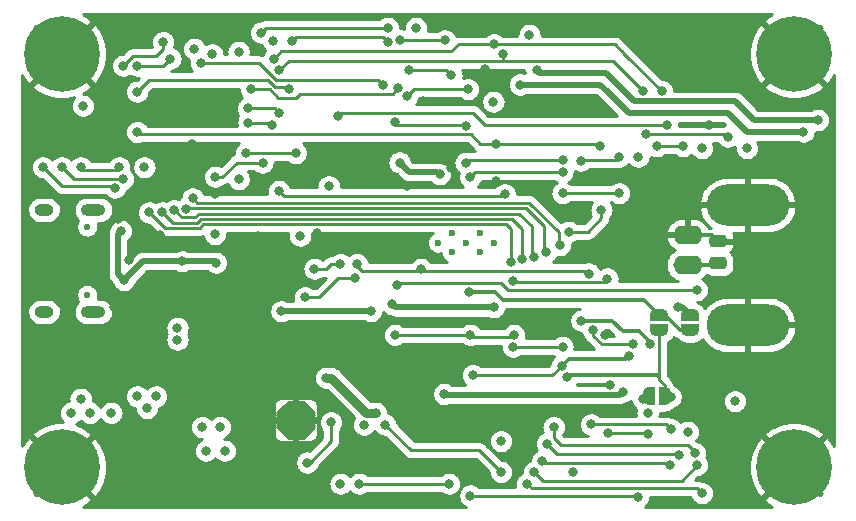
<source format=gbr>
%TF.GenerationSoftware,KiCad,Pcbnew,(6.0.0)*%
%TF.CreationDate,2022-03-21T15:30:00+00:00*%
%TF.ProjectId,uSMU_v10,75534d55-5f76-4313-902e-6b696361645f,rev?*%
%TF.SameCoordinates,Original*%
%TF.FileFunction,Copper,L4,Bot*%
%TF.FilePolarity,Positive*%
%FSLAX46Y46*%
G04 Gerber Fmt 4.6, Leading zero omitted, Abs format (unit mm)*
G04 Created by KiCad (PCBNEW (6.0.0)) date 2022-03-21 15:30:00*
%MOMM*%
%LPD*%
G01*
G04 APERTURE LIST*
G04 Aperture macros list*
%AMRoundRect*
0 Rectangle with rounded corners*
0 $1 Rounding radius*
0 $2 $3 $4 $5 $6 $7 $8 $9 X,Y pos of 4 corners*
0 Add a 4 corners polygon primitive as box body*
4,1,4,$2,$3,$4,$5,$6,$7,$8,$9,$2,$3,0*
0 Add four circle primitives for the rounded corners*
1,1,$1+$1,$2,$3*
1,1,$1+$1,$4,$5*
1,1,$1+$1,$6,$7*
1,1,$1+$1,$8,$9*
0 Add four rect primitives between the rounded corners*
20,1,$1+$1,$2,$3,$4,$5,0*
20,1,$1+$1,$4,$5,$6,$7,0*
20,1,$1+$1,$6,$7,$8,$9,0*
20,1,$1+$1,$8,$9,$2,$3,0*%
%AMFreePoly0*
4,1,19,0.150000,0.259808,0.229813,0.192836,0.281908,0.102606,0.300000,0.000000,0.281908,-0.102606,0.229813,-0.192836,0.150000,-0.259808,0.052094,-0.295442,-0.052094,-0.295442,-0.150000,-0.259808,-0.229813,-0.192836,-0.281908,-0.102606,-0.300000,0.000000,-0.281908,0.102606,-0.229813,0.192836,-0.150000,0.259808,-0.052094,0.295442,0.052094,0.295442,0.150000,0.259808,0.150000,0.259808,
$1*%
%AMFreePoly1*
4,1,22,0.500000,-0.750000,0.000000,-0.750000,0.000000,-0.745033,-0.079941,-0.743568,-0.215256,-0.701293,-0.333266,-0.622738,-0.424486,-0.514219,-0.481581,-0.384460,-0.499164,-0.250000,-0.500000,-0.250000,-0.500000,0.250000,-0.499164,0.250000,-0.499963,0.256109,-0.478152,0.396186,-0.417904,0.524511,-0.324060,0.630769,-0.204165,0.706417,-0.067858,0.745374,0.000000,0.744959,0.000000,0.750000,
0.500000,0.750000,0.500000,-0.750000,0.500000,-0.750000,$1*%
%AMFreePoly2*
4,1,20,0.000000,0.744959,0.073905,0.744508,0.209726,0.703889,0.328688,0.626782,0.421226,0.519385,0.479903,0.390333,0.500000,0.250000,0.500000,-0.250000,0.499851,-0.262216,0.476331,-0.402017,0.414519,-0.529596,0.319384,-0.634700,0.198574,-0.708877,0.061801,-0.746166,0.000000,-0.745033,0.000000,-0.750000,-0.500000,-0.750000,-0.500000,0.750000,0.000000,0.750000,0.000000,0.744959,
0.000000,0.744959,$1*%
G04 Aperture macros list end*
%TA.AperFunction,ComponentPad*%
%ADD10C,0.600000*%
%TD*%
%TA.AperFunction,ComponentPad*%
%ADD11O,2.500000X1.600000*%
%TD*%
%TA.AperFunction,ComponentPad*%
%ADD12O,7.000000X3.500000*%
%TD*%
%TA.AperFunction,ComponentPad*%
%ADD13C,0.500000*%
%TD*%
%TA.AperFunction,SMDPad,CuDef*%
%ADD14R,2.450000X2.450000*%
%TD*%
%TA.AperFunction,ComponentPad*%
%ADD15C,0.800000*%
%TD*%
%TA.AperFunction,ComponentPad*%
%ADD16C,6.400000*%
%TD*%
%TA.AperFunction,ComponentPad*%
%ADD17O,1.600000X1.000000*%
%TD*%
%TA.AperFunction,WasherPad*%
%ADD18FreePoly0,270.000000*%
%TD*%
%TA.AperFunction,ComponentPad*%
%ADD19O,2.100000X1.000000*%
%TD*%
%TA.AperFunction,SMDPad,CuDef*%
%ADD20FreePoly1,0.000000*%
%TD*%
%TA.AperFunction,SMDPad,CuDef*%
%ADD21FreePoly2,0.000000*%
%TD*%
%TA.AperFunction,SMDPad,CuDef*%
%ADD22FreePoly1,90.000000*%
%TD*%
%TA.AperFunction,SMDPad,CuDef*%
%ADD23FreePoly2,90.000000*%
%TD*%
%TA.AperFunction,SMDPad,CuDef*%
%ADD24RoundRect,0.250000X0.475000X-0.250000X0.475000X0.250000X-0.475000X0.250000X-0.475000X-0.250000X0*%
%TD*%
%TA.AperFunction,SMDPad,CuDef*%
%ADD25FreePoly1,270.000000*%
%TD*%
%TA.AperFunction,SMDPad,CuDef*%
%ADD26FreePoly2,270.000000*%
%TD*%
%TA.AperFunction,ViaPad*%
%ADD27C,0.800000*%
%TD*%
%TA.AperFunction,Conductor*%
%ADD28C,0.250000*%
%TD*%
%TA.AperFunction,Conductor*%
%ADD29C,0.500000*%
%TD*%
%TA.AperFunction,Conductor*%
%ADD30C,0.750000*%
%TD*%
%TA.AperFunction,Conductor*%
%ADD31C,0.300000*%
%TD*%
%TA.AperFunction,Conductor*%
%ADD32C,0.254000*%
%TD*%
G04 APERTURE END LIST*
D10*
%TO.P,U10,21,VEE*%
%TO.N,-10V*%
X145225000Y-104000000D03*
X144025000Y-104800000D03*
X146425000Y-104800000D03*
X147625000Y-104000000D03*
X146425000Y-103200000D03*
X144025000Y-103200000D03*
X142825000Y-104000000D03*
%TD*%
D11*
%TO.P,J3,1,In*%
%TO.N,Net-(C45-Pad1)*%
X164000000Y-105875000D03*
%TO.P,J3,2,Ext*%
%TO.N,GND*%
X164000000Y-103335000D03*
D12*
X169080000Y-100795000D03*
X169080000Y-110955000D03*
%TD*%
D13*
%TO.P,U12,25,POWERPAD*%
%TO.N,GND*%
X129825000Y-118025000D03*
X131775000Y-118025000D03*
X131775000Y-119975000D03*
X129825000Y-119000000D03*
X131775000Y-119000000D03*
X130800000Y-119975000D03*
X130800000Y-119000000D03*
X130800000Y-118025000D03*
D14*
X130800000Y-119000000D03*
D13*
X129825000Y-119975000D03*
%TD*%
D15*
%TO.P,H4,1,1*%
%TO.N,GND*%
X171302944Y-121302944D03*
X173000000Y-125400000D03*
X171302944Y-124697056D03*
X170600000Y-123000000D03*
X175400000Y-123000000D03*
X174697056Y-121302944D03*
X174697056Y-124697056D03*
D16*
X173000000Y-123000000D03*
D15*
X173000000Y-120600000D03*
%TD*%
%TO.P,H1,1,1*%
%TO.N,GND*%
X109302944Y-86302944D03*
X113400000Y-88000000D03*
X111000000Y-90400000D03*
X111000000Y-85600000D03*
X112697056Y-86302944D03*
X108600000Y-88000000D03*
D16*
X111000000Y-88000000D03*
D15*
X109302944Y-89697056D03*
X112697056Y-89697056D03*
%TD*%
D17*
%TO.P,J2,*%
%TO.N,*%
X109505000Y-109845000D03*
D18*
X113155000Y-108415000D03*
X113155000Y-102635000D03*
D17*
X109505000Y-101205000D03*
D19*
X113685000Y-109845000D03*
X113685000Y-101205000D03*
%TD*%
D15*
%TO.P,H2,1,1*%
%TO.N,GND*%
X174697056Y-86302944D03*
X173000000Y-90400000D03*
D16*
X173000000Y-88000000D03*
D15*
X174697056Y-89697056D03*
X170600000Y-88000000D03*
X171302944Y-86302944D03*
X171302944Y-89697056D03*
X175400000Y-88000000D03*
X173000000Y-85600000D03*
%TD*%
%TO.P,H3,1,1*%
%TO.N,GND*%
X112697056Y-121302944D03*
X111000000Y-125400000D03*
X109302944Y-121302944D03*
X113400000Y-123000000D03*
X111000000Y-120600000D03*
D16*
X111000000Y-123000000D03*
D15*
X109302944Y-124697056D03*
X112697056Y-124697056D03*
X108600000Y-123000000D03*
%TD*%
D20*
%TO.P,JP4,1,A*%
%TO.N,Net-(AmpOut1-Pad1)*%
X160750000Y-117000000D03*
D21*
%TO.P,JP4,2,B*%
%TO.N,Net-(JP4-Pad2)*%
X162050000Y-117000000D03*
%TD*%
D22*
%TO.P,JP2,1,A*%
%TO.N,Net-(JP4-Pad2)*%
X161600000Y-111400000D03*
D23*
%TO.P,JP2,2,B*%
%TO.N,Net-(JP2-Pad2)*%
X161600000Y-110100000D03*
%TD*%
D24*
%TO.P,C45,1*%
%TO.N,Net-(C45-Pad1)*%
X166600000Y-105750000D03*
%TO.P,C45,2*%
%TO.N,GND*%
X166600000Y-103850000D03*
%TD*%
D25*
%TO.P,JP3,1,A*%
%TO.N,Net-(C45-Pad1)*%
X164200000Y-110100000D03*
D26*
%TO.P,JP3,2,B*%
%TO.N,Net-(JP2-Pad2)*%
X164200000Y-111400000D03*
%TD*%
D27*
%TO.N,GND*%
X122000000Y-95600000D03*
X123500000Y-91800000D03*
X120400000Y-91800000D03*
%TO.N,Net-(C9-Pad1)*%
X132400000Y-106200000D03*
X134600000Y-105800000D03*
%TO.N,+10V*%
X147600000Y-109451563D03*
X139000000Y-109200000D03*
X139600000Y-97200000D03*
X143000000Y-98200000D03*
X122900000Y-119600000D03*
X131200000Y-103400000D03*
X123200000Y-121600000D03*
X148200000Y-120800000D03*
X164000000Y-120000000D03*
X124800000Y-121600000D03*
X124400000Y-119600000D03*
%TO.N,-10V*%
X160600000Y-118400000D03*
X133375000Y-115425000D03*
X138400000Y-119400000D03*
X148200000Y-123400000D03*
X137600000Y-118400000D03*
X136600000Y-119400000D03*
%TO.N,Net-(AmpOut1-Pad1)*%
X158500000Y-116600000D03*
X160200000Y-117200000D03*
X143400000Y-116800000D03*
%TO.N,VBUS*%
X118200000Y-118000000D03*
X121200000Y-105550000D03*
X143800000Y-124400000D03*
X124079304Y-105680815D03*
X117400000Y-117000000D03*
X116000000Y-103000000D03*
X119000000Y-117000000D03*
X134600000Y-124400000D03*
X136200000Y-124400000D03*
X116250000Y-107149500D03*
%TO.N,Net-(C21-Pad1)*%
X145600000Y-111800000D03*
X139200000Y-111800000D03*
X149275500Y-111800000D03*
%TO.N,Net-(C36-Pad1)*%
X155825000Y-119375000D03*
X162600000Y-119800000D03*
%TO.N,Net-(C28-Pad1)*%
X133800000Y-119200000D03*
X131800000Y-122600000D03*
%TO.N,Net-(R7-Pad1)*%
X120200000Y-88400000D03*
X115874999Y-97600000D03*
X117400000Y-89000000D03*
X112600000Y-97600000D03*
%TO.N,Net-(C36-Pad2)*%
X157250000Y-120125000D03*
X160600000Y-120200000D03*
%TO.N,Net-(D4-Pad4)*%
X145600000Y-98425000D03*
X153400000Y-98000000D03*
%TO.N,Net-(C42-Pad2)*%
X149800000Y-90600000D03*
X173800000Y-94600000D03*
%TO.N,Net-(C45-Pad1)*%
X134400000Y-93225000D03*
X159000000Y-113600000D03*
X153324500Y-114400000D03*
X145800000Y-115200000D03*
X163200000Y-109400000D03*
X162250000Y-94000000D03*
%TO.N,+4V5*%
X113400000Y-118400000D03*
X141000000Y-85800000D03*
X159800000Y-125524500D03*
X159825510Y-96700000D03*
X115200000Y-118400000D03*
X120800000Y-111200000D03*
X145600000Y-125400000D03*
X137175000Y-109775000D03*
X147550000Y-92050000D03*
X165200000Y-96000000D03*
X169000000Y-96000000D03*
X120800000Y-112200000D03*
X111800000Y-118400000D03*
X112600000Y-117200000D03*
X168012299Y-117412299D03*
X150600000Y-86400000D03*
X129600000Y-109800000D03*
X133600000Y-99200000D03*
%TO.N,Net-(D3-Pad2)*%
X154948829Y-97044774D03*
X158200000Y-96700000D03*
%TO.N,Net-(D3-Pad4)*%
X153400000Y-97000000D03*
X145200000Y-97225000D03*
%TO.N,Net-(D4-Pad2)*%
X158200000Y-99800000D03*
X153400000Y-99800000D03*
%TO.N,GND*%
X116600000Y-100400000D03*
X140350000Y-117050000D03*
X154250000Y-123375000D03*
X125600000Y-113400000D03*
X147800000Y-85800000D03*
X123775000Y-86025000D03*
X115400000Y-109400000D03*
X108750000Y-105500000D03*
X135187701Y-104212299D03*
X144000000Y-97625000D03*
X142200000Y-115400000D03*
X157400000Y-116025000D03*
X164000000Y-117200000D03*
X116723625Y-105474500D03*
X108500000Y-93500000D03*
X125000000Y-116400000D03*
X126000000Y-108400000D03*
X154250000Y-119800000D03*
X147800000Y-98724500D03*
X131800000Y-124000000D03*
X163600000Y-113425000D03*
X129816478Y-122016478D03*
X141600000Y-92000000D03*
X165800000Y-94000000D03*
X132600000Y-103149580D03*
X124000000Y-99900500D03*
X115800000Y-102000000D03*
X168400000Y-123400000D03*
X159600000Y-102700000D03*
X157000000Y-111800000D03*
X130600000Y-98600000D03*
X119300787Y-103337334D03*
X125975000Y-86025000D03*
X130100000Y-123700000D03*
X146800000Y-89324500D03*
X127612353Y-103398497D03*
X140200000Y-99200000D03*
X138700000Y-105400000D03*
X126600000Y-119700000D03*
X121800000Y-117000000D03*
%TO.N,/SDA*%
X156000000Y-111400000D03*
X159400000Y-112600000D03*
X160500000Y-94825000D03*
X167400000Y-95025000D03*
X126800000Y-92625000D03*
X160200000Y-91150500D03*
X129400000Y-93000000D03*
X148400000Y-88000000D03*
X129400000Y-89400000D03*
%TO.N,/SCL*%
X161800000Y-91150500D03*
X128800000Y-94025000D03*
X155000000Y-110600000D03*
X126808627Y-93818980D03*
X129000000Y-88400000D03*
X160800000Y-112600000D03*
X161400000Y-95825000D03*
X163600000Y-95825000D03*
X147600000Y-87200000D03*
%TO.N,/I_LIM*%
X129400000Y-99600000D03*
X148500000Y-99900500D03*
%TO.N,/AMP_EN*%
X117400000Y-94625000D03*
X156600000Y-95800000D03*
X147800000Y-95600000D03*
X153943442Y-103068375D03*
X156700000Y-101225000D03*
%TO.N,/2.048V_REF*%
X164800000Y-108000000D03*
X145400000Y-91000000D03*
X139400000Y-107600000D03*
X140211611Y-91608345D03*
%TO.N,/+4V096*%
X155600000Y-106600000D03*
X141400000Y-106200000D03*
X136000000Y-105800000D03*
%TO.N,+3V3*%
X122225000Y-87575000D03*
X128900000Y-86900000D03*
X118000000Y-97600000D03*
X125975000Y-87825000D03*
X112800000Y-92400000D03*
X123950000Y-103250000D03*
X125975000Y-98625000D03*
X123750000Y-88050000D03*
%TO.N,/SWDIO*%
X124000000Y-98400000D03*
X128000000Y-97200000D03*
X127900000Y-86200000D03*
X138600000Y-85800000D03*
%TO.N,/SWCLK*%
X130500000Y-86900000D03*
X126600000Y-96400000D03*
X138600000Y-87000000D03*
X130800000Y-96400000D03*
%TO.N,/NRST*%
X122800000Y-88800000D03*
X138200000Y-90600000D03*
%TO.N,/ADC_ALERT*%
X143425000Y-86850000D03*
X127000000Y-91000000D03*
X139502967Y-90903485D03*
X139600000Y-86825000D03*
%TO.N,Net-(R5-Pad1)*%
X116200000Y-98600000D03*
X111000000Y-97600000D03*
%TO.N,Net-(R3-Pad1)*%
X144000000Y-89824500D03*
X140400000Y-89400000D03*
%TO.N,/I_DAC*%
X130200000Y-91000000D03*
X117400000Y-91200000D03*
%TO.N,Net-(R4-Pad1)*%
X119600000Y-87000000D03*
X109400000Y-97600000D03*
X115492892Y-99324999D03*
X116200000Y-89000000D03*
%TO.N,Net-(R9-Pad2)*%
X131600000Y-108600000D03*
X135800000Y-107000000D03*
%TO.N,Net-(R18-Pad1)*%
X149200000Y-112800000D03*
X153400000Y-112800000D03*
%TO.N,Net-(R20-Pad2)*%
X149200000Y-107200000D03*
X157200000Y-107025000D03*
%TO.N,/I_G0*%
X165200000Y-125200000D03*
X118400000Y-101425000D03*
X149000000Y-105600000D03*
X150400000Y-124400000D03*
%TO.N,/I_G1*%
X119524244Y-101425000D03*
X150000000Y-105400000D03*
X164800000Y-122800000D03*
X151000000Y-123400000D03*
%TO.N,/I_G2*%
X122075000Y-100225000D03*
X153200000Y-104200000D03*
X164600000Y-121800000D03*
X152649478Y-119600000D03*
%TO.N,/I_G3*%
X163250000Y-122000000D03*
X152083467Y-121000000D03*
X121500000Y-101125000D03*
X152000000Y-104800000D03*
%TO.N,/I_G4*%
X151646991Y-122506018D03*
X151000000Y-105200000D03*
X120506114Y-101235432D03*
X162500000Y-122800000D03*
%TO.N,Net-(C43-Pad2)*%
X175000000Y-93600000D03*
X151200000Y-89400000D03*
%TO.N,Net-(JP2-Pad2)*%
X145475500Y-108124500D03*
%TO.N,Net-(JP4-Pad2)*%
X162550500Y-117025500D03*
X153800000Y-115400000D03*
%TO.N,Net-(R10-Pad1)*%
X145200000Y-94100500D03*
X139200000Y-93800000D03*
%TD*%
D28*
%TO.N,Net-(C9-Pad1)*%
X133800000Y-105800000D02*
X133400000Y-106200000D01*
X133400000Y-106200000D02*
X132400000Y-106200000D01*
X134600000Y-105800000D02*
X133800000Y-105800000D01*
D29*
%TO.N,+10V*%
X140400000Y-98000000D02*
X142800000Y-98000000D01*
X139600000Y-97200000D02*
X140400000Y-98000000D01*
X147600000Y-109451563D02*
X139251563Y-109451563D01*
X142800000Y-98000000D02*
X143000000Y-98200000D01*
X139251563Y-109451563D02*
X139000000Y-109200000D01*
D30*
%TO.N,-10V*%
X133375000Y-115425000D02*
X133825000Y-115425000D01*
X133825000Y-115425000D02*
X136800000Y-118400000D01*
D28*
X148200000Y-123400000D02*
X146363861Y-121563861D01*
X146363861Y-121563861D02*
X140563861Y-121563861D01*
D30*
X136800000Y-118400000D02*
X137600000Y-118400000D01*
D28*
X140563861Y-121563861D02*
X138400000Y-119400000D01*
%TO.N,Net-(AmpOut1-Pad1)*%
X160200000Y-117200000D02*
X160550000Y-117200000D01*
D29*
X158500000Y-116600000D02*
X158225489Y-116874511D01*
X158225489Y-116874511D02*
X143474511Y-116874511D01*
X143474511Y-116874511D02*
X143400000Y-116800000D01*
D28*
X160550000Y-117200000D02*
X160750000Y-117000000D01*
D29*
%TO.N,VBUS*%
X115774989Y-103225011D02*
X116000000Y-103000000D01*
X116250000Y-107149500D02*
X115774989Y-106674489D01*
X121200000Y-105550000D02*
X117849500Y-105550000D01*
X117849500Y-105550000D02*
X116250000Y-107149500D01*
D28*
X136200000Y-124400000D02*
X143800000Y-124400000D01*
D29*
X124079304Y-105680815D02*
X123948489Y-105550000D01*
X123948489Y-105550000D02*
X121200000Y-105550000D01*
X115774989Y-106674489D02*
X115774989Y-103225011D01*
D28*
%TO.N,Net-(C21-Pad1)*%
X149075500Y-112000000D02*
X145800000Y-112000000D01*
X149275500Y-111800000D02*
X149075500Y-112000000D01*
X139200000Y-111800000D02*
X145600000Y-111800000D01*
X145800000Y-112000000D02*
X145600000Y-111800000D01*
%TO.N,Net-(C36-Pad1)*%
X162600000Y-119800000D02*
X162175000Y-119375000D01*
X162175000Y-119375000D02*
X155825000Y-119375000D01*
%TO.N,Net-(C28-Pad1)*%
X132000000Y-122600000D02*
X133800000Y-120800000D01*
X133800000Y-120800000D02*
X133800000Y-119200000D01*
X131800000Y-122600000D02*
X132000000Y-122600000D01*
%TO.N,Net-(R7-Pad1)*%
X112600000Y-97600000D02*
X112800000Y-97800000D01*
X112800000Y-97800000D02*
X115674999Y-97800000D01*
X117400000Y-89000000D02*
X119600000Y-89000000D01*
X115674999Y-97800000D02*
X115874999Y-97600000D01*
X119600000Y-89000000D02*
X120200000Y-88400000D01*
%TO.N,Net-(C36-Pad2)*%
X160600000Y-120200000D02*
X160525000Y-120125000D01*
X160525000Y-120125000D02*
X157250000Y-120125000D01*
%TO.N,Net-(D4-Pad4)*%
X145600000Y-98425000D02*
X146025000Y-98000000D01*
X151600000Y-98000000D02*
X153400000Y-98000000D01*
X146025000Y-98000000D02*
X151600000Y-98000000D01*
D29*
%TO.N,Net-(C42-Pad2)*%
X157233255Y-91225000D02*
X159008255Y-93000000D01*
X169000000Y-94600000D02*
X173800000Y-94600000D01*
X167400000Y-93000000D02*
X169000000Y-94600000D01*
X157225000Y-91225000D02*
X157233255Y-91225000D01*
X156600000Y-90600000D02*
X157225000Y-91225000D01*
X149800000Y-90600000D02*
X156600000Y-90600000D01*
X159008255Y-93000000D02*
X167400000Y-93000000D01*
D31*
%TO.N,Net-(C45-Pad1)*%
X158800000Y-113800000D02*
X153924500Y-113800000D01*
D28*
X146800000Y-94000000D02*
X145800000Y-93000000D01*
X162250000Y-94000000D02*
X146800000Y-94000000D01*
D31*
X166475000Y-105875000D02*
X164000000Y-105875000D01*
D29*
X163500000Y-109400000D02*
X164200000Y-110100000D01*
D31*
X153924500Y-113800000D02*
X153324500Y-114400000D01*
D28*
X152524500Y-115200000D02*
X145800000Y-115200000D01*
D31*
X159000000Y-113600000D02*
X158800000Y-113800000D01*
D29*
X163200000Y-109400000D02*
X163500000Y-109400000D01*
D28*
X153324500Y-114400000D02*
X152524500Y-115200000D01*
X134625000Y-93000000D02*
X134400000Y-93225000D01*
D31*
X166600000Y-105750000D02*
X166475000Y-105875000D01*
D28*
X145800000Y-93000000D02*
X134625000Y-93000000D01*
%TO.N,+4V5*%
X159675500Y-125400000D02*
X159800000Y-125524500D01*
D29*
X137175000Y-109775000D02*
X129625000Y-109775000D01*
D28*
X145600000Y-125400000D02*
X159675500Y-125400000D01*
D29*
X129625000Y-109775000D02*
X129600000Y-109800000D01*
D28*
%TO.N,Net-(D3-Pad2)*%
X157900000Y-97000000D02*
X154993603Y-97000000D01*
X154993603Y-97000000D02*
X154948829Y-97044774D01*
X158200000Y-96700000D02*
X157900000Y-97000000D01*
%TO.N,Net-(D3-Pad4)*%
X145425000Y-97000000D02*
X145200000Y-97225000D01*
X153400000Y-97000000D02*
X145425000Y-97000000D01*
%TO.N,Net-(D4-Pad2)*%
X158200000Y-99800000D02*
X153400000Y-99800000D01*
D31*
%TO.N,GND*%
X166600000Y-103850000D02*
X166085000Y-103335000D01*
X166085000Y-103335000D02*
X164000000Y-103335000D01*
D28*
%TO.N,/SDA*%
X129400000Y-89400000D02*
X130200000Y-88600000D01*
X129400000Y-93000000D02*
X129025000Y-92625000D01*
X130200000Y-88600000D02*
X148400000Y-88600000D01*
X156000000Y-111400000D02*
X156000000Y-111872277D01*
X156727723Y-112600000D02*
X157413954Y-112600000D01*
X160500000Y-94825000D02*
X167200000Y-94825000D01*
X167200000Y-94825000D02*
X167400000Y-95025000D01*
X129025000Y-92625000D02*
X126800000Y-92625000D01*
X156000000Y-111872277D02*
X156727723Y-112600000D01*
X148400000Y-88000000D02*
X148400000Y-88600000D01*
X157649500Y-88600000D02*
X160200000Y-91150500D01*
X157413954Y-112600000D02*
X159400000Y-112600000D01*
X148400000Y-88600000D02*
X157649500Y-88600000D01*
X157408034Y-112605920D02*
X157413954Y-112600000D01*
%TO.N,/SCL*%
X147600000Y-87200000D02*
X157849500Y-87200000D01*
D31*
X160800000Y-112400000D02*
X160800000Y-112600000D01*
D28*
X128593980Y-93818980D02*
X126808627Y-93818980D01*
X144000000Y-87800000D02*
X129600000Y-87800000D01*
D31*
X157600000Y-110600000D02*
X158500000Y-111500000D01*
D28*
X158449500Y-87800000D02*
X158724750Y-88075250D01*
D31*
X159900000Y-111500000D02*
X160800000Y-112400000D01*
D28*
X129600000Y-87800000D02*
X129000000Y-88400000D01*
D31*
X155000000Y-110600000D02*
X157600000Y-110600000D01*
D28*
X147600000Y-87200000D02*
X144600000Y-87200000D01*
X128800000Y-94025000D02*
X128593980Y-93818980D01*
X163600000Y-95825000D02*
X161400000Y-95825000D01*
X157849500Y-87200000D02*
X158724750Y-88075250D01*
X144600000Y-87200000D02*
X144000000Y-87800000D01*
D31*
X158500000Y-111500000D02*
X159900000Y-111500000D01*
D28*
X158724750Y-88075250D02*
X161800000Y-91150500D01*
%TO.N,/I_LIM*%
X129800000Y-100000000D02*
X148400500Y-100000000D01*
X129400000Y-99600000D02*
X129800000Y-100000000D01*
X148400500Y-100000000D02*
X148500000Y-99900500D01*
%TO.N,/AMP_EN*%
X156400000Y-95600000D02*
X147800000Y-95600000D01*
X146400000Y-95600000D02*
X145625000Y-94825000D01*
X155556625Y-103068375D02*
X156700000Y-101925000D01*
X145625000Y-94825000D02*
X117600000Y-94825000D01*
X156700000Y-101925000D02*
X156700000Y-101225000D01*
X117600000Y-94825000D02*
X117400000Y-94625000D01*
X147800000Y-95600000D02*
X146400000Y-95600000D01*
X153943442Y-103068375D02*
X155556625Y-103068375D01*
X156600000Y-95800000D02*
X156400000Y-95600000D01*
%TO.N,/2.048V_REF*%
X148200000Y-107400000D02*
X148800000Y-108000000D01*
X145400000Y-91000000D02*
X140819956Y-91000000D01*
X139400000Y-107600000D02*
X139600000Y-107400000D01*
X139600000Y-107400000D02*
X148200000Y-107400000D01*
X148800000Y-108000000D02*
X164800000Y-108000000D01*
X140819956Y-91000000D02*
X140211611Y-91608345D01*
%TO.N,/+4V096*%
X155600000Y-106600000D02*
X155400000Y-106400000D01*
X136000000Y-106000000D02*
X136400000Y-106400000D01*
X138600000Y-106400000D02*
X141200000Y-106400000D01*
X136400000Y-106400000D02*
X138600000Y-106400000D01*
X141600000Y-106400000D02*
X141400000Y-106200000D01*
X141200000Y-106400000D02*
X141400000Y-106200000D01*
X138200000Y-106400000D02*
X138600000Y-106400000D01*
X155400000Y-106400000D02*
X141600000Y-106400000D01*
X136000000Y-105800000D02*
X136000000Y-106000000D01*
%TO.N,/SWDIO*%
X125800000Y-97200000D02*
X128000000Y-97200000D01*
X124000000Y-98400000D02*
X124600000Y-98400000D01*
X128300000Y-85800000D02*
X138600000Y-85800000D01*
X124600000Y-98400000D02*
X125800000Y-97200000D01*
X127900000Y-86200000D02*
X128300000Y-85800000D01*
%TO.N,/SWCLK*%
X138185000Y-86585000D02*
X138600000Y-87000000D01*
X130500000Y-86900000D02*
X130815000Y-86585000D01*
X126600000Y-96400000D02*
X130800000Y-96400000D01*
X130815000Y-86585000D02*
X138185000Y-86585000D01*
%TO.N,/NRST*%
X138200000Y-90600000D02*
X137800000Y-90200000D01*
X129100000Y-90200000D02*
X127700000Y-88800000D01*
X137800000Y-90200000D02*
X129100000Y-90200000D01*
X127700000Y-88800000D02*
X122800000Y-88800000D01*
%TO.N,/ADC_ALERT*%
X139006452Y-91400000D02*
X131200000Y-91400000D01*
X143400000Y-86825000D02*
X143425000Y-86850000D01*
X130874999Y-91725001D02*
X129325001Y-91725001D01*
X128600000Y-91000000D02*
X127000000Y-91000000D01*
X131200000Y-91400000D02*
X130874999Y-91725001D01*
X139502967Y-90903485D02*
X139006452Y-91400000D01*
X139600000Y-86825000D02*
X143400000Y-86825000D01*
X129325001Y-91725001D02*
X128600000Y-91000000D01*
%TO.N,Net-(R5-Pad1)*%
X111999999Y-98599999D02*
X116200000Y-98600000D01*
X111000000Y-97600000D02*
X111999999Y-98599999D01*
%TO.N,Net-(R3-Pad1)*%
X143575500Y-89400000D02*
X140400000Y-89400000D01*
X144000000Y-89824500D02*
X143575500Y-89400000D01*
%TO.N,/I_DAC*%
X128463590Y-90200000D02*
X118400000Y-90200000D01*
X130200000Y-91000000D02*
X130025000Y-90825000D01*
X129088590Y-90825000D02*
X128463590Y-90200000D01*
X118400000Y-90200000D02*
X117400000Y-91200000D01*
X130025000Y-90825000D02*
X129088590Y-90825000D01*
%TO.N,Net-(R4-Pad1)*%
X119600000Y-87600000D02*
X119600000Y-87000000D01*
X111000000Y-99200000D02*
X115367893Y-99200000D01*
X119000000Y-88200000D02*
X119600000Y-87600000D01*
X116200000Y-89000000D02*
X117000000Y-88200000D01*
X117000000Y-88200000D02*
X119000000Y-88200000D01*
X109400000Y-97600000D02*
X111000000Y-99200000D01*
%TO.N,Net-(R9-Pad2)*%
X135800000Y-107000000D02*
X134400000Y-107000000D01*
X132800000Y-108600000D02*
X131600000Y-108600000D01*
X134400000Y-107000000D02*
X132800000Y-108600000D01*
%TO.N,Net-(R18-Pad1)*%
X149200000Y-112800000D02*
X153400000Y-112800000D01*
%TO.N,Net-(R20-Pad2)*%
X156900489Y-107324511D02*
X157200000Y-107025000D01*
X149200000Y-107200000D02*
X149324511Y-107324511D01*
X149324511Y-107324511D02*
X156900489Y-107324511D01*
%TO.N,/I_G0*%
X148600080Y-102425080D02*
X122991064Y-102425080D01*
X122666093Y-102750051D02*
X119725051Y-102750051D01*
X149000000Y-105600000D02*
X149000000Y-102825000D01*
X164800000Y-124800000D02*
X150800000Y-124800000D01*
X165200000Y-125200000D02*
X164800000Y-124800000D01*
X149000000Y-102825000D02*
X148600080Y-102425080D01*
X150800000Y-124800000D02*
X150400000Y-124400000D01*
X122991064Y-102425080D02*
X122666093Y-102750051D01*
X119725051Y-102750051D02*
X118400000Y-101425000D01*
%TO.N,/I_G1*%
X122804660Y-101975060D02*
X122479689Y-102300031D01*
X120399275Y-102300031D02*
X120074304Y-101975060D01*
X150000000Y-105400000D02*
X150000000Y-102825000D01*
X163475000Y-124125000D02*
X164800000Y-122800000D01*
X149150060Y-101975060D02*
X122804660Y-101975060D01*
X120074304Y-101975060D02*
X119524244Y-101425000D01*
X151000000Y-123400000D02*
X151725000Y-124125000D01*
X150000000Y-102825000D02*
X149150060Y-101975060D01*
X122479689Y-102300031D02*
X120399275Y-102300031D01*
X151725000Y-124125000D02*
X163475000Y-124125000D01*
%TO.N,/I_G2*%
X153250000Y-121125000D02*
X162925000Y-121125000D01*
X164000000Y-121125000D02*
X164600000Y-121725000D01*
X122475000Y-100625000D02*
X122075000Y-100225000D01*
X150575000Y-100625000D02*
X153074989Y-103124989D01*
X164600000Y-121725000D02*
X164600000Y-121800000D01*
X150575000Y-100625000D02*
X122475000Y-100625000D01*
X152649478Y-119600000D02*
X152649478Y-120524478D01*
X153200000Y-104200000D02*
X153074989Y-104074989D01*
X162925000Y-121125000D02*
X164000000Y-121125000D01*
X163925000Y-121125000D02*
X162925000Y-121125000D01*
X152649478Y-120524478D02*
X153250000Y-121125000D01*
X153074989Y-103124989D02*
X153074989Y-104074989D01*
%TO.N,/I_G3*%
X151800000Y-102600000D02*
X150275020Y-101075020D01*
X152083467Y-121000000D02*
X152958467Y-121875000D01*
X163125000Y-121875000D02*
X163250000Y-122000000D01*
X150275020Y-101075020D02*
X121549980Y-101075020D01*
X151800000Y-104600000D02*
X151800000Y-102600000D01*
X121549980Y-101075020D02*
X121500000Y-101125000D01*
X152000000Y-104800000D02*
X151800000Y-104600000D01*
X152958467Y-121875000D02*
X163125000Y-121875000D01*
%TO.N,/I_G4*%
X120774989Y-101225000D02*
X120516546Y-101225000D01*
X151646991Y-122506018D02*
X151765973Y-122625000D01*
X151765973Y-122625000D02*
X162325000Y-122625000D01*
X162325000Y-122625000D02*
X162500000Y-122800000D01*
X151000000Y-105200000D02*
X150800000Y-105000000D01*
X120774989Y-101473006D02*
X120774989Y-101225000D01*
X120516546Y-101225000D02*
X120506114Y-101235432D01*
X122618256Y-101525040D02*
X122293285Y-101850011D01*
X149725040Y-101525040D02*
X122618256Y-101525040D01*
X150800000Y-102600000D02*
X149725040Y-101525040D01*
X122293285Y-101850011D02*
X121151994Y-101850011D01*
X121151994Y-101850011D02*
X120774989Y-101473006D01*
X150800000Y-105000000D02*
X150800000Y-102600000D01*
D29*
%TO.N,Net-(C43-Pad2)*%
X151425000Y-89600000D02*
X151400000Y-89600000D01*
X151400000Y-89600000D02*
X151200000Y-89400000D01*
X175000000Y-93600000D02*
X169600000Y-93600000D01*
X168000000Y-92000000D02*
X159487500Y-92000000D01*
X169600000Y-93600000D02*
X168000000Y-92000000D01*
X159487500Y-92000000D02*
X157087500Y-89600000D01*
X157087500Y-89600000D02*
X151425000Y-89600000D01*
D31*
%TO.N,Net-(JP2-Pad2)*%
X163344296Y-111400000D02*
X162044296Y-110100000D01*
X145475500Y-108124500D02*
X147724500Y-108124500D01*
X164200000Y-111400000D02*
X163344296Y-111400000D01*
X147724500Y-108124500D02*
X148400000Y-108800000D01*
X148400000Y-108800000D02*
X160300000Y-108800000D01*
X160300000Y-108800000D02*
X161600000Y-110100000D01*
X162044296Y-110100000D02*
X161600000Y-110100000D01*
%TO.N,Net-(JP4-Pad2)*%
X153800000Y-115400000D02*
X154000000Y-115200000D01*
X154000000Y-115200000D02*
X161400000Y-115200000D01*
D28*
X162050000Y-116050000D02*
X161600000Y-115600000D01*
X162050000Y-117000000D02*
X162525000Y-117000000D01*
X161600000Y-115400000D02*
X161600000Y-111400000D01*
X162525000Y-117000000D02*
X162550500Y-117025500D01*
D31*
X161400000Y-115200000D02*
X161600000Y-115400000D01*
D28*
X161600000Y-115600000D02*
X161600000Y-115400000D01*
X162050000Y-117000000D02*
X162050000Y-116050000D01*
%TO.N,Net-(R10-Pad1)*%
X139400000Y-94000000D02*
X139200000Y-93800000D01*
X145099500Y-94000000D02*
X139400000Y-94000000D01*
X145200000Y-94100500D02*
X145099500Y-94000000D01*
X145099500Y-94000000D02*
X144400000Y-94000000D01*
%TD*%
%TO.N,GND*%
D32*
X171086253Y-84672104D02*
X171074832Y-84678698D01*
X170748877Y-84890375D01*
X170738206Y-84898128D01*
X170482793Y-85104958D01*
X170442442Y-85163372D01*
X170440076Y-85234329D01*
X170472993Y-85291973D01*
X175708027Y-90527007D01*
X175770339Y-90561033D01*
X175841154Y-90555968D01*
X175895042Y-90517207D01*
X176101872Y-90261794D01*
X176109625Y-90251123D01*
X176321302Y-89925168D01*
X176327896Y-89913747D01*
X176374000Y-89823263D01*
X176374000Y-121176737D01*
X176327896Y-121086253D01*
X176321302Y-121074832D01*
X176109625Y-120748877D01*
X176101872Y-120738206D01*
X175895042Y-120482793D01*
X175836628Y-120442442D01*
X175765671Y-120440076D01*
X175708027Y-120472993D01*
X170472993Y-125708027D01*
X170438967Y-125770339D01*
X170444032Y-125841154D01*
X170482793Y-125895042D01*
X170738206Y-126101872D01*
X170748876Y-126109624D01*
X171074830Y-126321301D01*
X171086252Y-126327896D01*
X171176736Y-126374000D01*
X160377149Y-126374000D01*
X160479932Y-126299324D01*
X160499507Y-126281699D01*
X160626169Y-126141027D01*
X160641652Y-126119716D01*
X160736298Y-125955784D01*
X160747012Y-125931720D01*
X160805507Y-125751692D01*
X160810984Y-125725926D01*
X160829316Y-125551500D01*
X164234883Y-125551500D01*
X164252988Y-125607221D01*
X164263702Y-125631284D01*
X164358348Y-125795216D01*
X164373831Y-125816527D01*
X164500493Y-125957199D01*
X164520068Y-125974824D01*
X164673209Y-126086087D01*
X164696021Y-126099257D01*
X164868948Y-126176250D01*
X164894000Y-126184391D01*
X165079157Y-126223747D01*
X165105354Y-126226500D01*
X165294646Y-126226500D01*
X165320843Y-126223747D01*
X165506000Y-126184391D01*
X165531052Y-126176250D01*
X165703979Y-126099257D01*
X165726791Y-126086087D01*
X165879932Y-125974824D01*
X165899507Y-125957199D01*
X166026169Y-125816527D01*
X166041652Y-125795216D01*
X166136298Y-125631284D01*
X166147012Y-125607220D01*
X166205507Y-125427192D01*
X166210984Y-125401426D01*
X166230770Y-125213170D01*
X166230770Y-125186830D01*
X166210984Y-124998574D01*
X166205507Y-124972808D01*
X166147012Y-124792780D01*
X166136298Y-124768716D01*
X166041652Y-124604784D01*
X166026169Y-124583473D01*
X165899507Y-124442801D01*
X165879932Y-124425176D01*
X165726791Y-124313913D01*
X165703979Y-124300743D01*
X165531052Y-124223750D01*
X165506000Y-124215609D01*
X165320843Y-124176253D01*
X165294646Y-124173500D01*
X165220326Y-124173500D01*
X165213866Y-124169949D01*
X165198163Y-124157768D01*
X165170977Y-124141690D01*
X165130983Y-124124383D01*
X165092793Y-124103388D01*
X165063427Y-124091762D01*
X165044183Y-124086821D01*
X165025937Y-124078925D01*
X164995606Y-124070113D01*
X164952555Y-124063295D01*
X164910354Y-124052459D01*
X164879019Y-124048500D01*
X164859144Y-124048500D01*
X164839514Y-124045391D01*
X164807946Y-124044399D01*
X164764563Y-124048500D01*
X164614281Y-124048500D01*
X164836282Y-123826500D01*
X164894646Y-123826500D01*
X164920843Y-123823747D01*
X165106000Y-123784391D01*
X165131052Y-123776250D01*
X165303979Y-123699257D01*
X165326791Y-123686087D01*
X165479932Y-123574824D01*
X165499507Y-123557199D01*
X165626169Y-123416527D01*
X165641652Y-123395216D01*
X165736298Y-123231284D01*
X165747012Y-123207220D01*
X165805507Y-123027192D01*
X165809885Y-123006594D01*
X169161084Y-123006594D01*
X169181425Y-123394717D01*
X169182803Y-123407834D01*
X169243602Y-123791706D01*
X169246344Y-123804606D01*
X169346936Y-124180019D01*
X169351012Y-124192562D01*
X169490293Y-124555403D01*
X169495657Y-124567452D01*
X169672104Y-124913747D01*
X169678698Y-124925168D01*
X169890375Y-125251123D01*
X169898128Y-125261794D01*
X170104958Y-125517207D01*
X170163372Y-125557558D01*
X170234329Y-125559924D01*
X170291973Y-125527007D01*
X172729885Y-123089095D01*
X172763911Y-123026783D01*
X172758846Y-122955968D01*
X172729885Y-122910905D01*
X170291973Y-120472993D01*
X170229661Y-120438967D01*
X170158846Y-120444032D01*
X170104958Y-120482793D01*
X169898128Y-120738206D01*
X169890375Y-120748877D01*
X169678698Y-121074832D01*
X169672104Y-121086253D01*
X169495657Y-121432548D01*
X169490293Y-121444597D01*
X169351012Y-121807438D01*
X169346936Y-121819981D01*
X169246344Y-122195394D01*
X169243602Y-122208294D01*
X169182803Y-122592166D01*
X169181425Y-122605283D01*
X169161084Y-122993406D01*
X169161084Y-123006594D01*
X165809885Y-123006594D01*
X165810984Y-123001426D01*
X165830770Y-122813170D01*
X165830770Y-122786830D01*
X165810984Y-122598574D01*
X165805507Y-122572808D01*
X165747012Y-122392780D01*
X165736298Y-122368716D01*
X165641652Y-122204784D01*
X165626169Y-122183473D01*
X165573672Y-122125169D01*
X165605507Y-122027192D01*
X165610984Y-122001426D01*
X165630770Y-121813170D01*
X165630770Y-121786830D01*
X165610984Y-121598574D01*
X165605507Y-121572808D01*
X165547012Y-121392780D01*
X165536298Y-121368716D01*
X165441652Y-121204784D01*
X165426169Y-121183473D01*
X165299507Y-121042801D01*
X165279932Y-121025176D01*
X165126791Y-120913913D01*
X165103979Y-120900743D01*
X164931052Y-120823750D01*
X164906000Y-120815609D01*
X164720843Y-120776253D01*
X164713234Y-120775453D01*
X164697125Y-120759344D01*
X164699507Y-120757199D01*
X164826169Y-120616527D01*
X164841652Y-120595216D01*
X164936298Y-120431284D01*
X164947012Y-120407220D01*
X165003188Y-120234329D01*
X170440076Y-120234329D01*
X170472993Y-120291973D01*
X172910905Y-122729885D01*
X172973217Y-122763911D01*
X173044032Y-122758846D01*
X173089095Y-122729885D01*
X175527007Y-120291973D01*
X175561033Y-120229661D01*
X175555968Y-120158846D01*
X175517207Y-120104958D01*
X175261794Y-119898128D01*
X175251124Y-119890376D01*
X174925170Y-119678699D01*
X174913748Y-119672104D01*
X174567452Y-119495657D01*
X174555403Y-119490293D01*
X174192562Y-119351012D01*
X174180019Y-119346936D01*
X173804606Y-119246344D01*
X173791706Y-119243602D01*
X173407834Y-119182803D01*
X173394717Y-119181425D01*
X173006594Y-119161084D01*
X172993406Y-119161084D01*
X172605283Y-119181425D01*
X172592166Y-119182803D01*
X172208294Y-119243602D01*
X172195394Y-119246344D01*
X171819981Y-119346936D01*
X171807438Y-119351012D01*
X171444597Y-119490293D01*
X171432548Y-119495657D01*
X171086253Y-119672104D01*
X171074832Y-119678698D01*
X170748877Y-119890375D01*
X170738206Y-119898128D01*
X170482793Y-120104958D01*
X170442442Y-120163372D01*
X170440076Y-120234329D01*
X165003188Y-120234329D01*
X165005507Y-120227192D01*
X165010984Y-120201426D01*
X165030770Y-120013170D01*
X165030770Y-119986830D01*
X165010984Y-119798574D01*
X165005507Y-119772808D01*
X164947012Y-119592780D01*
X164936298Y-119568716D01*
X164841652Y-119404784D01*
X164826169Y-119383473D01*
X164699507Y-119242801D01*
X164679932Y-119225176D01*
X164526791Y-119113913D01*
X164503979Y-119100743D01*
X164331052Y-119023750D01*
X164306000Y-119015609D01*
X164120843Y-118976253D01*
X164094646Y-118973500D01*
X163905354Y-118973500D01*
X163879157Y-118976253D01*
X163694000Y-119015609D01*
X163668948Y-119023750D01*
X163496021Y-119100743D01*
X163473209Y-119113913D01*
X163406909Y-119162083D01*
X163299507Y-119042801D01*
X163279932Y-119025176D01*
X163126791Y-118913913D01*
X163103979Y-118900743D01*
X162931052Y-118823750D01*
X162906000Y-118815609D01*
X162720843Y-118776253D01*
X162694646Y-118773500D01*
X162632274Y-118773500D01*
X162631836Y-118773089D01*
X162606282Y-118754523D01*
X162588866Y-118744949D01*
X162573163Y-118732768D01*
X162545977Y-118716690D01*
X162505983Y-118699383D01*
X162467793Y-118678388D01*
X162438427Y-118666762D01*
X162419183Y-118661821D01*
X162400937Y-118653925D01*
X162370606Y-118645113D01*
X162327555Y-118638295D01*
X162285354Y-118627459D01*
X162254019Y-118623500D01*
X162234144Y-118623500D01*
X162214514Y-118620391D01*
X162182946Y-118619399D01*
X162139563Y-118623500D01*
X161606292Y-118623500D01*
X161610984Y-118601426D01*
X161630770Y-118413170D01*
X161630770Y-118386830D01*
X161630225Y-118381647D01*
X162037416Y-118381647D01*
X162100859Y-118382810D01*
X162118742Y-118381865D01*
X162261014Y-118364144D01*
X162278583Y-118360673D01*
X162416763Y-118323000D01*
X162433661Y-118317074D01*
X162565233Y-118260137D01*
X162581120Y-118251875D01*
X162703172Y-118176935D01*
X162717729Y-118166504D01*
X162828033Y-118074928D01*
X162840963Y-118062539D01*
X162905731Y-117990985D01*
X163054479Y-117924757D01*
X163077291Y-117911587D01*
X163230432Y-117800324D01*
X163250007Y-117782699D01*
X163376669Y-117642027D01*
X163392152Y-117620716D01*
X163486798Y-117456784D01*
X163497512Y-117432720D01*
X163499868Y-117425469D01*
X166981529Y-117425469D01*
X167001315Y-117613725D01*
X167006792Y-117639491D01*
X167065287Y-117819519D01*
X167076001Y-117843583D01*
X167170647Y-118007515D01*
X167186130Y-118028826D01*
X167312792Y-118169498D01*
X167332367Y-118187123D01*
X167485508Y-118298386D01*
X167508320Y-118311556D01*
X167681247Y-118388549D01*
X167706299Y-118396690D01*
X167891456Y-118436046D01*
X167917653Y-118438799D01*
X168106945Y-118438799D01*
X168133142Y-118436046D01*
X168318299Y-118396690D01*
X168343351Y-118388549D01*
X168516278Y-118311556D01*
X168539090Y-118298386D01*
X168692231Y-118187123D01*
X168711806Y-118169498D01*
X168838468Y-118028826D01*
X168853951Y-118007515D01*
X168948597Y-117843583D01*
X168959311Y-117819519D01*
X169017806Y-117639491D01*
X169023283Y-117613725D01*
X169043069Y-117425469D01*
X169043069Y-117399129D01*
X169023283Y-117210873D01*
X169017806Y-117185107D01*
X168959311Y-117005079D01*
X168948597Y-116981015D01*
X168853951Y-116817083D01*
X168838468Y-116795772D01*
X168711806Y-116655100D01*
X168692231Y-116637475D01*
X168539090Y-116526212D01*
X168516278Y-116513042D01*
X168343351Y-116436049D01*
X168318299Y-116427908D01*
X168133142Y-116388552D01*
X168106945Y-116385799D01*
X167917653Y-116385799D01*
X167891456Y-116388552D01*
X167706299Y-116427908D01*
X167681247Y-116436049D01*
X167508320Y-116513042D01*
X167485508Y-116526212D01*
X167332367Y-116637475D01*
X167312792Y-116655100D01*
X167186130Y-116795772D01*
X167170647Y-116817083D01*
X167076001Y-116981015D01*
X167065287Y-117005079D01*
X167006792Y-117185107D01*
X167001315Y-117210873D01*
X166981529Y-117399129D01*
X166981529Y-117425469D01*
X163499868Y-117425469D01*
X163556007Y-117252692D01*
X163561484Y-117226926D01*
X163581270Y-117038670D01*
X163581270Y-117012330D01*
X163561484Y-116824074D01*
X163556007Y-116798308D01*
X163497512Y-116618280D01*
X163486798Y-116594216D01*
X163392152Y-116430284D01*
X163376669Y-116408973D01*
X163250007Y-116268301D01*
X163230432Y-116250676D01*
X163077291Y-116139413D01*
X163054479Y-116126243D01*
X162970496Y-116088851D01*
X162964768Y-116079894D01*
X162954072Y-116065531D01*
X162860582Y-115957030D01*
X162847958Y-115944329D01*
X162787455Y-115891549D01*
X162785670Y-115877416D01*
X162777815Y-115846823D01*
X162761772Y-115806305D01*
X162749615Y-115764458D01*
X162737071Y-115735470D01*
X162726954Y-115718364D01*
X162719638Y-115699885D01*
X162704422Y-115672207D01*
X162678807Y-115636951D01*
X162656623Y-115599440D01*
X162637265Y-115574485D01*
X162623215Y-115560435D01*
X162611530Y-115544352D01*
X162589909Y-115521328D01*
X162556326Y-115493546D01*
X162374097Y-115311317D01*
X162373536Y-115293475D01*
X162368595Y-115262279D01*
X162351500Y-115203437D01*
X162351500Y-112415730D01*
X162371332Y-112407004D01*
X162387169Y-112398645D01*
X162508879Y-112322887D01*
X162523371Y-112312368D01*
X162633006Y-112220211D01*
X162645861Y-112207743D01*
X162741421Y-112100865D01*
X162752378Y-112086701D01*
X162824522Y-111978320D01*
X162836040Y-111988475D01*
X162839445Y-111991116D01*
X162872649Y-112022297D01*
X162898201Y-112040862D01*
X162916659Y-112051009D01*
X162933307Y-112063923D01*
X162960493Y-112080000D01*
X163002301Y-112098092D01*
X163042226Y-112120041D01*
X163071593Y-112131668D01*
X163090639Y-112136558D01*
X163125072Y-112178033D01*
X163137460Y-112190963D01*
X163243644Y-112287077D01*
X163257741Y-112298120D01*
X163376600Y-112378292D01*
X163392121Y-112387226D01*
X163521013Y-112449673D01*
X163537643Y-112456316D01*
X163674221Y-112499903D01*
X163691624Y-112504122D01*
X163832862Y-112527884D01*
X163842510Y-112529126D01*
X163920215Y-112536096D01*
X163929931Y-112536591D01*
X163942273Y-112536742D01*
X163951999Y-112536485D01*
X164026319Y-112531647D01*
X164370616Y-112531647D01*
X164420215Y-112536096D01*
X164429931Y-112536591D01*
X164442273Y-112536742D01*
X164451999Y-112536485D01*
X164529868Y-112531416D01*
X164539545Y-112530409D01*
X164681322Y-112510105D01*
X164698824Y-112506314D01*
X164836428Y-112466076D01*
X164853215Y-112459841D01*
X164983594Y-112400561D01*
X164999328Y-112392009D01*
X165120106Y-112314768D01*
X165134469Y-112304072D01*
X165242970Y-112210582D01*
X165255671Y-112197958D01*
X165277185Y-112173296D01*
X165291039Y-112199573D01*
X165299790Y-112213797D01*
X165473553Y-112458305D01*
X165484108Y-112471248D01*
X165688682Y-112690627D01*
X165700857Y-112702059D01*
X165932648Y-112892455D01*
X165946228Y-112902178D01*
X166201165Y-113060245D01*
X166215911Y-113068085D01*
X166489513Y-113191047D01*
X166505166Y-113196869D01*
X166792627Y-113282565D01*
X166808913Y-113286265D01*
X167105183Y-113333189D01*
X167119178Y-113334610D01*
X167212989Y-113338870D01*
X167218705Y-113339000D01*
X168826000Y-113339000D01*
X168894121Y-113318998D01*
X168940614Y-113265342D01*
X168952000Y-113213000D01*
X169208000Y-113213000D01*
X169228002Y-113281121D01*
X169281658Y-113327614D01*
X169334000Y-113339000D01*
X170906090Y-113339000D01*
X170914441Y-113338723D01*
X171137654Y-113323897D01*
X171154208Y-113321688D01*
X171448253Y-113262398D01*
X171464369Y-113258019D01*
X171747990Y-113160361D01*
X171763387Y-113153889D01*
X172031600Y-113019578D01*
X172046005Y-113011127D01*
X172294098Y-112842523D01*
X172307258Y-112832241D01*
X172530873Y-112632306D01*
X172542558Y-112620374D01*
X172737766Y-112392621D01*
X172747770Y-112379248D01*
X172911142Y-112127678D01*
X172919290Y-112113099D01*
X173047954Y-111842132D01*
X173054102Y-111826604D01*
X173145800Y-111541000D01*
X173149841Y-111524794D01*
X173202646Y-111231312D01*
X173195023Y-111160726D01*
X173150448Y-111105467D01*
X173078637Y-111083000D01*
X169334000Y-111083000D01*
X169265879Y-111103002D01*
X169219386Y-111156658D01*
X169208000Y-111209000D01*
X169208000Y-113213000D01*
X168952000Y-113213000D01*
X168952000Y-110701000D01*
X169208000Y-110701000D01*
X169228002Y-110769121D01*
X169281658Y-110815614D01*
X169334000Y-110827000D01*
X173074482Y-110827000D01*
X173142603Y-110806998D01*
X173189096Y-110753342D01*
X173200003Y-110690018D01*
X173191935Y-110597803D01*
X173189380Y-110581299D01*
X173123945Y-110288560D01*
X173119229Y-110272539D01*
X173015653Y-109991026D01*
X173008860Y-109975768D01*
X172868961Y-109710427D01*
X172860210Y-109696203D01*
X172686447Y-109451695D01*
X172675892Y-109438752D01*
X172471318Y-109219373D01*
X172459143Y-109207941D01*
X172227352Y-109017545D01*
X172213772Y-109007822D01*
X171958835Y-108849755D01*
X171944089Y-108841915D01*
X171670487Y-108718953D01*
X171654834Y-108713131D01*
X171367373Y-108627435D01*
X171351087Y-108623735D01*
X171054817Y-108576811D01*
X171040822Y-108575390D01*
X170947011Y-108571130D01*
X170941295Y-108571000D01*
X169334000Y-108571000D01*
X169265879Y-108591002D01*
X169219386Y-108644658D01*
X169208000Y-108697000D01*
X169208000Y-110701000D01*
X168952000Y-110701000D01*
X168952000Y-108697000D01*
X168931998Y-108628879D01*
X168878342Y-108582386D01*
X168826000Y-108571000D01*
X167253910Y-108571000D01*
X167245559Y-108571277D01*
X167022346Y-108586103D01*
X167005792Y-108588312D01*
X166711747Y-108647602D01*
X166695631Y-108651981D01*
X166412010Y-108749639D01*
X166396613Y-108756111D01*
X166128400Y-108890422D01*
X166113995Y-108898873D01*
X165865902Y-109067477D01*
X165852742Y-109077759D01*
X165629127Y-109277694D01*
X165617442Y-109289626D01*
X165422234Y-109517379D01*
X165421302Y-109518625D01*
X165368887Y-109435552D01*
X165358279Y-109421124D01*
X165265358Y-109311942D01*
X165252811Y-109299163D01*
X165145460Y-109204355D01*
X165131230Y-109193485D01*
X165011408Y-109114777D01*
X164995780Y-109106034D01*
X164866135Y-109045165D01*
X164849424Y-109038725D01*
X164809437Y-109026500D01*
X164894646Y-109026500D01*
X164920843Y-109023747D01*
X165106000Y-108984391D01*
X165131052Y-108976250D01*
X165303979Y-108899257D01*
X165326791Y-108886087D01*
X165479932Y-108774824D01*
X165499507Y-108757199D01*
X165626169Y-108616527D01*
X165641652Y-108595216D01*
X165736298Y-108431284D01*
X165747012Y-108407220D01*
X165805507Y-108227192D01*
X165810984Y-108201426D01*
X165830770Y-108013170D01*
X165830770Y-107986830D01*
X165810984Y-107798574D01*
X165805507Y-107772808D01*
X165747012Y-107592780D01*
X165736298Y-107568716D01*
X165641652Y-107404784D01*
X165626169Y-107383473D01*
X165499507Y-107242801D01*
X165479932Y-107225176D01*
X165326791Y-107113913D01*
X165303979Y-107100743D01*
X165232154Y-107068764D01*
X165361409Y-106978260D01*
X165378234Y-106964142D01*
X165539142Y-106803234D01*
X165553260Y-106786409D01*
X165606653Y-106710156D01*
X165739550Y-106792074D01*
X165765998Y-106804407D01*
X165932104Y-106859503D01*
X165958930Y-106865254D01*
X166062292Y-106875844D01*
X166075134Y-106876500D01*
X167124866Y-106876500D01*
X167137870Y-106875827D01*
X167242523Y-106864968D01*
X167269395Y-106859165D01*
X167435405Y-106803780D01*
X167461832Y-106791400D01*
X167610648Y-106699310D01*
X167633518Y-106681184D01*
X167757157Y-106557329D01*
X167775244Y-106534427D01*
X167867074Y-106385450D01*
X167879407Y-106359002D01*
X167934503Y-106192896D01*
X167940254Y-106166070D01*
X167950844Y-106062708D01*
X167951500Y-106049866D01*
X167951500Y-105450134D01*
X167950827Y-105437130D01*
X167939968Y-105332477D01*
X167934165Y-105305605D01*
X167878780Y-105139595D01*
X167866400Y-105113168D01*
X167774310Y-104964352D01*
X167756184Y-104941482D01*
X167632329Y-104817843D01*
X167615845Y-104804825D01*
X167638208Y-104787101D01*
X167763083Y-104662009D01*
X167781170Y-104639107D01*
X167873918Y-104488641D01*
X167886251Y-104462193D01*
X167941897Y-104294427D01*
X167947648Y-104267601D01*
X167958344Y-104163205D01*
X167959000Y-104150363D01*
X167959000Y-104104000D01*
X167938998Y-104035879D01*
X167885342Y-103989386D01*
X167833000Y-103978000D01*
X166472000Y-103978000D01*
X166472000Y-103722000D01*
X167832999Y-103722000D01*
X167901120Y-103701998D01*
X167947613Y-103648342D01*
X167958999Y-103596000D01*
X167958999Y-103549638D01*
X167958326Y-103536635D01*
X167947359Y-103430934D01*
X167941556Y-103404061D01*
X167885618Y-103236392D01*
X167873238Y-103209965D01*
X167854076Y-103179000D01*
X168826000Y-103179000D01*
X168894121Y-103158998D01*
X168940614Y-103105342D01*
X168952000Y-103053000D01*
X169208000Y-103053000D01*
X169228002Y-103121121D01*
X169281658Y-103167614D01*
X169334000Y-103179000D01*
X170906090Y-103179000D01*
X170914441Y-103178723D01*
X171137654Y-103163897D01*
X171154208Y-103161688D01*
X171448253Y-103102398D01*
X171464369Y-103098019D01*
X171747990Y-103000361D01*
X171763387Y-102993889D01*
X172031600Y-102859578D01*
X172046005Y-102851127D01*
X172294098Y-102682523D01*
X172307258Y-102672241D01*
X172530873Y-102472306D01*
X172542558Y-102460374D01*
X172737766Y-102232621D01*
X172747770Y-102219248D01*
X172911142Y-101967678D01*
X172919290Y-101953099D01*
X173047954Y-101682132D01*
X173054102Y-101666604D01*
X173145800Y-101381000D01*
X173149841Y-101364794D01*
X173202646Y-101071312D01*
X173195023Y-101000726D01*
X173150448Y-100945467D01*
X173078637Y-100923000D01*
X169334000Y-100923000D01*
X169265879Y-100943002D01*
X169219386Y-100996658D01*
X169208000Y-101049000D01*
X169208000Y-103053000D01*
X168952000Y-103053000D01*
X168952000Y-101049000D01*
X168931998Y-100980879D01*
X168878342Y-100934386D01*
X168826000Y-100923000D01*
X165085518Y-100923000D01*
X165017397Y-100943002D01*
X164970904Y-100996658D01*
X164959997Y-101059982D01*
X164968065Y-101152197D01*
X164970620Y-101168701D01*
X165036055Y-101461440D01*
X165040771Y-101477461D01*
X165144347Y-101758974D01*
X165151140Y-101774232D01*
X165291039Y-102039573D01*
X165299790Y-102053797D01*
X165473553Y-102298305D01*
X165484108Y-102311248D01*
X165688682Y-102530627D01*
X165700857Y-102542059D01*
X165932648Y-102732455D01*
X165932878Y-102732620D01*
X165929061Y-102733444D01*
X165775607Y-102784640D01*
X165701283Y-102625252D01*
X165690301Y-102606231D01*
X165559026Y-102418751D01*
X165544908Y-102401927D01*
X165383073Y-102240092D01*
X165366249Y-102225974D01*
X165178769Y-102094699D01*
X165159748Y-102083717D01*
X164952321Y-101986992D01*
X164931682Y-101979480D01*
X164710610Y-101920244D01*
X164688980Y-101916430D01*
X164518086Y-101901479D01*
X164507105Y-101901000D01*
X164254000Y-101901000D01*
X164185879Y-101921002D01*
X164139386Y-101974658D01*
X164128000Y-102027000D01*
X164128000Y-103463000D01*
X162263918Y-103463000D01*
X162195797Y-103483002D01*
X162149304Y-103536658D01*
X162139200Y-103606932D01*
X162142211Y-103621611D01*
X162194480Y-103816682D01*
X162201992Y-103837321D01*
X162298717Y-104044748D01*
X162309699Y-104063769D01*
X162440974Y-104251249D01*
X162455092Y-104268073D01*
X162616927Y-104429908D01*
X162633751Y-104444026D01*
X162821231Y-104575301D01*
X162840252Y-104586283D01*
X162889264Y-104609138D01*
X162844016Y-104630237D01*
X162824996Y-104641219D01*
X162638591Y-104771740D01*
X162621766Y-104785858D01*
X162460858Y-104946766D01*
X162446740Y-104963591D01*
X162316219Y-105149996D01*
X162305237Y-105169016D01*
X162209066Y-105375254D01*
X162201554Y-105395893D01*
X162142658Y-105615697D01*
X162138844Y-105637326D01*
X162119011Y-105864018D01*
X162119011Y-105885982D01*
X162138844Y-106112674D01*
X162142658Y-106134303D01*
X162201554Y-106354107D01*
X162209066Y-106374746D01*
X162305237Y-106580984D01*
X162316219Y-106600004D01*
X162446740Y-106786409D01*
X162460858Y-106803234D01*
X162621766Y-106964142D01*
X162638591Y-106978260D01*
X162824996Y-107108781D01*
X162844016Y-107119763D01*
X163050254Y-107215934D01*
X163070893Y-107223446D01*
X163164396Y-107248500D01*
X158206292Y-107248500D01*
X158210984Y-107226426D01*
X158230770Y-107038170D01*
X158230770Y-107011830D01*
X158210984Y-106823574D01*
X158205507Y-106797808D01*
X158147012Y-106617780D01*
X158136298Y-106593716D01*
X158041652Y-106429784D01*
X158026169Y-106408473D01*
X157899507Y-106267801D01*
X157879932Y-106250176D01*
X157726791Y-106138913D01*
X157703979Y-106125743D01*
X157531052Y-106048750D01*
X157506000Y-106040609D01*
X157320843Y-106001253D01*
X157294646Y-105998500D01*
X157105354Y-105998500D01*
X157079157Y-106001253D01*
X156894000Y-106040609D01*
X156868948Y-106048750D01*
X156696021Y-106125743D01*
X156673209Y-106138913D01*
X156556954Y-106223377D01*
X156547012Y-106192780D01*
X156536298Y-106168716D01*
X156441652Y-106004784D01*
X156426169Y-105983473D01*
X156299507Y-105842801D01*
X156279932Y-105825176D01*
X156126791Y-105713913D01*
X156103979Y-105700743D01*
X155931052Y-105623750D01*
X155906000Y-105615609D01*
X155720843Y-105576253D01*
X155694646Y-105573500D01*
X155505354Y-105573500D01*
X155479157Y-105576253D01*
X155294000Y-105615609D01*
X155268948Y-105623749D01*
X155213357Y-105648500D01*
X152578525Y-105648500D01*
X152679932Y-105574824D01*
X152699507Y-105557199D01*
X152826169Y-105416527D01*
X152841652Y-105395216D01*
X152936298Y-105231284D01*
X152947012Y-105207220D01*
X152950526Y-105196406D01*
X153079157Y-105223747D01*
X153105354Y-105226500D01*
X153294646Y-105226500D01*
X153320843Y-105223747D01*
X153506000Y-105184391D01*
X153531052Y-105176250D01*
X153703979Y-105099257D01*
X153726791Y-105086087D01*
X153879932Y-104974824D01*
X153899507Y-104957199D01*
X154026169Y-104816527D01*
X154041652Y-104795216D01*
X154136298Y-104631284D01*
X154147012Y-104607220D01*
X154205507Y-104427192D01*
X154210984Y-104401426D01*
X154230770Y-104213170D01*
X154230770Y-104186830D01*
X154217396Y-104059578D01*
X154249442Y-104052766D01*
X154274494Y-104044625D01*
X154447421Y-103967632D01*
X154470233Y-103954462D01*
X154623374Y-103843199D01*
X154642950Y-103825573D01*
X154648080Y-103819875D01*
X155478922Y-103819875D01*
X155501250Y-103821986D01*
X155568424Y-103819875D01*
X155595975Y-103819875D01*
X155611772Y-103818881D01*
X155615655Y-103818390D01*
X155659209Y-103817022D01*
X155690404Y-103812081D01*
X155709490Y-103806536D01*
X155729209Y-103804045D01*
X155759802Y-103796190D01*
X155800320Y-103780147D01*
X155842167Y-103767990D01*
X155871155Y-103755446D01*
X155888261Y-103745329D01*
X155906740Y-103738013D01*
X155934418Y-103722797D01*
X155969674Y-103697182D01*
X156007185Y-103674998D01*
X156032140Y-103655640D01*
X156046190Y-103641590D01*
X156062273Y-103629905D01*
X156085297Y-103608284D01*
X156113079Y-103574701D01*
X156639391Y-103048389D01*
X162142211Y-103048389D01*
X162143901Y-103119365D01*
X162183695Y-103178161D01*
X162248959Y-103206109D01*
X162263918Y-103207000D01*
X163746000Y-103207000D01*
X163814121Y-103186998D01*
X163860614Y-103133342D01*
X163872000Y-103081000D01*
X163872000Y-102027000D01*
X163851998Y-101958879D01*
X163798342Y-101912386D01*
X163746000Y-101901000D01*
X163492895Y-101901000D01*
X163481914Y-101901479D01*
X163311020Y-101916430D01*
X163289390Y-101920244D01*
X163068318Y-101979480D01*
X163047679Y-101986992D01*
X162840252Y-102083717D01*
X162821231Y-102094699D01*
X162633751Y-102225974D01*
X162616927Y-102240092D01*
X162455092Y-102401927D01*
X162440974Y-102418751D01*
X162309699Y-102606231D01*
X162298717Y-102625252D01*
X162201992Y-102832679D01*
X162194480Y-102853318D01*
X162142211Y-103048389D01*
X156639391Y-103048389D01*
X157176442Y-102511339D01*
X157193727Y-102497040D01*
X157239751Y-102448030D01*
X157259215Y-102428566D01*
X157269682Y-102416695D01*
X157272086Y-102413596D01*
X157301911Y-102381836D01*
X157320477Y-102356282D01*
X157330051Y-102338866D01*
X157342232Y-102323163D01*
X157358310Y-102295976D01*
X157375614Y-102255988D01*
X157396612Y-102217793D01*
X157408238Y-102188427D01*
X157413181Y-102169176D01*
X157421074Y-102150936D01*
X157429886Y-102120606D01*
X157436703Y-102077565D01*
X157447541Y-102035355D01*
X157451500Y-102004019D01*
X157451500Y-101984144D01*
X157454609Y-101964515D01*
X157455601Y-101932946D01*
X157454485Y-101921140D01*
X157526169Y-101841527D01*
X157541652Y-101820216D01*
X157636298Y-101656284D01*
X157647012Y-101632220D01*
X157705507Y-101452192D01*
X157710984Y-101426426D01*
X157730770Y-101238170D01*
X157730770Y-101211830D01*
X157710984Y-101023574D01*
X157705507Y-100997808D01*
X157647012Y-100817780D01*
X157636298Y-100793716D01*
X157541652Y-100629784D01*
X157526169Y-100608473D01*
X157474870Y-100551500D01*
X157495362Y-100551500D01*
X157500492Y-100557198D01*
X157520068Y-100574824D01*
X157673209Y-100686087D01*
X157696021Y-100699257D01*
X157868948Y-100776250D01*
X157894000Y-100784391D01*
X158079157Y-100823747D01*
X158105354Y-100826500D01*
X158294646Y-100826500D01*
X158320843Y-100823747D01*
X158506000Y-100784391D01*
X158531052Y-100776250D01*
X158703979Y-100699257D01*
X158726791Y-100686087D01*
X158879932Y-100574824D01*
X158899507Y-100557199D01*
X158934183Y-100518688D01*
X164957354Y-100518688D01*
X164964977Y-100589274D01*
X165009552Y-100644533D01*
X165081363Y-100667000D01*
X168826000Y-100667000D01*
X168894121Y-100646998D01*
X168940614Y-100593342D01*
X168952000Y-100541000D01*
X169208000Y-100541000D01*
X169228002Y-100609121D01*
X169281658Y-100655614D01*
X169334000Y-100667000D01*
X173074482Y-100667000D01*
X173142603Y-100646998D01*
X173189096Y-100593342D01*
X173200003Y-100530018D01*
X173191935Y-100437803D01*
X173189380Y-100421299D01*
X173123945Y-100128560D01*
X173119229Y-100112539D01*
X173015653Y-99831026D01*
X173008860Y-99815768D01*
X172868961Y-99550427D01*
X172860210Y-99536203D01*
X172686447Y-99291695D01*
X172675892Y-99278752D01*
X172471318Y-99059373D01*
X172459143Y-99047941D01*
X172227352Y-98857545D01*
X172213772Y-98847822D01*
X171958835Y-98689755D01*
X171944089Y-98681915D01*
X171670487Y-98558953D01*
X171654834Y-98553131D01*
X171367373Y-98467435D01*
X171351087Y-98463735D01*
X171054817Y-98416811D01*
X171040822Y-98415390D01*
X170947011Y-98411130D01*
X170941295Y-98411000D01*
X169334000Y-98411000D01*
X169265879Y-98431002D01*
X169219386Y-98484658D01*
X169208000Y-98537000D01*
X169208000Y-100541000D01*
X168952000Y-100541000D01*
X168952000Y-98537000D01*
X168931998Y-98468879D01*
X168878342Y-98422386D01*
X168826000Y-98411000D01*
X167253910Y-98411000D01*
X167245559Y-98411277D01*
X167022346Y-98426103D01*
X167005792Y-98428312D01*
X166711747Y-98487602D01*
X166695631Y-98491981D01*
X166412010Y-98589639D01*
X166396613Y-98596111D01*
X166128400Y-98730422D01*
X166113995Y-98738873D01*
X165865902Y-98907477D01*
X165852742Y-98917759D01*
X165629127Y-99117694D01*
X165617442Y-99129626D01*
X165422234Y-99357379D01*
X165412230Y-99370752D01*
X165248858Y-99622322D01*
X165240710Y-99636901D01*
X165112046Y-99907868D01*
X165105898Y-99923396D01*
X165014200Y-100209000D01*
X165010159Y-100225206D01*
X164957354Y-100518688D01*
X158934183Y-100518688D01*
X159026169Y-100416527D01*
X159041652Y-100395216D01*
X159136298Y-100231284D01*
X159147012Y-100207220D01*
X159205507Y-100027192D01*
X159210984Y-100001426D01*
X159230770Y-99813170D01*
X159230770Y-99786830D01*
X159210984Y-99598574D01*
X159205507Y-99572808D01*
X159147012Y-99392780D01*
X159136298Y-99368716D01*
X159041652Y-99204784D01*
X159026169Y-99183473D01*
X158899507Y-99042801D01*
X158879932Y-99025176D01*
X158726791Y-98913913D01*
X158703979Y-98900743D01*
X158531052Y-98823750D01*
X158506000Y-98815609D01*
X158320843Y-98776253D01*
X158294646Y-98773500D01*
X158105354Y-98773500D01*
X158079157Y-98776253D01*
X157894000Y-98815609D01*
X157868948Y-98823750D01*
X157696021Y-98900743D01*
X157673209Y-98913913D01*
X157520068Y-99025176D01*
X157500492Y-99042802D01*
X157495362Y-99048500D01*
X154104638Y-99048500D01*
X154099508Y-99042802D01*
X154079932Y-99025176D01*
X153926791Y-98913913D01*
X153903979Y-98900743D01*
X153902310Y-98900000D01*
X153903979Y-98899257D01*
X153926791Y-98886087D01*
X154079932Y-98774824D01*
X154099507Y-98757199D01*
X154226169Y-98616527D01*
X154241652Y-98595216D01*
X154336298Y-98431284D01*
X154347012Y-98407220D01*
X154405507Y-98227192D01*
X154410984Y-98201426D01*
X154430770Y-98013170D01*
X154430770Y-97986830D01*
X154425072Y-97932612D01*
X154444850Y-97944031D01*
X154617777Y-98021024D01*
X154642829Y-98029165D01*
X154827986Y-98068521D01*
X154854183Y-98071274D01*
X155043475Y-98071274D01*
X155069672Y-98068521D01*
X155254829Y-98029165D01*
X155279881Y-98021024D01*
X155452808Y-97944031D01*
X155475620Y-97930861D01*
X155628761Y-97819598D01*
X155648336Y-97801972D01*
X155693781Y-97751500D01*
X157822297Y-97751500D01*
X157844625Y-97753611D01*
X157911799Y-97751500D01*
X157939350Y-97751500D01*
X157955147Y-97750506D01*
X157959030Y-97750015D01*
X158002584Y-97748647D01*
X158033779Y-97743706D01*
X158052865Y-97738161D01*
X158072584Y-97735670D01*
X158103177Y-97727815D01*
X158106498Y-97726500D01*
X158294646Y-97726500D01*
X158320843Y-97723747D01*
X158506000Y-97684391D01*
X158531052Y-97676250D01*
X158703979Y-97599257D01*
X158726791Y-97586087D01*
X158879932Y-97474824D01*
X158899507Y-97457199D01*
X159012755Y-97331425D01*
X159126003Y-97457199D01*
X159145578Y-97474824D01*
X159298719Y-97586087D01*
X159321531Y-97599257D01*
X159494458Y-97676250D01*
X159519510Y-97684391D01*
X159704667Y-97723747D01*
X159730864Y-97726500D01*
X159920156Y-97726500D01*
X159946353Y-97723747D01*
X160131510Y-97684391D01*
X160156562Y-97676250D01*
X160329489Y-97599257D01*
X160352301Y-97586087D01*
X160505442Y-97474824D01*
X160525017Y-97457199D01*
X160651679Y-97316527D01*
X160667162Y-97295216D01*
X160761808Y-97131284D01*
X160772522Y-97107220D01*
X160831017Y-96927192D01*
X160836494Y-96901426D01*
X160856280Y-96713170D01*
X160856280Y-96698787D01*
X160873209Y-96711087D01*
X160896021Y-96724257D01*
X161068948Y-96801250D01*
X161094000Y-96809391D01*
X161279157Y-96848747D01*
X161305354Y-96851500D01*
X161494646Y-96851500D01*
X161520843Y-96848747D01*
X161706000Y-96809391D01*
X161731052Y-96801250D01*
X161903979Y-96724257D01*
X161926791Y-96711087D01*
X162079932Y-96599824D01*
X162099508Y-96582198D01*
X162104638Y-96576500D01*
X162895362Y-96576500D01*
X162900492Y-96582198D01*
X162920068Y-96599824D01*
X163073209Y-96711087D01*
X163096021Y-96724257D01*
X163268948Y-96801250D01*
X163294000Y-96809391D01*
X163479157Y-96848747D01*
X163505354Y-96851500D01*
X163694646Y-96851500D01*
X163720843Y-96848747D01*
X163906000Y-96809391D01*
X163931052Y-96801250D01*
X164103979Y-96724257D01*
X164126791Y-96711087D01*
X164279932Y-96599824D01*
X164299507Y-96582199D01*
X164330780Y-96547467D01*
X164358348Y-96595216D01*
X164373831Y-96616527D01*
X164500493Y-96757199D01*
X164520068Y-96774824D01*
X164673209Y-96886087D01*
X164696021Y-96899257D01*
X164868948Y-96976250D01*
X164894000Y-96984391D01*
X165079157Y-97023747D01*
X165105354Y-97026500D01*
X165294646Y-97026500D01*
X165320843Y-97023747D01*
X165506000Y-96984391D01*
X165531052Y-96976250D01*
X165703979Y-96899257D01*
X165726791Y-96886087D01*
X165879932Y-96774824D01*
X165899507Y-96757199D01*
X166026169Y-96616527D01*
X166041652Y-96595216D01*
X166136298Y-96431284D01*
X166147012Y-96407220D01*
X166205507Y-96227192D01*
X166210984Y-96201426D01*
X166230770Y-96013170D01*
X166230770Y-95986830D01*
X166210984Y-95798574D01*
X166205507Y-95772808D01*
X166147012Y-95592780D01*
X166139764Y-95576500D01*
X166533109Y-95576500D01*
X166558348Y-95620216D01*
X166573831Y-95641527D01*
X166700493Y-95782199D01*
X166720068Y-95799824D01*
X166873209Y-95911087D01*
X166896021Y-95924257D01*
X167068948Y-96001250D01*
X167094000Y-96009391D01*
X167279157Y-96048747D01*
X167305354Y-96051500D01*
X167494646Y-96051500D01*
X167520843Y-96048747D01*
X167706000Y-96009391D01*
X167731052Y-96001250D01*
X167903979Y-95924257D01*
X167926791Y-95911087D01*
X167981357Y-95871442D01*
X167969230Y-95986830D01*
X167969230Y-96013170D01*
X167989016Y-96201426D01*
X167994493Y-96227192D01*
X168052988Y-96407220D01*
X168063702Y-96431284D01*
X168158348Y-96595216D01*
X168173831Y-96616527D01*
X168300493Y-96757199D01*
X168320068Y-96774824D01*
X168473209Y-96886087D01*
X168496021Y-96899257D01*
X168668948Y-96976250D01*
X168694000Y-96984391D01*
X168879157Y-97023747D01*
X168905354Y-97026500D01*
X169094646Y-97026500D01*
X169120843Y-97023747D01*
X169306000Y-96984391D01*
X169331052Y-96976250D01*
X169503979Y-96899257D01*
X169526791Y-96886087D01*
X169679932Y-96774824D01*
X169699507Y-96757199D01*
X169826169Y-96616527D01*
X169841652Y-96595216D01*
X169936298Y-96431284D01*
X169947012Y-96407220D01*
X170005507Y-96227192D01*
X170010984Y-96201426D01*
X170030770Y-96013170D01*
X170030770Y-95986830D01*
X170010984Y-95798574D01*
X170005507Y-95772808D01*
X169947012Y-95592780D01*
X169936298Y-95568716D01*
X169883057Y-95476500D01*
X173260014Y-95476500D01*
X173273209Y-95486087D01*
X173296021Y-95499257D01*
X173468948Y-95576250D01*
X173494000Y-95584391D01*
X173679157Y-95623747D01*
X173705354Y-95626500D01*
X173894646Y-95626500D01*
X173920843Y-95623747D01*
X174106000Y-95584391D01*
X174131052Y-95576250D01*
X174303979Y-95499257D01*
X174326791Y-95486087D01*
X174479932Y-95374824D01*
X174499507Y-95357199D01*
X174626169Y-95216527D01*
X174641652Y-95195216D01*
X174736298Y-95031284D01*
X174747012Y-95007220D01*
X174805507Y-94827192D01*
X174810984Y-94801426D01*
X174830740Y-94613456D01*
X174879157Y-94623747D01*
X174905354Y-94626500D01*
X175094646Y-94626500D01*
X175120843Y-94623747D01*
X175306000Y-94584391D01*
X175331052Y-94576250D01*
X175503979Y-94499257D01*
X175526791Y-94486087D01*
X175679932Y-94374824D01*
X175699507Y-94357199D01*
X175826169Y-94216527D01*
X175841652Y-94195216D01*
X175936298Y-94031284D01*
X175947012Y-94007220D01*
X176005507Y-93827192D01*
X176010984Y-93801426D01*
X176030770Y-93613170D01*
X176030770Y-93586830D01*
X176010984Y-93398574D01*
X176005507Y-93372808D01*
X175947012Y-93192780D01*
X175936298Y-93168716D01*
X175841652Y-93004784D01*
X175826169Y-92983473D01*
X175699507Y-92842801D01*
X175679932Y-92825176D01*
X175526791Y-92713913D01*
X175503979Y-92700743D01*
X175331052Y-92623750D01*
X175306000Y-92615609D01*
X175120843Y-92576253D01*
X175094646Y-92573500D01*
X174905354Y-92573500D01*
X174879157Y-92576253D01*
X174694000Y-92615609D01*
X174668948Y-92623750D01*
X174496021Y-92700743D01*
X174473209Y-92713913D01*
X174460014Y-92723500D01*
X169963058Y-92723500D01*
X168666773Y-91427216D01*
X168654099Y-91409994D01*
X168634196Y-91388651D01*
X168594391Y-91354834D01*
X168588792Y-91349235D01*
X168577875Y-91339516D01*
X168555852Y-91322092D01*
X168500825Y-91275343D01*
X168476543Y-91259150D01*
X168475850Y-91258796D01*
X168475233Y-91258308D01*
X168450400Y-91242971D01*
X168385006Y-91212408D01*
X168320685Y-91179564D01*
X168293330Y-91169391D01*
X168292567Y-91169204D01*
X168291858Y-91168873D01*
X168264166Y-91159661D01*
X168193466Y-91144955D01*
X168123342Y-91127796D01*
X168101196Y-91124427D01*
X168090154Y-91123742D01*
X168089430Y-91123720D01*
X168063761Y-91121428D01*
X167987192Y-91123500D01*
X162829316Y-91123500D01*
X162810984Y-90949074D01*
X162805507Y-90923308D01*
X162755804Y-90770339D01*
X170438967Y-90770339D01*
X170444032Y-90841154D01*
X170482793Y-90895042D01*
X170738206Y-91101872D01*
X170748876Y-91109624D01*
X171074830Y-91321301D01*
X171086252Y-91327896D01*
X171432548Y-91504343D01*
X171444597Y-91509707D01*
X171807438Y-91648988D01*
X171819981Y-91653064D01*
X172195394Y-91753656D01*
X172208294Y-91756398D01*
X172592166Y-91817197D01*
X172605283Y-91818575D01*
X172993406Y-91838916D01*
X173006594Y-91838916D01*
X173394717Y-91818575D01*
X173407834Y-91817197D01*
X173791706Y-91756398D01*
X173804606Y-91753656D01*
X174180019Y-91653064D01*
X174192562Y-91648988D01*
X174555403Y-91509707D01*
X174567452Y-91504343D01*
X174913748Y-91327896D01*
X174925170Y-91321301D01*
X175251124Y-91109624D01*
X175261794Y-91101872D01*
X175517207Y-90895042D01*
X175557558Y-90836628D01*
X175559924Y-90765671D01*
X175527007Y-90708027D01*
X173089095Y-88270115D01*
X173026783Y-88236089D01*
X172955968Y-88241154D01*
X172910905Y-88270115D01*
X170472993Y-90708027D01*
X170438967Y-90770339D01*
X162755804Y-90770339D01*
X162747012Y-90743280D01*
X162736298Y-90719216D01*
X162641652Y-90555284D01*
X162626169Y-90533973D01*
X162499507Y-90393301D01*
X162479932Y-90375676D01*
X162326791Y-90264413D01*
X162303979Y-90251243D01*
X162131052Y-90174250D01*
X162106000Y-90166109D01*
X161920843Y-90126753D01*
X161894646Y-90124000D01*
X161836281Y-90124000D01*
X159718875Y-88006594D01*
X169161084Y-88006594D01*
X169181425Y-88394717D01*
X169182803Y-88407834D01*
X169243602Y-88791706D01*
X169246344Y-88804606D01*
X169346936Y-89180019D01*
X169351012Y-89192562D01*
X169490293Y-89555403D01*
X169495657Y-89567452D01*
X169672104Y-89913747D01*
X169678698Y-89925168D01*
X169890375Y-90251123D01*
X169898128Y-90261794D01*
X170104958Y-90517207D01*
X170163372Y-90557558D01*
X170234329Y-90559924D01*
X170291973Y-90527007D01*
X172729885Y-88089095D01*
X172763911Y-88026783D01*
X172758846Y-87955968D01*
X172729885Y-87910905D01*
X170291973Y-85472993D01*
X170229661Y-85438967D01*
X170158846Y-85444032D01*
X170104958Y-85482793D01*
X169898128Y-85738206D01*
X169890375Y-85748877D01*
X169678698Y-86074832D01*
X169672104Y-86086253D01*
X169495657Y-86432548D01*
X169490293Y-86444597D01*
X169351012Y-86807438D01*
X169346936Y-86819981D01*
X169246344Y-87195394D01*
X169243602Y-87208294D01*
X169182803Y-87592166D01*
X169181425Y-87605283D01*
X169161084Y-87993406D01*
X169161084Y-88006594D01*
X159718875Y-88006594D01*
X158435837Y-86723556D01*
X158421539Y-86706273D01*
X158372546Y-86660265D01*
X158353066Y-86640785D01*
X158341195Y-86630318D01*
X158338096Y-86627914D01*
X158306336Y-86598089D01*
X158280782Y-86579523D01*
X158263366Y-86569949D01*
X158247663Y-86557768D01*
X158220477Y-86541690D01*
X158180483Y-86524383D01*
X158142293Y-86503388D01*
X158112927Y-86491762D01*
X158093683Y-86486821D01*
X158075437Y-86478925D01*
X158045106Y-86470113D01*
X158002055Y-86463295D01*
X157959854Y-86452459D01*
X157928519Y-86448500D01*
X157908644Y-86448500D01*
X157889014Y-86445391D01*
X157857446Y-86444399D01*
X157814063Y-86448500D01*
X151627057Y-86448500D01*
X151630770Y-86413170D01*
X151630770Y-86386830D01*
X151610984Y-86198574D01*
X151605507Y-86172808D01*
X151547012Y-85992780D01*
X151536298Y-85968716D01*
X151441652Y-85804784D01*
X151426169Y-85783473D01*
X151299507Y-85642801D01*
X151279932Y-85625176D01*
X151126791Y-85513913D01*
X151103979Y-85500743D01*
X150931052Y-85423750D01*
X150906000Y-85415609D01*
X150720843Y-85376253D01*
X150694646Y-85373500D01*
X150505354Y-85373500D01*
X150479157Y-85376253D01*
X150294000Y-85415609D01*
X150268948Y-85423750D01*
X150096021Y-85500743D01*
X150073209Y-85513913D01*
X149920068Y-85625176D01*
X149900493Y-85642801D01*
X149773831Y-85783473D01*
X149758348Y-85804784D01*
X149663702Y-85968716D01*
X149652988Y-85992780D01*
X149594493Y-86172808D01*
X149589016Y-86198574D01*
X149569230Y-86386830D01*
X149569230Y-86413170D01*
X149572943Y-86448500D01*
X148304638Y-86448500D01*
X148299508Y-86442802D01*
X148279932Y-86425176D01*
X148126791Y-86313913D01*
X148103979Y-86300743D01*
X147931052Y-86223750D01*
X147906000Y-86215609D01*
X147720843Y-86176253D01*
X147694646Y-86173500D01*
X147505354Y-86173500D01*
X147479157Y-86176253D01*
X147294000Y-86215609D01*
X147268948Y-86223750D01*
X147096021Y-86300743D01*
X147073209Y-86313913D01*
X146920068Y-86425176D01*
X146900492Y-86442802D01*
X146895362Y-86448500D01*
X144677699Y-86448500D01*
X144655376Y-86446390D01*
X144588220Y-86448500D01*
X144560650Y-86448500D01*
X144544858Y-86449494D01*
X144540976Y-86449984D01*
X144497416Y-86451353D01*
X144466221Y-86456294D01*
X144447135Y-86461839D01*
X144427416Y-86464330D01*
X144396823Y-86472185D01*
X144383305Y-86477537D01*
X144372012Y-86442780D01*
X144361298Y-86418716D01*
X144266652Y-86254784D01*
X144251169Y-86233473D01*
X144124507Y-86092801D01*
X144104932Y-86075176D01*
X143951791Y-85963913D01*
X143928979Y-85950743D01*
X143756052Y-85873750D01*
X143731000Y-85865609D01*
X143545843Y-85826253D01*
X143519646Y-85823500D01*
X143330354Y-85823500D01*
X143304157Y-85826253D01*
X143119000Y-85865609D01*
X143093948Y-85873750D01*
X142921021Y-85950743D01*
X142898209Y-85963913D01*
X142747375Y-86073500D01*
X141990461Y-86073500D01*
X142005507Y-86027192D01*
X142010984Y-86001426D01*
X142030770Y-85813170D01*
X142030770Y-85786830D01*
X142010984Y-85598574D01*
X142005507Y-85572808D01*
X141947012Y-85392780D01*
X141936298Y-85368716D01*
X141841652Y-85204784D01*
X141826169Y-85183473D01*
X141699507Y-85042801D01*
X141679932Y-85025176D01*
X141526791Y-84913913D01*
X141503979Y-84900743D01*
X141331052Y-84823750D01*
X141306000Y-84815609D01*
X141120843Y-84776253D01*
X141094646Y-84773500D01*
X140905354Y-84773500D01*
X140879157Y-84776253D01*
X140694000Y-84815609D01*
X140668948Y-84823750D01*
X140496021Y-84900743D01*
X140473209Y-84913913D01*
X140320068Y-85025176D01*
X140300493Y-85042801D01*
X140173831Y-85183473D01*
X140158348Y-85204784D01*
X140063702Y-85368716D01*
X140052988Y-85392780D01*
X139994493Y-85572808D01*
X139989016Y-85598574D01*
X139969230Y-85786830D01*
X139969230Y-85813170D01*
X139975027Y-85868329D01*
X139931052Y-85848750D01*
X139906000Y-85840609D01*
X139720843Y-85801253D01*
X139694646Y-85798500D01*
X139630770Y-85798500D01*
X139630770Y-85786830D01*
X139610984Y-85598574D01*
X139605507Y-85572808D01*
X139547012Y-85392780D01*
X139536298Y-85368716D01*
X139441652Y-85204784D01*
X139426169Y-85183473D01*
X139299507Y-85042801D01*
X139279932Y-85025176D01*
X139126791Y-84913913D01*
X139103979Y-84900743D01*
X138931052Y-84823750D01*
X138906000Y-84815609D01*
X138720843Y-84776253D01*
X138694646Y-84773500D01*
X138505354Y-84773500D01*
X138479157Y-84776253D01*
X138294000Y-84815609D01*
X138268948Y-84823750D01*
X138096021Y-84900743D01*
X138073209Y-84913913D01*
X137920068Y-85025176D01*
X137900492Y-85042802D01*
X137895362Y-85048500D01*
X128377698Y-85048500D01*
X128355375Y-85046390D01*
X128288219Y-85048500D01*
X128260650Y-85048500D01*
X128244858Y-85049494D01*
X128240976Y-85049984D01*
X128197415Y-85051353D01*
X128166218Y-85056294D01*
X128147131Y-85061839D01*
X128127416Y-85064330D01*
X128096824Y-85072184D01*
X128056298Y-85088230D01*
X128014456Y-85100386D01*
X127985473Y-85112928D01*
X127968367Y-85123044D01*
X127949882Y-85130363D01*
X127922207Y-85145578D01*
X127886954Y-85171191D01*
X127883049Y-85173500D01*
X127805354Y-85173500D01*
X127779157Y-85176253D01*
X127594000Y-85215609D01*
X127568948Y-85223750D01*
X127396021Y-85300743D01*
X127373209Y-85313913D01*
X127220068Y-85425176D01*
X127200493Y-85442801D01*
X127073831Y-85583473D01*
X127058348Y-85604784D01*
X126963702Y-85768716D01*
X126952988Y-85792780D01*
X126894493Y-85972808D01*
X126889016Y-85998574D01*
X126869230Y-86186830D01*
X126869230Y-86213170D01*
X126889016Y-86401426D01*
X126894493Y-86427192D01*
X126952988Y-86607220D01*
X126963702Y-86631284D01*
X127058348Y-86795216D01*
X127073831Y-86816527D01*
X127200493Y-86957199D01*
X127220068Y-86974824D01*
X127373209Y-87086087D01*
X127396021Y-87099257D01*
X127568948Y-87176250D01*
X127594000Y-87184391D01*
X127779157Y-87223747D01*
X127805354Y-87226500D01*
X127926760Y-87226500D01*
X127952988Y-87307220D01*
X127963702Y-87331284D01*
X128058348Y-87495216D01*
X128073831Y-87516527D01*
X128200493Y-87657199D01*
X128220068Y-87674824D01*
X128251256Y-87697484D01*
X128173831Y-87783473D01*
X128158348Y-87804784D01*
X128063702Y-87968716D01*
X128052988Y-87992780D01*
X128013373Y-88114702D01*
X127992793Y-88103388D01*
X127963427Y-88091762D01*
X127944183Y-88086821D01*
X127925937Y-88078925D01*
X127895606Y-88070113D01*
X127852555Y-88063295D01*
X127810354Y-88052459D01*
X127779019Y-88048500D01*
X127759144Y-88048500D01*
X127739514Y-88045391D01*
X127707946Y-88044399D01*
X127664563Y-88048500D01*
X126981292Y-88048500D01*
X126985984Y-88026426D01*
X127005770Y-87838170D01*
X127005770Y-87811830D01*
X126985984Y-87623574D01*
X126980507Y-87597808D01*
X126922012Y-87417780D01*
X126911298Y-87393716D01*
X126816652Y-87229784D01*
X126801169Y-87208473D01*
X126674507Y-87067801D01*
X126654932Y-87050176D01*
X126501791Y-86938913D01*
X126478979Y-86925743D01*
X126306052Y-86848750D01*
X126281000Y-86840609D01*
X126095843Y-86801253D01*
X126069646Y-86798500D01*
X125880354Y-86798500D01*
X125854157Y-86801253D01*
X125669000Y-86840609D01*
X125643948Y-86848750D01*
X125471021Y-86925743D01*
X125448209Y-86938913D01*
X125295068Y-87050176D01*
X125275493Y-87067801D01*
X125148831Y-87208473D01*
X125133348Y-87229784D01*
X125038702Y-87393716D01*
X125027988Y-87417780D01*
X124969493Y-87597808D01*
X124964016Y-87623574D01*
X124944230Y-87811830D01*
X124944230Y-87838170D01*
X124964016Y-88026426D01*
X124968708Y-88048500D01*
X124780770Y-88048500D01*
X124780770Y-88036830D01*
X124760984Y-87848574D01*
X124755507Y-87822808D01*
X124697012Y-87642780D01*
X124686298Y-87618716D01*
X124591652Y-87454784D01*
X124576169Y-87433473D01*
X124449507Y-87292801D01*
X124429932Y-87275176D01*
X124276791Y-87163913D01*
X124253979Y-87150743D01*
X124081052Y-87073750D01*
X124056000Y-87065609D01*
X123870843Y-87026253D01*
X123844646Y-87023500D01*
X123655354Y-87023500D01*
X123629157Y-87026253D01*
X123444000Y-87065609D01*
X123418948Y-87073750D01*
X123246021Y-87150743D01*
X123223209Y-87163913D01*
X123180773Y-87194744D01*
X123172012Y-87167780D01*
X123161298Y-87143716D01*
X123066652Y-86979784D01*
X123051169Y-86958473D01*
X122924507Y-86817801D01*
X122904932Y-86800176D01*
X122751791Y-86688913D01*
X122728979Y-86675743D01*
X122556052Y-86598750D01*
X122531000Y-86590609D01*
X122345843Y-86551253D01*
X122319646Y-86548500D01*
X122130354Y-86548500D01*
X122104157Y-86551253D01*
X121919000Y-86590609D01*
X121893948Y-86598750D01*
X121721021Y-86675743D01*
X121698209Y-86688913D01*
X121545068Y-86800176D01*
X121525493Y-86817801D01*
X121398831Y-86958473D01*
X121383348Y-86979784D01*
X121288702Y-87143716D01*
X121277988Y-87167780D01*
X121219493Y-87347808D01*
X121214016Y-87373574D01*
X121194230Y-87561830D01*
X121194230Y-87588170D01*
X121214016Y-87776426D01*
X121219493Y-87802192D01*
X121277988Y-87982220D01*
X121288702Y-88006284D01*
X121383348Y-88170216D01*
X121398831Y-88191527D01*
X121525493Y-88332199D01*
X121545068Y-88349824D01*
X121698209Y-88461087D01*
X121721021Y-88474257D01*
X121813182Y-88515290D01*
X121794493Y-88572807D01*
X121789016Y-88598574D01*
X121769230Y-88786830D01*
X121769230Y-88813170D01*
X121789016Y-89001426D01*
X121794493Y-89027192D01*
X121852988Y-89207220D01*
X121863702Y-89231284D01*
X121958348Y-89395216D01*
X121973831Y-89416527D01*
X122002620Y-89448500D01*
X120214280Y-89448500D01*
X120236280Y-89426500D01*
X120294646Y-89426500D01*
X120320843Y-89423747D01*
X120506000Y-89384391D01*
X120531052Y-89376250D01*
X120703979Y-89299257D01*
X120726791Y-89286087D01*
X120879932Y-89174824D01*
X120899507Y-89157199D01*
X121026169Y-89016527D01*
X121041652Y-88995216D01*
X121136298Y-88831284D01*
X121147012Y-88807220D01*
X121205507Y-88627192D01*
X121210984Y-88601426D01*
X121230770Y-88413170D01*
X121230770Y-88386830D01*
X121210984Y-88198574D01*
X121205507Y-88172808D01*
X121147012Y-87992780D01*
X121136298Y-87968716D01*
X121041652Y-87804784D01*
X121026169Y-87783473D01*
X120899507Y-87642801D01*
X120879932Y-87625176D01*
X120726791Y-87513913D01*
X120703979Y-87500743D01*
X120538230Y-87426946D01*
X120547012Y-87407220D01*
X120605507Y-87227192D01*
X120610984Y-87201426D01*
X120630770Y-87013170D01*
X120630770Y-86986830D01*
X120610984Y-86798574D01*
X120605507Y-86772808D01*
X120547012Y-86592780D01*
X120536298Y-86568716D01*
X120441652Y-86404784D01*
X120426169Y-86383473D01*
X120299507Y-86242801D01*
X120279932Y-86225176D01*
X120126791Y-86113913D01*
X120103979Y-86100743D01*
X119931052Y-86023750D01*
X119906000Y-86015609D01*
X119720843Y-85976253D01*
X119694646Y-85973500D01*
X119505354Y-85973500D01*
X119479157Y-85976253D01*
X119294000Y-86015609D01*
X119268948Y-86023750D01*
X119096021Y-86100743D01*
X119073209Y-86113913D01*
X118920068Y-86225176D01*
X118900493Y-86242801D01*
X118773831Y-86383473D01*
X118758348Y-86404784D01*
X118663702Y-86568716D01*
X118652988Y-86592780D01*
X118594493Y-86772808D01*
X118589016Y-86798574D01*
X118569230Y-86986830D01*
X118569230Y-87013170D01*
X118589016Y-87201426D01*
X118594493Y-87227192D01*
X118652988Y-87407220D01*
X118663702Y-87431284D01*
X118673642Y-87448500D01*
X117077703Y-87448500D01*
X117055375Y-87446389D01*
X116988201Y-87448500D01*
X116960650Y-87448500D01*
X116944853Y-87449494D01*
X116940970Y-87449985D01*
X116897416Y-87451353D01*
X116866221Y-87456294D01*
X116847135Y-87461839D01*
X116827416Y-87464330D01*
X116796823Y-87472185D01*
X116756305Y-87488228D01*
X116714458Y-87500385D01*
X116685470Y-87512929D01*
X116668364Y-87523046D01*
X116649885Y-87530362D01*
X116622207Y-87545578D01*
X116586951Y-87571193D01*
X116549440Y-87593377D01*
X116524485Y-87612735D01*
X116510435Y-87626785D01*
X116494352Y-87638470D01*
X116471329Y-87660090D01*
X116443552Y-87693666D01*
X116163719Y-87973500D01*
X116105354Y-87973500D01*
X116079157Y-87976253D01*
X115894000Y-88015609D01*
X115868948Y-88023750D01*
X115696021Y-88100743D01*
X115673209Y-88113913D01*
X115520068Y-88225176D01*
X115500493Y-88242801D01*
X115373831Y-88383473D01*
X115358348Y-88404784D01*
X115263702Y-88568716D01*
X115252988Y-88592780D01*
X115194493Y-88772808D01*
X115189016Y-88798574D01*
X115169230Y-88986830D01*
X115169230Y-89013170D01*
X115189016Y-89201426D01*
X115194493Y-89227192D01*
X115252988Y-89407220D01*
X115263702Y-89431284D01*
X115358348Y-89595216D01*
X115373831Y-89616527D01*
X115500493Y-89757199D01*
X115520068Y-89774824D01*
X115673209Y-89886087D01*
X115696021Y-89899257D01*
X115868948Y-89976250D01*
X115894000Y-89984391D01*
X116079157Y-90023747D01*
X116105354Y-90026500D01*
X116294646Y-90026500D01*
X116320843Y-90023747D01*
X116506000Y-89984391D01*
X116531052Y-89976250D01*
X116703979Y-89899257D01*
X116726791Y-89886087D01*
X116800000Y-89832898D01*
X116873209Y-89886087D01*
X116896021Y-89899257D01*
X117068948Y-89976250D01*
X117094000Y-89984391D01*
X117279157Y-90023747D01*
X117305354Y-90026500D01*
X117494646Y-90026500D01*
X117512606Y-90024613D01*
X117363718Y-90173500D01*
X117305354Y-90173500D01*
X117279157Y-90176253D01*
X117094000Y-90215609D01*
X117068948Y-90223750D01*
X116896021Y-90300743D01*
X116873209Y-90313913D01*
X116720068Y-90425176D01*
X116700493Y-90442801D01*
X116573831Y-90583473D01*
X116558348Y-90604784D01*
X116463702Y-90768716D01*
X116452988Y-90792780D01*
X116394493Y-90972808D01*
X116389016Y-90998574D01*
X116369230Y-91186830D01*
X116369230Y-91213170D01*
X116389016Y-91401426D01*
X116394493Y-91427192D01*
X116452988Y-91607220D01*
X116463702Y-91631284D01*
X116558348Y-91795216D01*
X116573831Y-91816527D01*
X116700493Y-91957199D01*
X116720068Y-91974824D01*
X116873209Y-92086087D01*
X116896021Y-92099257D01*
X117068948Y-92176250D01*
X117094000Y-92184391D01*
X117279157Y-92223747D01*
X117305354Y-92226500D01*
X117494646Y-92226500D01*
X117520843Y-92223747D01*
X117706000Y-92184391D01*
X117731052Y-92176250D01*
X117903979Y-92099257D01*
X117926791Y-92086087D01*
X118079932Y-91974824D01*
X118099507Y-91957199D01*
X118226169Y-91816527D01*
X118241652Y-91795216D01*
X118336298Y-91631284D01*
X118347012Y-91607220D01*
X118405507Y-91427192D01*
X118410984Y-91401426D01*
X118428557Y-91234223D01*
X118711280Y-90951500D01*
X125972943Y-90951500D01*
X125969230Y-90986830D01*
X125969230Y-91013170D01*
X125989016Y-91201426D01*
X125994493Y-91227192D01*
X126052988Y-91407220D01*
X126063702Y-91431284D01*
X126158348Y-91595216D01*
X126173831Y-91616527D01*
X126280327Y-91734803D01*
X126273209Y-91738913D01*
X126120068Y-91850176D01*
X126100493Y-91867801D01*
X125973831Y-92008473D01*
X125958348Y-92029784D01*
X125863702Y-92193716D01*
X125852988Y-92217780D01*
X125794493Y-92397808D01*
X125789016Y-92423574D01*
X125769230Y-92611830D01*
X125769230Y-92638170D01*
X125789016Y-92826426D01*
X125794493Y-92852192D01*
X125852988Y-93032220D01*
X125863702Y-93056284D01*
X125958348Y-93220216D01*
X125964296Y-93228404D01*
X125872329Y-93387696D01*
X125861615Y-93411760D01*
X125803120Y-93591788D01*
X125797643Y-93617554D01*
X125777857Y-93805810D01*
X125777857Y-93832150D01*
X125797643Y-94020406D01*
X125803120Y-94046172D01*
X125811999Y-94073500D01*
X118266891Y-94073500D01*
X118241652Y-94029784D01*
X118226169Y-94008473D01*
X118099507Y-93867801D01*
X118079932Y-93850176D01*
X117926791Y-93738913D01*
X117903979Y-93725743D01*
X117731052Y-93648750D01*
X117706000Y-93640609D01*
X117520843Y-93601253D01*
X117494646Y-93598500D01*
X117305354Y-93598500D01*
X117279157Y-93601253D01*
X117094000Y-93640609D01*
X117068948Y-93648750D01*
X116896021Y-93725743D01*
X116873209Y-93738913D01*
X116720068Y-93850176D01*
X116700493Y-93867801D01*
X116573831Y-94008473D01*
X116558348Y-94029784D01*
X116463702Y-94193716D01*
X116452988Y-94217780D01*
X116394493Y-94397808D01*
X116389016Y-94423574D01*
X116369230Y-94611830D01*
X116369230Y-94638170D01*
X116389016Y-94826426D01*
X116394493Y-94852192D01*
X116452988Y-95032220D01*
X116463702Y-95056284D01*
X116558348Y-95220216D01*
X116573831Y-95241527D01*
X116700493Y-95382199D01*
X116720068Y-95399824D01*
X116873209Y-95511087D01*
X116896021Y-95524257D01*
X117068948Y-95601250D01*
X117094000Y-95609391D01*
X117279157Y-95648747D01*
X117305354Y-95651500D01*
X117494646Y-95651500D01*
X117520843Y-95648747D01*
X117706000Y-95609391D01*
X117731052Y-95601251D01*
X117786643Y-95576500D01*
X125987065Y-95576500D01*
X125920068Y-95625176D01*
X125900493Y-95642801D01*
X125773831Y-95783473D01*
X125758348Y-95804784D01*
X125663702Y-95968716D01*
X125652988Y-95992780D01*
X125594493Y-96172808D01*
X125589016Y-96198574D01*
X125569230Y-96386830D01*
X125569230Y-96413170D01*
X125576287Y-96480316D01*
X125556305Y-96488228D01*
X125514458Y-96500385D01*
X125485471Y-96512928D01*
X125468363Y-96523046D01*
X125449884Y-96530362D01*
X125422207Y-96545578D01*
X125386957Y-96571189D01*
X125349440Y-96593376D01*
X125324484Y-96612735D01*
X125310431Y-96626788D01*
X125294352Y-96638470D01*
X125271328Y-96660091D01*
X125243550Y-96693669D01*
X124457272Y-97479947D01*
X124331052Y-97423750D01*
X124306000Y-97415609D01*
X124120843Y-97376253D01*
X124094646Y-97373500D01*
X123905354Y-97373500D01*
X123879157Y-97376253D01*
X123694000Y-97415609D01*
X123668948Y-97423750D01*
X123496021Y-97500743D01*
X123473209Y-97513913D01*
X123320068Y-97625176D01*
X123300493Y-97642801D01*
X123173831Y-97783473D01*
X123158348Y-97804784D01*
X123063702Y-97968716D01*
X123052988Y-97992780D01*
X122994493Y-98172808D01*
X122989016Y-98198574D01*
X122969230Y-98386830D01*
X122969230Y-98413170D01*
X122989016Y-98601426D01*
X122994493Y-98627192D01*
X123052988Y-98807220D01*
X123063702Y-98831284D01*
X123158348Y-98995216D01*
X123173831Y-99016527D01*
X123300493Y-99157199D01*
X123320068Y-99174824D01*
X123473209Y-99286087D01*
X123496021Y-99299257D01*
X123668948Y-99376250D01*
X123694000Y-99384391D01*
X123879157Y-99423747D01*
X123905354Y-99426500D01*
X124094646Y-99426500D01*
X124120843Y-99423747D01*
X124306000Y-99384391D01*
X124331052Y-99376250D01*
X124503979Y-99299257D01*
X124526791Y-99286087D01*
X124679932Y-99174824D01*
X124699507Y-99157199D01*
X124707976Y-99147793D01*
X124733779Y-99143706D01*
X124752865Y-99138161D01*
X124772584Y-99135670D01*
X124803177Y-99127815D01*
X124843695Y-99111772D01*
X124885542Y-99099615D01*
X124914530Y-99087071D01*
X124931636Y-99076954D01*
X124950115Y-99069638D01*
X124977793Y-99054422D01*
X125013049Y-99028807D01*
X125024650Y-99021946D01*
X125027988Y-99032220D01*
X125038702Y-99056284D01*
X125133348Y-99220216D01*
X125148831Y-99241527D01*
X125275493Y-99382199D01*
X125295068Y-99399824D01*
X125448209Y-99511087D01*
X125471021Y-99524257D01*
X125643948Y-99601250D01*
X125669000Y-99609391D01*
X125854157Y-99648747D01*
X125880354Y-99651500D01*
X126069646Y-99651500D01*
X126095843Y-99648747D01*
X126281000Y-99609391D01*
X126306052Y-99601250D01*
X126478979Y-99524257D01*
X126501791Y-99511087D01*
X126654932Y-99399824D01*
X126674507Y-99382199D01*
X126801169Y-99241527D01*
X126816652Y-99220216D01*
X126911298Y-99056284D01*
X126922012Y-99032220D01*
X126980507Y-98852192D01*
X126985984Y-98826426D01*
X127005770Y-98638170D01*
X127005770Y-98611830D01*
X126985984Y-98423574D01*
X126980507Y-98397808D01*
X126922012Y-98217780D01*
X126911298Y-98193716D01*
X126816652Y-98029784D01*
X126801169Y-98008473D01*
X126749870Y-97951500D01*
X127295362Y-97951500D01*
X127300492Y-97957198D01*
X127320068Y-97974824D01*
X127473209Y-98086087D01*
X127496021Y-98099257D01*
X127668948Y-98176250D01*
X127694000Y-98184391D01*
X127879157Y-98223747D01*
X127905354Y-98226500D01*
X128094646Y-98226500D01*
X128120843Y-98223747D01*
X128306000Y-98184391D01*
X128331052Y-98176250D01*
X128503979Y-98099257D01*
X128526791Y-98086087D01*
X128679932Y-97974824D01*
X128699507Y-97957199D01*
X128826169Y-97816527D01*
X128841652Y-97795216D01*
X128936298Y-97631284D01*
X128947012Y-97607220D01*
X129005507Y-97427192D01*
X129010984Y-97401426D01*
X129030770Y-97213170D01*
X129030770Y-97186830D01*
X129027057Y-97151500D01*
X130095362Y-97151500D01*
X130100492Y-97157198D01*
X130120068Y-97174824D01*
X130273209Y-97286087D01*
X130296021Y-97299257D01*
X130468948Y-97376250D01*
X130494000Y-97384391D01*
X130679157Y-97423747D01*
X130705354Y-97426500D01*
X130894646Y-97426500D01*
X130920843Y-97423747D01*
X131106000Y-97384391D01*
X131131052Y-97376250D01*
X131303979Y-97299257D01*
X131326791Y-97286087D01*
X131427153Y-97213170D01*
X138569230Y-97213170D01*
X138589016Y-97401426D01*
X138594493Y-97427192D01*
X138652988Y-97607220D01*
X138663702Y-97631284D01*
X138758348Y-97795216D01*
X138773831Y-97816527D01*
X138900493Y-97957199D01*
X138920068Y-97974824D01*
X139073209Y-98086087D01*
X139096021Y-98099257D01*
X139268948Y-98176250D01*
X139294000Y-98184391D01*
X139358555Y-98198113D01*
X139733230Y-98572788D01*
X139745902Y-98590007D01*
X139765804Y-98611349D01*
X139805602Y-98645160D01*
X139811208Y-98650766D01*
X139822125Y-98660485D01*
X139844176Y-98677931D01*
X139899176Y-98724657D01*
X139923453Y-98740848D01*
X139924150Y-98741204D01*
X139924772Y-98741696D01*
X139949599Y-98757029D01*
X140015014Y-98787602D01*
X140079315Y-98820436D01*
X140106670Y-98830609D01*
X140107431Y-98830795D01*
X140108141Y-98831127D01*
X140135834Y-98840340D01*
X140206550Y-98855049D01*
X140276658Y-98872204D01*
X140298804Y-98875573D01*
X140309846Y-98876258D01*
X140310558Y-98876280D01*
X140336239Y-98878572D01*
X140412808Y-98876500D01*
X142227831Y-98876500D01*
X142300493Y-98957199D01*
X142320068Y-98974824D01*
X142473209Y-99086087D01*
X142496021Y-99099257D01*
X142668948Y-99176250D01*
X142694000Y-99184391D01*
X142879157Y-99223747D01*
X142905354Y-99226500D01*
X143094646Y-99226500D01*
X143120843Y-99223747D01*
X143306000Y-99184391D01*
X143331052Y-99176250D01*
X143503979Y-99099257D01*
X143526791Y-99086087D01*
X143679932Y-98974824D01*
X143699507Y-98957199D01*
X143826169Y-98816527D01*
X143841652Y-98795216D01*
X143936298Y-98631284D01*
X143947012Y-98607220D01*
X144005507Y-98427192D01*
X144010984Y-98401426D01*
X144030770Y-98213170D01*
X144030770Y-98186830D01*
X144010984Y-97998574D01*
X144005507Y-97972808D01*
X143947012Y-97792780D01*
X143936298Y-97768716D01*
X143841652Y-97604784D01*
X143826169Y-97583473D01*
X143699507Y-97442801D01*
X143679932Y-97425176D01*
X143526791Y-97313913D01*
X143503979Y-97300743D01*
X143331052Y-97223750D01*
X143306000Y-97215609D01*
X143120843Y-97176253D01*
X143108212Y-97174926D01*
X143093330Y-97169391D01*
X143092567Y-97169204D01*
X143091858Y-97168873D01*
X143064166Y-97159661D01*
X142993466Y-97144955D01*
X142923342Y-97127796D01*
X142901196Y-97124427D01*
X142890154Y-97123742D01*
X142889430Y-97123720D01*
X142863761Y-97121428D01*
X142787192Y-97123500D01*
X140763057Y-97123500D01*
X140602206Y-96962649D01*
X140547012Y-96792780D01*
X140536298Y-96768716D01*
X140441652Y-96604784D01*
X140426169Y-96583473D01*
X140299507Y-96442801D01*
X140279932Y-96425176D01*
X140126791Y-96313913D01*
X140103979Y-96300743D01*
X139931052Y-96223750D01*
X139906000Y-96215609D01*
X139720843Y-96176253D01*
X139694646Y-96173500D01*
X139505354Y-96173500D01*
X139479157Y-96176253D01*
X139294000Y-96215609D01*
X139268948Y-96223750D01*
X139096021Y-96300743D01*
X139073209Y-96313913D01*
X138920068Y-96425176D01*
X138900493Y-96442801D01*
X138773831Y-96583473D01*
X138758348Y-96604784D01*
X138663702Y-96768716D01*
X138652988Y-96792780D01*
X138594493Y-96972808D01*
X138589016Y-96998574D01*
X138569230Y-97186830D01*
X138569230Y-97213170D01*
X131427153Y-97213170D01*
X131479932Y-97174824D01*
X131499507Y-97157199D01*
X131626169Y-97016527D01*
X131641652Y-96995216D01*
X131736298Y-96831284D01*
X131747012Y-96807220D01*
X131805507Y-96627192D01*
X131810984Y-96601426D01*
X131830770Y-96413170D01*
X131830770Y-96386830D01*
X131810984Y-96198574D01*
X131805507Y-96172808D01*
X131747012Y-95992780D01*
X131736298Y-95968716D01*
X131641652Y-95804784D01*
X131626169Y-95783473D01*
X131499507Y-95642801D01*
X131479932Y-95625176D01*
X131412935Y-95576500D01*
X145313720Y-95576500D01*
X145813661Y-96076441D01*
X145827961Y-96093727D01*
X145876971Y-96139751D01*
X145896435Y-96159215D01*
X145908299Y-96169676D01*
X145911393Y-96172076D01*
X145943165Y-96201912D01*
X145968718Y-96220477D01*
X145986132Y-96230050D01*
X146001836Y-96242232D01*
X146012435Y-96248500D01*
X145530285Y-96248500D01*
X145506000Y-96240609D01*
X145320843Y-96201253D01*
X145294646Y-96198500D01*
X145105354Y-96198500D01*
X145079157Y-96201253D01*
X144894000Y-96240609D01*
X144868948Y-96248750D01*
X144696021Y-96325743D01*
X144673209Y-96338913D01*
X144520068Y-96450176D01*
X144500493Y-96467801D01*
X144373831Y-96608473D01*
X144358348Y-96629784D01*
X144263702Y-96793716D01*
X144252988Y-96817780D01*
X144194493Y-96997808D01*
X144189016Y-97023574D01*
X144169230Y-97211830D01*
X144169230Y-97238170D01*
X144189016Y-97426426D01*
X144194493Y-97452192D01*
X144252988Y-97632220D01*
X144263702Y-97656284D01*
X144358348Y-97820216D01*
X144373831Y-97841527D01*
X144500493Y-97982199D01*
X144520068Y-97999824D01*
X144632323Y-98081381D01*
X144594493Y-98197808D01*
X144589016Y-98223574D01*
X144569230Y-98411830D01*
X144569230Y-98438170D01*
X144589016Y-98626426D01*
X144594493Y-98652192D01*
X144652988Y-98832220D01*
X144663702Y-98856284D01*
X144758348Y-99020216D01*
X144773831Y-99041527D01*
X144900493Y-99182199D01*
X144920068Y-99199824D01*
X144987065Y-99248500D01*
X134627057Y-99248500D01*
X134630770Y-99213170D01*
X134630770Y-99186830D01*
X134610984Y-98998574D01*
X134605507Y-98972808D01*
X134547012Y-98792780D01*
X134536298Y-98768716D01*
X134441652Y-98604784D01*
X134426169Y-98583473D01*
X134299507Y-98442801D01*
X134279932Y-98425176D01*
X134126791Y-98313913D01*
X134103979Y-98300743D01*
X133931052Y-98223750D01*
X133906000Y-98215609D01*
X133720843Y-98176253D01*
X133694646Y-98173500D01*
X133505354Y-98173500D01*
X133479157Y-98176253D01*
X133294000Y-98215609D01*
X133268948Y-98223750D01*
X133096021Y-98300743D01*
X133073209Y-98313913D01*
X132920068Y-98425176D01*
X132900493Y-98442801D01*
X132773831Y-98583473D01*
X132758348Y-98604784D01*
X132663702Y-98768716D01*
X132652988Y-98792780D01*
X132594493Y-98972808D01*
X132589016Y-98998574D01*
X132569230Y-99186830D01*
X132569230Y-99213170D01*
X132572943Y-99248500D01*
X130365117Y-99248500D01*
X130347012Y-99192779D01*
X130336298Y-99168716D01*
X130241652Y-99004784D01*
X130226169Y-98983473D01*
X130099507Y-98842801D01*
X130079932Y-98825176D01*
X129926791Y-98713913D01*
X129903979Y-98700743D01*
X129731052Y-98623750D01*
X129706000Y-98615609D01*
X129520843Y-98576253D01*
X129494646Y-98573500D01*
X129305354Y-98573500D01*
X129279157Y-98576253D01*
X129094000Y-98615609D01*
X129068948Y-98623750D01*
X128896021Y-98700743D01*
X128873209Y-98713913D01*
X128720068Y-98825176D01*
X128700493Y-98842801D01*
X128573831Y-98983473D01*
X128558348Y-99004784D01*
X128463702Y-99168716D01*
X128452988Y-99192780D01*
X128394493Y-99372808D01*
X128389016Y-99398574D01*
X128369230Y-99586830D01*
X128369230Y-99613170D01*
X128389016Y-99801426D01*
X128394493Y-99827192D01*
X128409539Y-99873500D01*
X123040117Y-99873500D01*
X123022012Y-99817779D01*
X123011298Y-99793716D01*
X122916652Y-99629784D01*
X122901169Y-99608473D01*
X122774507Y-99467801D01*
X122754932Y-99450176D01*
X122601791Y-99338913D01*
X122578979Y-99325743D01*
X122406052Y-99248750D01*
X122381000Y-99240609D01*
X122195843Y-99201253D01*
X122169646Y-99198500D01*
X121980354Y-99198500D01*
X121954157Y-99201253D01*
X121769000Y-99240609D01*
X121743948Y-99248750D01*
X121571021Y-99325743D01*
X121548209Y-99338913D01*
X121395068Y-99450176D01*
X121375493Y-99467801D01*
X121248831Y-99608473D01*
X121233348Y-99629784D01*
X121138702Y-99793716D01*
X121127988Y-99817780D01*
X121069493Y-99997808D01*
X121064016Y-100023574D01*
X121045063Y-100203907D01*
X120996021Y-100225742D01*
X120973209Y-100238913D01*
X120904220Y-100289037D01*
X120837167Y-100259182D01*
X120812114Y-100251041D01*
X120626957Y-100211685D01*
X120600760Y-100208932D01*
X120411468Y-100208932D01*
X120385271Y-100211685D01*
X120200114Y-100251041D01*
X120175062Y-100259182D01*
X120002135Y-100336175D01*
X119979323Y-100349345D01*
X119846457Y-100445877D01*
X119830244Y-100440609D01*
X119645087Y-100401253D01*
X119618890Y-100398500D01*
X119429598Y-100398500D01*
X119403401Y-100401253D01*
X119218244Y-100440609D01*
X119193192Y-100448750D01*
X119020265Y-100525743D01*
X118997453Y-100538913D01*
X118962122Y-100564582D01*
X118926791Y-100538913D01*
X118903979Y-100525743D01*
X118731052Y-100448750D01*
X118706000Y-100440609D01*
X118520843Y-100401253D01*
X118494646Y-100398500D01*
X118305354Y-100398500D01*
X118279157Y-100401253D01*
X118094000Y-100440609D01*
X118068948Y-100448750D01*
X117896021Y-100525743D01*
X117873209Y-100538913D01*
X117720068Y-100650176D01*
X117700493Y-100667801D01*
X117573831Y-100808473D01*
X117558348Y-100829784D01*
X117463702Y-100993716D01*
X117452988Y-101017780D01*
X117394493Y-101197808D01*
X117389016Y-101223574D01*
X117369230Y-101411830D01*
X117369230Y-101438170D01*
X117389016Y-101626426D01*
X117394493Y-101652192D01*
X117452988Y-101832220D01*
X117463702Y-101856284D01*
X117558348Y-102020216D01*
X117573831Y-102041527D01*
X117700493Y-102182199D01*
X117720068Y-102199824D01*
X117873209Y-102311087D01*
X117896021Y-102324257D01*
X118068948Y-102401250D01*
X118094000Y-102409391D01*
X118279157Y-102448747D01*
X118305354Y-102451500D01*
X118363719Y-102451500D01*
X119138719Y-103226501D01*
X119153012Y-103243778D01*
X119202005Y-103289786D01*
X119221485Y-103309266D01*
X119233356Y-103319733D01*
X119236455Y-103322137D01*
X119268215Y-103351962D01*
X119293769Y-103370528D01*
X119311185Y-103380102D01*
X119326888Y-103392283D01*
X119354075Y-103408361D01*
X119394063Y-103425665D01*
X119432258Y-103446663D01*
X119461624Y-103458289D01*
X119480875Y-103463232D01*
X119499115Y-103471125D01*
X119529445Y-103479937D01*
X119572486Y-103486754D01*
X119614696Y-103497592D01*
X119646032Y-103501551D01*
X119665907Y-103501551D01*
X119685536Y-103504660D01*
X119717105Y-103505652D01*
X119760488Y-103501551D01*
X122588390Y-103501551D01*
X122610718Y-103503662D01*
X122677892Y-103501551D01*
X122705443Y-103501551D01*
X122721240Y-103500557D01*
X122725123Y-103500066D01*
X122768677Y-103498698D01*
X122799872Y-103493757D01*
X122818958Y-103488212D01*
X122838677Y-103485721D01*
X122869270Y-103477866D01*
X122909788Y-103461823D01*
X122939398Y-103453221D01*
X122944493Y-103477192D01*
X123002988Y-103657220D01*
X123013702Y-103681284D01*
X123108348Y-103845216D01*
X123123831Y-103866527D01*
X123250493Y-104007199D01*
X123270068Y-104024824D01*
X123423209Y-104136087D01*
X123446021Y-104149257D01*
X123618948Y-104226250D01*
X123644000Y-104234391D01*
X123829157Y-104273747D01*
X123855354Y-104276500D01*
X124044646Y-104276500D01*
X124070843Y-104273747D01*
X124256000Y-104234391D01*
X124281052Y-104226250D01*
X124453979Y-104149257D01*
X124476791Y-104136087D01*
X124629932Y-104024824D01*
X124649507Y-104007199D01*
X124776169Y-103866527D01*
X124791652Y-103845216D01*
X124886298Y-103681284D01*
X124897012Y-103657220D01*
X124955507Y-103477192D01*
X124960984Y-103451426D01*
X124980770Y-103263170D01*
X124980770Y-103236830D01*
X124974438Y-103176580D01*
X130193691Y-103176580D01*
X130189016Y-103198574D01*
X130169230Y-103386830D01*
X130169230Y-103413170D01*
X130189016Y-103601426D01*
X130194493Y-103627192D01*
X130252988Y-103807220D01*
X130263702Y-103831284D01*
X130358348Y-103995216D01*
X130373831Y-104016527D01*
X130500493Y-104157199D01*
X130520068Y-104174824D01*
X130673209Y-104286087D01*
X130696021Y-104299257D01*
X130868948Y-104376250D01*
X130894000Y-104384391D01*
X131079157Y-104423747D01*
X131105354Y-104426500D01*
X131294646Y-104426500D01*
X131320843Y-104423747D01*
X131506000Y-104384391D01*
X131531052Y-104376250D01*
X131703979Y-104299257D01*
X131726791Y-104286087D01*
X131879932Y-104174824D01*
X131899507Y-104157199D01*
X132026169Y-104016527D01*
X132041652Y-103995216D01*
X132136298Y-103831284D01*
X132147012Y-103807220D01*
X132205507Y-103627192D01*
X132210984Y-103601426D01*
X132230770Y-103413170D01*
X132230770Y-103386830D01*
X132210984Y-103198574D01*
X132206309Y-103176580D01*
X142395187Y-103176580D01*
X142263023Y-103257888D01*
X142240888Y-103275182D01*
X142112575Y-103400835D01*
X142094821Y-103422604D01*
X141997535Y-103573562D01*
X141985045Y-103598722D01*
X141923621Y-103767483D01*
X141917015Y-103794787D01*
X141894507Y-103972962D01*
X141894115Y-104001048D01*
X141911640Y-104179781D01*
X141917480Y-104207257D01*
X141974167Y-104377667D01*
X141985950Y-104403167D01*
X142078983Y-104556783D01*
X142096122Y-104579039D01*
X142220877Y-104708226D01*
X142242521Y-104726131D01*
X142392796Y-104824468D01*
X142417869Y-104837134D01*
X142586196Y-104899734D01*
X142613452Y-104906529D01*
X142791466Y-104930281D01*
X142819549Y-104930869D01*
X142998400Y-104914593D01*
X143025917Y-104908945D01*
X143102262Y-104884139D01*
X143111640Y-104979781D01*
X143117480Y-105007257D01*
X143174167Y-105177667D01*
X143185950Y-105203167D01*
X143278983Y-105356783D01*
X143296122Y-105379039D01*
X143420877Y-105508226D01*
X143442521Y-105526131D01*
X143592796Y-105624468D01*
X143617869Y-105637134D01*
X143648431Y-105648500D01*
X142266891Y-105648500D01*
X142241652Y-105604784D01*
X142226169Y-105583473D01*
X142099507Y-105442801D01*
X142079932Y-105425176D01*
X141926791Y-105313913D01*
X141903979Y-105300743D01*
X141731052Y-105223750D01*
X141706000Y-105215609D01*
X141520843Y-105176253D01*
X141494646Y-105173500D01*
X141305354Y-105173500D01*
X141279157Y-105176253D01*
X141094000Y-105215609D01*
X141068948Y-105223750D01*
X140896021Y-105300743D01*
X140873209Y-105313913D01*
X140720068Y-105425176D01*
X140700493Y-105442801D01*
X140573831Y-105583473D01*
X140558348Y-105604784D01*
X140533109Y-105648500D01*
X137016231Y-105648500D01*
X137010984Y-105598574D01*
X137005507Y-105572808D01*
X136947012Y-105392780D01*
X136936298Y-105368716D01*
X136841652Y-105204784D01*
X136826169Y-105183473D01*
X136699507Y-105042801D01*
X136679932Y-105025176D01*
X136526791Y-104913913D01*
X136503979Y-104900743D01*
X136331052Y-104823750D01*
X136306000Y-104815609D01*
X136120843Y-104776253D01*
X136094646Y-104773500D01*
X135905354Y-104773500D01*
X135879157Y-104776253D01*
X135694000Y-104815609D01*
X135668948Y-104823750D01*
X135496021Y-104900743D01*
X135473209Y-104913913D01*
X135320068Y-105025176D01*
X135300493Y-105042802D01*
X135300000Y-105043350D01*
X135299507Y-105042802D01*
X135279932Y-105025176D01*
X135126791Y-104913913D01*
X135103979Y-104900743D01*
X134931052Y-104823750D01*
X134906000Y-104815609D01*
X134720843Y-104776253D01*
X134694646Y-104773500D01*
X134505354Y-104773500D01*
X134479157Y-104776253D01*
X134294000Y-104815609D01*
X134268948Y-104823750D01*
X134096021Y-104900743D01*
X134073209Y-104913913D01*
X133920068Y-105025176D01*
X133900492Y-105042802D01*
X133895362Y-105048500D01*
X133877698Y-105048500D01*
X133855375Y-105046390D01*
X133788219Y-105048500D01*
X133760650Y-105048500D01*
X133744858Y-105049494D01*
X133740976Y-105049984D01*
X133697415Y-105051353D01*
X133666218Y-105056294D01*
X133647131Y-105061839D01*
X133627416Y-105064330D01*
X133596824Y-105072184D01*
X133556298Y-105088230D01*
X133514456Y-105100386D01*
X133485473Y-105112928D01*
X133468367Y-105123044D01*
X133449882Y-105130363D01*
X133422207Y-105145578D01*
X133386954Y-105171190D01*
X133349440Y-105193376D01*
X133324484Y-105212735D01*
X133310431Y-105226788D01*
X133294352Y-105238470D01*
X133271328Y-105260091D01*
X133243550Y-105293669D01*
X133096829Y-105440390D01*
X133079932Y-105425176D01*
X132926791Y-105313913D01*
X132903979Y-105300743D01*
X132731052Y-105223750D01*
X132706000Y-105215609D01*
X132520843Y-105176253D01*
X132494646Y-105173500D01*
X132305354Y-105173500D01*
X132279157Y-105176253D01*
X132094000Y-105215609D01*
X132068948Y-105223750D01*
X131896021Y-105300743D01*
X131873209Y-105313913D01*
X131720068Y-105425176D01*
X131700493Y-105442801D01*
X131573831Y-105583473D01*
X131558348Y-105604784D01*
X131463702Y-105768716D01*
X131452988Y-105792780D01*
X131394493Y-105972808D01*
X131389016Y-105998574D01*
X131369230Y-106186830D01*
X131369230Y-106213170D01*
X131389016Y-106401426D01*
X131394493Y-106427192D01*
X131452988Y-106607220D01*
X131463702Y-106631284D01*
X131558348Y-106795216D01*
X131573831Y-106816527D01*
X131700493Y-106957199D01*
X131720068Y-106974824D01*
X131873209Y-107086087D01*
X131896021Y-107099257D01*
X132068948Y-107176250D01*
X132094000Y-107184391D01*
X132279157Y-107223747D01*
X132305354Y-107226500D01*
X132494646Y-107226500D01*
X132520843Y-107223747D01*
X132706000Y-107184391D01*
X132731052Y-107176250D01*
X132903979Y-107099257D01*
X132926791Y-107086087D01*
X133079932Y-106974824D01*
X133099508Y-106957198D01*
X133104638Y-106951500D01*
X133322297Y-106951500D01*
X133344625Y-106953611D01*
X133384874Y-106952346D01*
X132488719Y-107848500D01*
X132304638Y-107848500D01*
X132299508Y-107842802D01*
X132279932Y-107825176D01*
X132126791Y-107713913D01*
X132103979Y-107700743D01*
X131931052Y-107623750D01*
X131906000Y-107615609D01*
X131720843Y-107576253D01*
X131694646Y-107573500D01*
X131505354Y-107573500D01*
X131479157Y-107576253D01*
X131294000Y-107615609D01*
X131268948Y-107623750D01*
X131096021Y-107700743D01*
X131073209Y-107713913D01*
X130920068Y-107825176D01*
X130900493Y-107842801D01*
X130773831Y-107983473D01*
X130758348Y-108004784D01*
X130663702Y-108168716D01*
X130652988Y-108192780D01*
X130594493Y-108372808D01*
X130589016Y-108398574D01*
X130569230Y-108586830D01*
X130569230Y-108613170D01*
X130589016Y-108801426D01*
X130594493Y-108827192D01*
X130617663Y-108898500D01*
X130098941Y-108898500D01*
X129931052Y-108823750D01*
X129906000Y-108815609D01*
X129720843Y-108776253D01*
X129694646Y-108773500D01*
X129505354Y-108773500D01*
X129479157Y-108776253D01*
X129294000Y-108815609D01*
X129268948Y-108823750D01*
X129096021Y-108900743D01*
X129073209Y-108913913D01*
X128920068Y-109025176D01*
X128900493Y-109042801D01*
X128773831Y-109183473D01*
X128758348Y-109204784D01*
X128663702Y-109368716D01*
X128652988Y-109392780D01*
X128594493Y-109572808D01*
X128589016Y-109598574D01*
X128569230Y-109786830D01*
X128569230Y-109813170D01*
X128589016Y-110001426D01*
X128594493Y-110027192D01*
X128652988Y-110207220D01*
X128663702Y-110231284D01*
X128758348Y-110395216D01*
X128773831Y-110416527D01*
X128900493Y-110557199D01*
X128920068Y-110574824D01*
X129073209Y-110686087D01*
X129096021Y-110699257D01*
X129268948Y-110776250D01*
X129294000Y-110784391D01*
X129479157Y-110823747D01*
X129505354Y-110826500D01*
X129694646Y-110826500D01*
X129720843Y-110823747D01*
X129906000Y-110784391D01*
X129931052Y-110776250D01*
X130103979Y-110699257D01*
X130126790Y-110686088D01*
X130174397Y-110651500D01*
X136635014Y-110651500D01*
X136648209Y-110661087D01*
X136671021Y-110674257D01*
X136843948Y-110751250D01*
X136869000Y-110759391D01*
X137054157Y-110798747D01*
X137080354Y-110801500D01*
X137269646Y-110801500D01*
X137295843Y-110798747D01*
X137481000Y-110759391D01*
X137506052Y-110751250D01*
X137678979Y-110674257D01*
X137701791Y-110661087D01*
X137854932Y-110549824D01*
X137874507Y-110532199D01*
X138001169Y-110391527D01*
X138016652Y-110370216D01*
X138111298Y-110206284D01*
X138122012Y-110182220D01*
X138180507Y-110002192D01*
X138185984Y-109976426D01*
X138199763Y-109845327D01*
X138300493Y-109957199D01*
X138320068Y-109974824D01*
X138473209Y-110086087D01*
X138496021Y-110099257D01*
X138668948Y-110176250D01*
X138694000Y-110184391D01*
X138797648Y-110206422D01*
X138801162Y-110208592D01*
X138866577Y-110239165D01*
X138930878Y-110271999D01*
X138958233Y-110282172D01*
X138958994Y-110282358D01*
X138959704Y-110282690D01*
X138987397Y-110291903D01*
X139058113Y-110306612D01*
X139128221Y-110323767D01*
X139150367Y-110327136D01*
X139161409Y-110327821D01*
X139162121Y-110327843D01*
X139187802Y-110330135D01*
X139264371Y-110328063D01*
X147060014Y-110328063D01*
X147073209Y-110337650D01*
X147096021Y-110350820D01*
X147268948Y-110427813D01*
X147294000Y-110435954D01*
X147479157Y-110475310D01*
X147505354Y-110478063D01*
X147694646Y-110478063D01*
X147720843Y-110475310D01*
X147906000Y-110435954D01*
X147931052Y-110427813D01*
X148103979Y-110350820D01*
X148126791Y-110337650D01*
X148279932Y-110226387D01*
X148299507Y-110208762D01*
X148426169Y-110068090D01*
X148441652Y-110046779D01*
X148536298Y-109882847D01*
X148547012Y-109858783D01*
X148605507Y-109678755D01*
X148610984Y-109652989D01*
X148619023Y-109576500D01*
X154877995Y-109576500D01*
X154694000Y-109615609D01*
X154668948Y-109623750D01*
X154496021Y-109700743D01*
X154473209Y-109713913D01*
X154320068Y-109825176D01*
X154300493Y-109842801D01*
X154173831Y-109983473D01*
X154158348Y-110004784D01*
X154063702Y-110168716D01*
X154052988Y-110192780D01*
X153994493Y-110372808D01*
X153989016Y-110398574D01*
X153969230Y-110586830D01*
X153969230Y-110613170D01*
X153989016Y-110801426D01*
X153994493Y-110827192D01*
X154052988Y-111007220D01*
X154063702Y-111031284D01*
X154158348Y-111195216D01*
X154173831Y-111216527D01*
X154300493Y-111357199D01*
X154320068Y-111374824D01*
X154473209Y-111486087D01*
X154496021Y-111499257D01*
X154668948Y-111576250D01*
X154694000Y-111584391D01*
X154879157Y-111623747D01*
X154905354Y-111626500D01*
X154994346Y-111626500D01*
X154994493Y-111627192D01*
X155052988Y-111807220D01*
X155063702Y-111831284D01*
X155158348Y-111995216D01*
X155173831Y-112016527D01*
X155300067Y-112156726D01*
X155300385Y-112157821D01*
X155312929Y-112186807D01*
X155323046Y-112203913D01*
X155330362Y-112222392D01*
X155345578Y-112250070D01*
X155371193Y-112285326D01*
X155393377Y-112322837D01*
X155412735Y-112347792D01*
X155426785Y-112361842D01*
X155438470Y-112377925D01*
X155460091Y-112400949D01*
X155493674Y-112428731D01*
X156088443Y-113023500D01*
X154406292Y-113023500D01*
X154410984Y-113001426D01*
X154430770Y-112813170D01*
X154430770Y-112786830D01*
X154410984Y-112598574D01*
X154405507Y-112572808D01*
X154347012Y-112392780D01*
X154336298Y-112368716D01*
X154241652Y-112204784D01*
X154226169Y-112183473D01*
X154099507Y-112042801D01*
X154079932Y-112025176D01*
X153926791Y-111913913D01*
X153903979Y-111900743D01*
X153731052Y-111823750D01*
X153706000Y-111815609D01*
X153520843Y-111776253D01*
X153494646Y-111773500D01*
X153305354Y-111773500D01*
X153279157Y-111776253D01*
X153094000Y-111815609D01*
X153068948Y-111823750D01*
X152896021Y-111900743D01*
X152873209Y-111913913D01*
X152720068Y-112025176D01*
X152700492Y-112042802D01*
X152695362Y-112048500D01*
X150274084Y-112048500D01*
X150281007Y-112027192D01*
X150286484Y-112001426D01*
X150306270Y-111813170D01*
X150306270Y-111786830D01*
X150286484Y-111598574D01*
X150281007Y-111572808D01*
X150222512Y-111392780D01*
X150211798Y-111368716D01*
X150117152Y-111204784D01*
X150101669Y-111183473D01*
X149975007Y-111042801D01*
X149955432Y-111025176D01*
X149802291Y-110913913D01*
X149779479Y-110900743D01*
X149606552Y-110823750D01*
X149581500Y-110815609D01*
X149396343Y-110776253D01*
X149370146Y-110773500D01*
X149180854Y-110773500D01*
X149154657Y-110776253D01*
X148969500Y-110815609D01*
X148944448Y-110823750D01*
X148771521Y-110900743D01*
X148748709Y-110913913D01*
X148595568Y-111025176D01*
X148575993Y-111042801D01*
X148449331Y-111183473D01*
X148433848Y-111204784D01*
X148408609Y-111248500D01*
X146466891Y-111248500D01*
X146441652Y-111204784D01*
X146426169Y-111183473D01*
X146299507Y-111042801D01*
X146279932Y-111025176D01*
X146126791Y-110913913D01*
X146103979Y-110900743D01*
X145931052Y-110823750D01*
X145906000Y-110815609D01*
X145720843Y-110776253D01*
X145694646Y-110773500D01*
X145505354Y-110773500D01*
X145479157Y-110776253D01*
X145294000Y-110815609D01*
X145268948Y-110823750D01*
X145096021Y-110900743D01*
X145073209Y-110913913D01*
X144920068Y-111025176D01*
X144900492Y-111042802D01*
X144895362Y-111048500D01*
X139904638Y-111048500D01*
X139899508Y-111042802D01*
X139879932Y-111025176D01*
X139726791Y-110913913D01*
X139703979Y-110900743D01*
X139531052Y-110823750D01*
X139506000Y-110815609D01*
X139320843Y-110776253D01*
X139294646Y-110773500D01*
X139105354Y-110773500D01*
X139079157Y-110776253D01*
X138894000Y-110815609D01*
X138868948Y-110823750D01*
X138696021Y-110900743D01*
X138673209Y-110913913D01*
X138520068Y-111025176D01*
X138500493Y-111042801D01*
X138373831Y-111183473D01*
X138358348Y-111204784D01*
X138263702Y-111368716D01*
X138252988Y-111392780D01*
X138194493Y-111572808D01*
X138189016Y-111598574D01*
X138169230Y-111786830D01*
X138169230Y-111813170D01*
X138189016Y-112001426D01*
X138194493Y-112027192D01*
X138252988Y-112207220D01*
X138263702Y-112231284D01*
X138358348Y-112395216D01*
X138373831Y-112416527D01*
X138500493Y-112557199D01*
X138520068Y-112574824D01*
X138673209Y-112686087D01*
X138696021Y-112699257D01*
X138868948Y-112776250D01*
X138894000Y-112784391D01*
X139079157Y-112823747D01*
X139105354Y-112826500D01*
X139294646Y-112826500D01*
X139320843Y-112823747D01*
X139506000Y-112784391D01*
X139531052Y-112776250D01*
X139703979Y-112699257D01*
X139726791Y-112686087D01*
X139879932Y-112574824D01*
X139899508Y-112557198D01*
X139904638Y-112551500D01*
X144895362Y-112551500D01*
X144900492Y-112557198D01*
X144920068Y-112574824D01*
X145073209Y-112686087D01*
X145096021Y-112699257D01*
X145268948Y-112776250D01*
X145294000Y-112784391D01*
X145479157Y-112823747D01*
X145505354Y-112826500D01*
X145694646Y-112826500D01*
X145720843Y-112823747D01*
X145906000Y-112784391D01*
X145931052Y-112776251D01*
X145986643Y-112751500D01*
X148172943Y-112751500D01*
X148169230Y-112786830D01*
X148169230Y-112813170D01*
X148189016Y-113001426D01*
X148194493Y-113027192D01*
X148252988Y-113207220D01*
X148263702Y-113231284D01*
X148358348Y-113395216D01*
X148373831Y-113416527D01*
X148500493Y-113557199D01*
X148520068Y-113574824D01*
X148673209Y-113686087D01*
X148696021Y-113699257D01*
X148868948Y-113776250D01*
X148894000Y-113784391D01*
X149079157Y-113823747D01*
X149105354Y-113826500D01*
X149294646Y-113826500D01*
X149320843Y-113823747D01*
X149506000Y-113784391D01*
X149531052Y-113776250D01*
X149703979Y-113699257D01*
X149726791Y-113686087D01*
X149879932Y-113574824D01*
X149899508Y-113557198D01*
X149904638Y-113551500D01*
X152695362Y-113551500D01*
X152700492Y-113557198D01*
X152717301Y-113572333D01*
X152644568Y-113625176D01*
X152624993Y-113642801D01*
X152498331Y-113783473D01*
X152482848Y-113804784D01*
X152388202Y-113968716D01*
X152377488Y-113992780D01*
X152318993Y-114172808D01*
X152313516Y-114198574D01*
X152295943Y-114365776D01*
X152213218Y-114448500D01*
X146504638Y-114448500D01*
X146499508Y-114442802D01*
X146479932Y-114425176D01*
X146326791Y-114313913D01*
X146303979Y-114300743D01*
X146131052Y-114223750D01*
X146106000Y-114215609D01*
X145920843Y-114176253D01*
X145894646Y-114173500D01*
X145705354Y-114173500D01*
X145679157Y-114176253D01*
X145494000Y-114215609D01*
X145468948Y-114223750D01*
X145296021Y-114300743D01*
X145273209Y-114313913D01*
X145120068Y-114425176D01*
X145100493Y-114442801D01*
X144973831Y-114583473D01*
X144958348Y-114604784D01*
X144863702Y-114768716D01*
X144852988Y-114792780D01*
X144794493Y-114972808D01*
X144789016Y-114998574D01*
X144769230Y-115186830D01*
X144769230Y-115213170D01*
X144789016Y-115401426D01*
X144794493Y-115427192D01*
X144852988Y-115607220D01*
X144863702Y-115631284D01*
X144958348Y-115795216D01*
X144973831Y-115816527D01*
X145100493Y-115957199D01*
X145120068Y-115974824D01*
X145151982Y-115998011D01*
X144042543Y-115998011D01*
X143926791Y-115913913D01*
X143903979Y-115900743D01*
X143731052Y-115823750D01*
X143706000Y-115815609D01*
X143520843Y-115776253D01*
X143494646Y-115773500D01*
X143305354Y-115773500D01*
X143279157Y-115776253D01*
X143094000Y-115815609D01*
X143068948Y-115823750D01*
X142896021Y-115900743D01*
X142873209Y-115913913D01*
X142720068Y-116025176D01*
X142700493Y-116042801D01*
X142573831Y-116183473D01*
X142558348Y-116204784D01*
X142463702Y-116368716D01*
X142452988Y-116392780D01*
X142394493Y-116572808D01*
X142389016Y-116598574D01*
X142369230Y-116786830D01*
X142369230Y-116813170D01*
X142389016Y-117001426D01*
X142394493Y-117027192D01*
X142452988Y-117207220D01*
X142463702Y-117231284D01*
X142558348Y-117395216D01*
X142573831Y-117416527D01*
X142700493Y-117557199D01*
X142720068Y-117574824D01*
X142873209Y-117686087D01*
X142896021Y-117699257D01*
X143068948Y-117776250D01*
X143094000Y-117784391D01*
X143279157Y-117823747D01*
X143305354Y-117826500D01*
X143494646Y-117826500D01*
X143520843Y-117823747D01*
X143706000Y-117784391D01*
X143731052Y-117776250D01*
X143787739Y-117751011D01*
X158159035Y-117751011D01*
X158180169Y-117754226D01*
X158209333Y-117755244D01*
X158261378Y-117751011D01*
X158269311Y-117751011D01*
X158283902Y-117750163D01*
X158311815Y-117746909D01*
X158383762Y-117741057D01*
X158412378Y-117735339D01*
X158413123Y-117735098D01*
X158413909Y-117735006D01*
X158442308Y-117728293D01*
X158510184Y-117703655D01*
X158578867Y-117681405D01*
X158605403Y-117669255D01*
X158606070Y-117668850D01*
X158606809Y-117668582D01*
X158632905Y-117655514D01*
X158693285Y-117615927D01*
X158712506Y-117604264D01*
X158806000Y-117584391D01*
X158831052Y-117576250D01*
X159003979Y-117499257D01*
X159026791Y-117486087D01*
X159179932Y-117374824D01*
X159185676Y-117369652D01*
X159189016Y-117401426D01*
X159194493Y-117427192D01*
X159252988Y-117607220D01*
X159263702Y-117631284D01*
X159358348Y-117795216D01*
X159373831Y-117816527D01*
X159500493Y-117957199D01*
X159520068Y-117974824D01*
X159632323Y-118056381D01*
X159594493Y-118172808D01*
X159589016Y-118198574D01*
X159569230Y-118386830D01*
X159569230Y-118413170D01*
X159589016Y-118601426D01*
X159593708Y-118623500D01*
X156529638Y-118623500D01*
X156524508Y-118617802D01*
X156504932Y-118600176D01*
X156351791Y-118488913D01*
X156328979Y-118475743D01*
X156156052Y-118398750D01*
X156131000Y-118390609D01*
X155945843Y-118351253D01*
X155919646Y-118348500D01*
X155730354Y-118348500D01*
X155704157Y-118351253D01*
X155519000Y-118390609D01*
X155493948Y-118398750D01*
X155321021Y-118475743D01*
X155298209Y-118488913D01*
X155145068Y-118600176D01*
X155125493Y-118617801D01*
X154998831Y-118758473D01*
X154983348Y-118779784D01*
X154888702Y-118943716D01*
X154877988Y-118967780D01*
X154819493Y-119147808D01*
X154814016Y-119173574D01*
X154794230Y-119361830D01*
X154794230Y-119388170D01*
X154814016Y-119576426D01*
X154819493Y-119602192D01*
X154877988Y-119782220D01*
X154888702Y-119806284D01*
X154983348Y-119970216D01*
X154998831Y-119991527D01*
X155125493Y-120132199D01*
X155145068Y-120149824D01*
X155298209Y-120261087D01*
X155321021Y-120274257D01*
X155493948Y-120351250D01*
X155519000Y-120359391D01*
X155585378Y-120373500D01*
X153561281Y-120373500D01*
X153441847Y-120254066D01*
X153475647Y-120216527D01*
X153491130Y-120195216D01*
X153585776Y-120031284D01*
X153596490Y-120007220D01*
X153654985Y-119827192D01*
X153660462Y-119801426D01*
X153680248Y-119613170D01*
X153680248Y-119586830D01*
X153660462Y-119398574D01*
X153654985Y-119372808D01*
X153596490Y-119192780D01*
X153585776Y-119168716D01*
X153491130Y-119004784D01*
X153475647Y-118983473D01*
X153348985Y-118842801D01*
X153329410Y-118825176D01*
X153176269Y-118713913D01*
X153153457Y-118700743D01*
X152980530Y-118623750D01*
X152955478Y-118615609D01*
X152770321Y-118576253D01*
X152744124Y-118573500D01*
X152554832Y-118573500D01*
X152528635Y-118576253D01*
X152343478Y-118615609D01*
X152318426Y-118623750D01*
X152145499Y-118700743D01*
X152122687Y-118713913D01*
X151969546Y-118825176D01*
X151949971Y-118842801D01*
X151823309Y-118983473D01*
X151807826Y-119004784D01*
X151713180Y-119168716D01*
X151702466Y-119192780D01*
X151643971Y-119372808D01*
X151638494Y-119398574D01*
X151618708Y-119586830D01*
X151618708Y-119613170D01*
X151638494Y-119801426D01*
X151643971Y-119827192D01*
X151702466Y-120007220D01*
X151713180Y-120031284D01*
X151717743Y-120039187D01*
X151579488Y-120100743D01*
X151556676Y-120113913D01*
X151403535Y-120225176D01*
X151383960Y-120242801D01*
X151257298Y-120383473D01*
X151241815Y-120404784D01*
X151147169Y-120568716D01*
X151136455Y-120592780D01*
X151077960Y-120772808D01*
X151072483Y-120798574D01*
X151052697Y-120986830D01*
X151052697Y-121013170D01*
X151072483Y-121201426D01*
X151077960Y-121227192D01*
X151136455Y-121407220D01*
X151147169Y-121431284D01*
X151226913Y-121569405D01*
X151143012Y-121606761D01*
X151120200Y-121619931D01*
X150967059Y-121731194D01*
X150947484Y-121748819D01*
X150820822Y-121889491D01*
X150805339Y-121910802D01*
X150710693Y-122074734D01*
X150699979Y-122098798D01*
X150641484Y-122278826D01*
X150636007Y-122304592D01*
X150621251Y-122444986D01*
X150496021Y-122500743D01*
X150473209Y-122513913D01*
X150320068Y-122625176D01*
X150300493Y-122642801D01*
X150173831Y-122783473D01*
X150158348Y-122804784D01*
X150063702Y-122968716D01*
X150052988Y-122992780D01*
X149994493Y-123172808D01*
X149989016Y-123198574D01*
X149969230Y-123386830D01*
X149969230Y-123413171D01*
X149974750Y-123465690D01*
X149896021Y-123500743D01*
X149873209Y-123513913D01*
X149720068Y-123625176D01*
X149700493Y-123642801D01*
X149573831Y-123783473D01*
X149558348Y-123804784D01*
X149463702Y-123968716D01*
X149452988Y-123992780D01*
X149394493Y-124172808D01*
X149389016Y-124198574D01*
X149369230Y-124386830D01*
X149369230Y-124413170D01*
X149389016Y-124601426D01*
X149394493Y-124627192D01*
X149401416Y-124648500D01*
X146304638Y-124648500D01*
X146299508Y-124642802D01*
X146279932Y-124625176D01*
X146126791Y-124513913D01*
X146103979Y-124500743D01*
X145931052Y-124423750D01*
X145906000Y-124415609D01*
X145720843Y-124376253D01*
X145694646Y-124373500D01*
X145505354Y-124373500D01*
X145479157Y-124376253D01*
X145294000Y-124415609D01*
X145268948Y-124423750D01*
X145096021Y-124500743D01*
X145073209Y-124513913D01*
X144920068Y-124625176D01*
X144900493Y-124642801D01*
X144773831Y-124783473D01*
X144758348Y-124804784D01*
X144663702Y-124968716D01*
X144652988Y-124992780D01*
X144594493Y-125172808D01*
X144589016Y-125198574D01*
X144569230Y-125386830D01*
X144569230Y-125413170D01*
X144589016Y-125601426D01*
X144594493Y-125627192D01*
X144652988Y-125807220D01*
X144663702Y-125831284D01*
X144758348Y-125995216D01*
X144773831Y-126016527D01*
X144900493Y-126157199D01*
X144920068Y-126174824D01*
X145073209Y-126286087D01*
X145096021Y-126299257D01*
X145263894Y-126374000D01*
X112823264Y-126374000D01*
X112913748Y-126327896D01*
X112925170Y-126321301D01*
X113251124Y-126109624D01*
X113261794Y-126101872D01*
X113517207Y-125895042D01*
X113557558Y-125836628D01*
X113559924Y-125765671D01*
X113527007Y-125708027D01*
X110792197Y-122973217D01*
X111236089Y-122973217D01*
X111241154Y-123044032D01*
X111270115Y-123089095D01*
X113708027Y-125527007D01*
X113770339Y-125561033D01*
X113841154Y-125555968D01*
X113895042Y-125517207D01*
X114101872Y-125261794D01*
X114109625Y-125251123D01*
X114321302Y-124925168D01*
X114327896Y-124913747D01*
X114504343Y-124567452D01*
X114509707Y-124555403D01*
X114564305Y-124413170D01*
X133569230Y-124413170D01*
X133589016Y-124601426D01*
X133594493Y-124627192D01*
X133652988Y-124807220D01*
X133663702Y-124831284D01*
X133758348Y-124995216D01*
X133773831Y-125016527D01*
X133900493Y-125157199D01*
X133920068Y-125174824D01*
X134073209Y-125286087D01*
X134096021Y-125299257D01*
X134268948Y-125376250D01*
X134294000Y-125384391D01*
X134479157Y-125423747D01*
X134505354Y-125426500D01*
X134694646Y-125426500D01*
X134720843Y-125423747D01*
X134906000Y-125384391D01*
X134931052Y-125376250D01*
X135103979Y-125299257D01*
X135126791Y-125286087D01*
X135279932Y-125174824D01*
X135299507Y-125157199D01*
X135400000Y-125045591D01*
X135500493Y-125157199D01*
X135520068Y-125174824D01*
X135673209Y-125286087D01*
X135696021Y-125299257D01*
X135868948Y-125376250D01*
X135894000Y-125384391D01*
X136079157Y-125423747D01*
X136105354Y-125426500D01*
X136294646Y-125426500D01*
X136320843Y-125423747D01*
X136506000Y-125384391D01*
X136531052Y-125376250D01*
X136703979Y-125299257D01*
X136726791Y-125286087D01*
X136879932Y-125174824D01*
X136899508Y-125157198D01*
X136904638Y-125151500D01*
X143095362Y-125151500D01*
X143100492Y-125157198D01*
X143120068Y-125174824D01*
X143273209Y-125286087D01*
X143296021Y-125299257D01*
X143468948Y-125376250D01*
X143494000Y-125384391D01*
X143679157Y-125423747D01*
X143705354Y-125426500D01*
X143894646Y-125426500D01*
X143920843Y-125423747D01*
X144106000Y-125384391D01*
X144131052Y-125376250D01*
X144303979Y-125299257D01*
X144326791Y-125286087D01*
X144479932Y-125174824D01*
X144499507Y-125157199D01*
X144626169Y-125016527D01*
X144641652Y-124995216D01*
X144736298Y-124831284D01*
X144747012Y-124807220D01*
X144805507Y-124627192D01*
X144810984Y-124601426D01*
X144830770Y-124413170D01*
X144830770Y-124386830D01*
X144810984Y-124198574D01*
X144805507Y-124172808D01*
X144747012Y-123992780D01*
X144736298Y-123968716D01*
X144641652Y-123804784D01*
X144626169Y-123783473D01*
X144499507Y-123642801D01*
X144479932Y-123625176D01*
X144326791Y-123513913D01*
X144303979Y-123500743D01*
X144131052Y-123423750D01*
X144106000Y-123415609D01*
X143920843Y-123376253D01*
X143894646Y-123373500D01*
X143705354Y-123373500D01*
X143679157Y-123376253D01*
X143494000Y-123415609D01*
X143468948Y-123423750D01*
X143296021Y-123500743D01*
X143273209Y-123513913D01*
X143120068Y-123625176D01*
X143100492Y-123642802D01*
X143095362Y-123648500D01*
X136904638Y-123648500D01*
X136899508Y-123642802D01*
X136879932Y-123625176D01*
X136726791Y-123513913D01*
X136703979Y-123500743D01*
X136531052Y-123423750D01*
X136506000Y-123415609D01*
X136320843Y-123376253D01*
X136294646Y-123373500D01*
X136105354Y-123373500D01*
X136079157Y-123376253D01*
X135894000Y-123415609D01*
X135868948Y-123423750D01*
X135696021Y-123500743D01*
X135673209Y-123513913D01*
X135520068Y-123625176D01*
X135500493Y-123642801D01*
X135400000Y-123754409D01*
X135299507Y-123642801D01*
X135279932Y-123625176D01*
X135126791Y-123513913D01*
X135103979Y-123500743D01*
X134931052Y-123423750D01*
X134906000Y-123415609D01*
X134720843Y-123376253D01*
X134694646Y-123373500D01*
X134505354Y-123373500D01*
X134479157Y-123376253D01*
X134294000Y-123415609D01*
X134268948Y-123423750D01*
X134096021Y-123500743D01*
X134073209Y-123513913D01*
X133920068Y-123625176D01*
X133900493Y-123642801D01*
X133773831Y-123783473D01*
X133758348Y-123804784D01*
X133663702Y-123968716D01*
X133652988Y-123992780D01*
X133594493Y-124172808D01*
X133589016Y-124198574D01*
X133569230Y-124386830D01*
X133569230Y-124413170D01*
X114564305Y-124413170D01*
X114648988Y-124192562D01*
X114653064Y-124180019D01*
X114753656Y-123804606D01*
X114756398Y-123791706D01*
X114817197Y-123407834D01*
X114818575Y-123394717D01*
X114838916Y-123006594D01*
X114838916Y-122993406D01*
X114818575Y-122605283D01*
X114817197Y-122592166D01*
X114756398Y-122208294D01*
X114753656Y-122195394D01*
X114653064Y-121819981D01*
X114648988Y-121807438D01*
X114509707Y-121444597D01*
X114504343Y-121432548D01*
X114327896Y-121086253D01*
X114321302Y-121074832D01*
X114109625Y-120748877D01*
X114101872Y-120738206D01*
X113895042Y-120482793D01*
X113836628Y-120442442D01*
X113765671Y-120440076D01*
X113708027Y-120472993D01*
X111270115Y-122910905D01*
X111236089Y-122973217D01*
X110792197Y-122973217D01*
X108291973Y-120472993D01*
X108229661Y-120438967D01*
X108158846Y-120444032D01*
X108104958Y-120482793D01*
X107898128Y-120738206D01*
X107890375Y-120748877D01*
X107678698Y-121074832D01*
X107672104Y-121086253D01*
X107626000Y-121176737D01*
X107626000Y-120234329D01*
X108440076Y-120234329D01*
X108472993Y-120291973D01*
X110910905Y-122729885D01*
X110973217Y-122763911D01*
X111044032Y-122758846D01*
X111089095Y-122729885D01*
X113527007Y-120291973D01*
X113561033Y-120229661D01*
X113555968Y-120158846D01*
X113517207Y-120104958D01*
X113261794Y-119898128D01*
X113251124Y-119890376D01*
X112925170Y-119678699D01*
X112913748Y-119672104D01*
X112798084Y-119613170D01*
X121869230Y-119613170D01*
X121889016Y-119801426D01*
X121894493Y-119827192D01*
X121952988Y-120007220D01*
X121963702Y-120031284D01*
X122058348Y-120195216D01*
X122073831Y-120216527D01*
X122200493Y-120357199D01*
X122220068Y-120374824D01*
X122373209Y-120486087D01*
X122396021Y-120499257D01*
X122568948Y-120576250D01*
X122594000Y-120584391D01*
X122779157Y-120623747D01*
X122805354Y-120626500D01*
X122862771Y-120626500D01*
X122696021Y-120700743D01*
X122673209Y-120713913D01*
X122520068Y-120825176D01*
X122500493Y-120842801D01*
X122373831Y-120983473D01*
X122358348Y-121004784D01*
X122263702Y-121168716D01*
X122252988Y-121192780D01*
X122194493Y-121372808D01*
X122189016Y-121398574D01*
X122169230Y-121586830D01*
X122169230Y-121613170D01*
X122189016Y-121801426D01*
X122194493Y-121827192D01*
X122252988Y-122007220D01*
X122263702Y-122031284D01*
X122358348Y-122195216D01*
X122373831Y-122216527D01*
X122500493Y-122357199D01*
X122520068Y-122374824D01*
X122673209Y-122486087D01*
X122696021Y-122499257D01*
X122868948Y-122576250D01*
X122894000Y-122584391D01*
X123079157Y-122623747D01*
X123105354Y-122626500D01*
X123294646Y-122626500D01*
X123320843Y-122623747D01*
X123506000Y-122584391D01*
X123531052Y-122576250D01*
X123703979Y-122499257D01*
X123726791Y-122486087D01*
X123879932Y-122374824D01*
X123899507Y-122357199D01*
X124000000Y-122245591D01*
X124100493Y-122357199D01*
X124120068Y-122374824D01*
X124273209Y-122486087D01*
X124296021Y-122499257D01*
X124468948Y-122576250D01*
X124494000Y-122584391D01*
X124679157Y-122623747D01*
X124705354Y-122626500D01*
X124894646Y-122626500D01*
X124920843Y-122623747D01*
X124970604Y-122613170D01*
X130769230Y-122613170D01*
X130789016Y-122801426D01*
X130794493Y-122827192D01*
X130852988Y-123007220D01*
X130863702Y-123031284D01*
X130958348Y-123195216D01*
X130973831Y-123216527D01*
X131100493Y-123357199D01*
X131120068Y-123374824D01*
X131273209Y-123486087D01*
X131296021Y-123499257D01*
X131468948Y-123576250D01*
X131494000Y-123584391D01*
X131679157Y-123623747D01*
X131705354Y-123626500D01*
X131894646Y-123626500D01*
X131920843Y-123623747D01*
X132106000Y-123584391D01*
X132131052Y-123576250D01*
X132303979Y-123499257D01*
X132326791Y-123486087D01*
X132479932Y-123374824D01*
X132499507Y-123357199D01*
X132626169Y-123216527D01*
X132641652Y-123195216D01*
X132736298Y-123031284D01*
X132747012Y-123007220D01*
X132791029Y-122871751D01*
X134276444Y-121386337D01*
X134293727Y-121372039D01*
X134339735Y-121323046D01*
X134359215Y-121303566D01*
X134369682Y-121291695D01*
X134372086Y-121288596D01*
X134401911Y-121256836D01*
X134420477Y-121231282D01*
X134430051Y-121213866D01*
X134442232Y-121198163D01*
X134458310Y-121170976D01*
X134475614Y-121130988D01*
X134496612Y-121092793D01*
X134508238Y-121063427D01*
X134513181Y-121044176D01*
X134521074Y-121025936D01*
X134529886Y-120995606D01*
X134536703Y-120952565D01*
X134547541Y-120910355D01*
X134551500Y-120879019D01*
X134551500Y-120859144D01*
X134554609Y-120839515D01*
X134555601Y-120807946D01*
X134551500Y-120764563D01*
X134551500Y-119899455D01*
X134626169Y-119816527D01*
X134641652Y-119795216D01*
X134736298Y-119631284D01*
X134747012Y-119607220D01*
X134805507Y-119427192D01*
X134810984Y-119401426D01*
X134830770Y-119213170D01*
X134830770Y-119186830D01*
X134810984Y-118998574D01*
X134805507Y-118972808D01*
X134747012Y-118792780D01*
X134736298Y-118768716D01*
X134641652Y-118604784D01*
X134626169Y-118583473D01*
X134499507Y-118442801D01*
X134479932Y-118425176D01*
X134326791Y-118313913D01*
X134303979Y-118300743D01*
X134131052Y-118223750D01*
X134106000Y-118215609D01*
X133920843Y-118176253D01*
X133894646Y-118173500D01*
X133705354Y-118173500D01*
X133679157Y-118176253D01*
X133494000Y-118215609D01*
X133468948Y-118223750D01*
X133296021Y-118300743D01*
X133273209Y-118313913D01*
X133120068Y-118425176D01*
X133100493Y-118442801D01*
X132973831Y-118583473D01*
X132958348Y-118604784D01*
X132863702Y-118768716D01*
X132852988Y-118792780D01*
X132794493Y-118972808D01*
X132789016Y-118998574D01*
X132769230Y-119186830D01*
X132769230Y-119213170D01*
X132789016Y-119401426D01*
X132794493Y-119427192D01*
X132852988Y-119607220D01*
X132863702Y-119631284D01*
X132958348Y-119795216D01*
X132973831Y-119816527D01*
X133048500Y-119899455D01*
X133048500Y-120488719D01*
X131953933Y-121583286D01*
X131920843Y-121576253D01*
X131894646Y-121573500D01*
X131705354Y-121573500D01*
X131679157Y-121576253D01*
X131494000Y-121615609D01*
X131468948Y-121623750D01*
X131296021Y-121700743D01*
X131273209Y-121713913D01*
X131120068Y-121825176D01*
X131100493Y-121842801D01*
X130973831Y-121983473D01*
X130958348Y-122004784D01*
X130863702Y-122168716D01*
X130852988Y-122192780D01*
X130794493Y-122372808D01*
X130789016Y-122398574D01*
X130769230Y-122586830D01*
X130769230Y-122613170D01*
X124970604Y-122613170D01*
X125106000Y-122584391D01*
X125131052Y-122576250D01*
X125303979Y-122499257D01*
X125326791Y-122486087D01*
X125479932Y-122374824D01*
X125499507Y-122357199D01*
X125626169Y-122216527D01*
X125641652Y-122195216D01*
X125736298Y-122031284D01*
X125747012Y-122007220D01*
X125805507Y-121827192D01*
X125810984Y-121801426D01*
X125830770Y-121613170D01*
X125830770Y-121586830D01*
X125810984Y-121398574D01*
X125805507Y-121372808D01*
X125747012Y-121192780D01*
X125736298Y-121168716D01*
X125641652Y-121004784D01*
X125626169Y-120983473D01*
X125499507Y-120842801D01*
X125479932Y-120825176D01*
X125326791Y-120713913D01*
X125303979Y-120700743D01*
X125131052Y-120623750D01*
X125106000Y-120615609D01*
X124920843Y-120576253D01*
X124894646Y-120573500D01*
X124737229Y-120573500D01*
X124903979Y-120499257D01*
X124926791Y-120486087D01*
X125079932Y-120374824D01*
X125099507Y-120357199D01*
X125226169Y-120216527D01*
X125241652Y-120195216D01*
X125336298Y-120031284D01*
X125347012Y-120007220D01*
X125356946Y-119976646D01*
X128936879Y-119976646D01*
X128941001Y-120018683D01*
X128941001Y-120273088D01*
X128941738Y-120286693D01*
X128948485Y-120348812D01*
X128955766Y-120379437D01*
X129006846Y-120515692D01*
X129024002Y-120547027D01*
X129111270Y-120663469D01*
X129136531Y-120688730D01*
X129252973Y-120775998D01*
X129284308Y-120793154D01*
X129420563Y-120844234D01*
X129451185Y-120851515D01*
X129513303Y-120858263D01*
X129526911Y-120859000D01*
X129765965Y-120859000D01*
X129792361Y-120862522D01*
X129820445Y-120863110D01*
X129865606Y-120859000D01*
X130546000Y-120859000D01*
X130614121Y-120838998D01*
X130660614Y-120785342D01*
X130672000Y-120733000D01*
X130672000Y-120732999D01*
X130928000Y-120732999D01*
X130948002Y-120801120D01*
X131001658Y-120847613D01*
X131054000Y-120858999D01*
X131715957Y-120858999D01*
X131742360Y-120862522D01*
X131770445Y-120863110D01*
X131815615Y-120858999D01*
X132073088Y-120858999D01*
X132086693Y-120858262D01*
X132148812Y-120851515D01*
X132179437Y-120844234D01*
X132315692Y-120793154D01*
X132347027Y-120775998D01*
X132463469Y-120688730D01*
X132488730Y-120663469D01*
X132575998Y-120547027D01*
X132593154Y-120515692D01*
X132644234Y-120379437D01*
X132651515Y-120348815D01*
X132658263Y-120286697D01*
X132659000Y-120273089D01*
X132659000Y-120037124D01*
X132662273Y-120013835D01*
X132663487Y-119998056D01*
X132663784Y-119976757D01*
X132663011Y-119960955D01*
X132659000Y-119925196D01*
X132659000Y-119254000D01*
X132638998Y-119185879D01*
X132585342Y-119139386D01*
X132533000Y-119128000D01*
X132382553Y-119128000D01*
X132314432Y-119148002D01*
X132267939Y-119201658D01*
X132257835Y-119271932D01*
X132287329Y-119336512D01*
X132293458Y-119343095D01*
X132337857Y-119387494D01*
X132326947Y-119398404D01*
X132292922Y-119460716D01*
X132297986Y-119531532D01*
X132326947Y-119576596D01*
X132337857Y-119587506D01*
X131387506Y-120537857D01*
X131376596Y-120526947D01*
X131314284Y-120492922D01*
X131243468Y-120497986D01*
X131198404Y-120526947D01*
X131187494Y-120537857D01*
X131143095Y-120493458D01*
X131080783Y-120459432D01*
X131009968Y-120464497D01*
X130953132Y-120507044D01*
X130928321Y-120573564D01*
X130928000Y-120582553D01*
X130928000Y-120732999D01*
X130672000Y-120732999D01*
X130672000Y-120582553D01*
X130651998Y-120514432D01*
X130598342Y-120467939D01*
X130528068Y-120457835D01*
X130463488Y-120487329D01*
X130456905Y-120493458D01*
X130412506Y-120537857D01*
X130401596Y-120526947D01*
X130339284Y-120492922D01*
X130268468Y-120497986D01*
X130223404Y-120526947D01*
X130212494Y-120537857D01*
X129622854Y-119948217D01*
X130055432Y-119948217D01*
X130060497Y-120019032D01*
X130089458Y-120064095D01*
X130223405Y-120198042D01*
X130285717Y-120232068D01*
X130356532Y-120227003D01*
X130401595Y-120198042D01*
X130535542Y-120064095D01*
X130569568Y-120001783D01*
X130565737Y-119948217D01*
X131030432Y-119948217D01*
X131035497Y-120019032D01*
X131064458Y-120064095D01*
X131198405Y-120198042D01*
X131260717Y-120232068D01*
X131331532Y-120227003D01*
X131376595Y-120198042D01*
X131510542Y-120064095D01*
X131544568Y-120001783D01*
X131539503Y-119930968D01*
X131510542Y-119885905D01*
X131376595Y-119751958D01*
X131314283Y-119717932D01*
X131243468Y-119722997D01*
X131198405Y-119751958D01*
X131064458Y-119885905D01*
X131030432Y-119948217D01*
X130565737Y-119948217D01*
X130564503Y-119930968D01*
X130535542Y-119885905D01*
X130401595Y-119751958D01*
X130339283Y-119717932D01*
X130268468Y-119722997D01*
X130223405Y-119751958D01*
X130089458Y-119885905D01*
X130055432Y-119948217D01*
X129622854Y-119948217D01*
X129262143Y-119587506D01*
X129273053Y-119576596D01*
X129307078Y-119514284D01*
X129303247Y-119460717D01*
X129567932Y-119460717D01*
X129572997Y-119531532D01*
X129601958Y-119576595D01*
X129735905Y-119710542D01*
X129798217Y-119744568D01*
X129869032Y-119739503D01*
X129914095Y-119710542D01*
X130048042Y-119576595D01*
X130082068Y-119514283D01*
X130078237Y-119460717D01*
X131517932Y-119460717D01*
X131522997Y-119531532D01*
X131551958Y-119576595D01*
X131685905Y-119710542D01*
X131748217Y-119744568D01*
X131819032Y-119739503D01*
X131864095Y-119710542D01*
X131998042Y-119576595D01*
X132032068Y-119514283D01*
X132027003Y-119443468D01*
X131998042Y-119398405D01*
X131864095Y-119264458D01*
X131801783Y-119230432D01*
X131730968Y-119235497D01*
X131685905Y-119264458D01*
X131551958Y-119398405D01*
X131517932Y-119460717D01*
X130078237Y-119460717D01*
X130077003Y-119443468D01*
X130048042Y-119398405D01*
X129914095Y-119264458D01*
X129851783Y-119230432D01*
X129780968Y-119235497D01*
X129735905Y-119264458D01*
X129601958Y-119398405D01*
X129567932Y-119460717D01*
X129303247Y-119460717D01*
X129302014Y-119443468D01*
X129273053Y-119398404D01*
X129262143Y-119387494D01*
X129306542Y-119343095D01*
X129340568Y-119280783D01*
X129335503Y-119209968D01*
X129292956Y-119153132D01*
X129226436Y-119128321D01*
X129217447Y-119128000D01*
X129067001Y-119128000D01*
X128998880Y-119148002D01*
X128952387Y-119201658D01*
X128941001Y-119254000D01*
X128941001Y-119919040D01*
X128937272Y-119948557D01*
X128936879Y-119976646D01*
X125356946Y-119976646D01*
X125405507Y-119827192D01*
X125410984Y-119801426D01*
X125430770Y-119613170D01*
X125430770Y-119586830D01*
X125410984Y-119398574D01*
X125405507Y-119372808D01*
X125347012Y-119192780D01*
X125336298Y-119168716D01*
X125241652Y-119004784D01*
X125226169Y-118983473D01*
X125099507Y-118842801D01*
X125079932Y-118825176D01*
X124926791Y-118713913D01*
X124903979Y-118700743D01*
X124731052Y-118623750D01*
X124706000Y-118615609D01*
X124520843Y-118576253D01*
X124494646Y-118573500D01*
X124305354Y-118573500D01*
X124279157Y-118576253D01*
X124094000Y-118615609D01*
X124068948Y-118623750D01*
X123896021Y-118700743D01*
X123873209Y-118713913D01*
X123720068Y-118825176D01*
X123700493Y-118842801D01*
X123650000Y-118898879D01*
X123599507Y-118842801D01*
X123579932Y-118825176D01*
X123426791Y-118713913D01*
X123403979Y-118700743D01*
X123231052Y-118623750D01*
X123206000Y-118615609D01*
X123020843Y-118576253D01*
X122994646Y-118573500D01*
X122805354Y-118573500D01*
X122779157Y-118576253D01*
X122594000Y-118615609D01*
X122568948Y-118623750D01*
X122396021Y-118700743D01*
X122373209Y-118713913D01*
X122220068Y-118825176D01*
X122200493Y-118842801D01*
X122073831Y-118983473D01*
X122058348Y-119004784D01*
X121963702Y-119168716D01*
X121952988Y-119192780D01*
X121894493Y-119372808D01*
X121889016Y-119398574D01*
X121869230Y-119586830D01*
X121869230Y-119613170D01*
X112798084Y-119613170D01*
X112567452Y-119495657D01*
X112555403Y-119490293D01*
X112192562Y-119351012D01*
X112189773Y-119350106D01*
X112303979Y-119299257D01*
X112326791Y-119286087D01*
X112479932Y-119174824D01*
X112499507Y-119157199D01*
X112600000Y-119045591D01*
X112700493Y-119157199D01*
X112720068Y-119174824D01*
X112873209Y-119286087D01*
X112896021Y-119299257D01*
X113068948Y-119376250D01*
X113094000Y-119384391D01*
X113279157Y-119423747D01*
X113305354Y-119426500D01*
X113494646Y-119426500D01*
X113520843Y-119423747D01*
X113706000Y-119384391D01*
X113731052Y-119376250D01*
X113903979Y-119299257D01*
X113926791Y-119286087D01*
X114079932Y-119174824D01*
X114099507Y-119157199D01*
X114226169Y-119016527D01*
X114241652Y-118995216D01*
X114300000Y-118894154D01*
X114358348Y-118995216D01*
X114373831Y-119016527D01*
X114500493Y-119157199D01*
X114520068Y-119174824D01*
X114673209Y-119286087D01*
X114696021Y-119299257D01*
X114868948Y-119376250D01*
X114894000Y-119384391D01*
X115079157Y-119423747D01*
X115105354Y-119426500D01*
X115294646Y-119426500D01*
X115320843Y-119423747D01*
X115506000Y-119384391D01*
X115531052Y-119376250D01*
X115703979Y-119299257D01*
X115726791Y-119286087D01*
X115879932Y-119174824D01*
X115899507Y-119157199D01*
X116026169Y-119016527D01*
X116041652Y-118995216D01*
X116136298Y-118831284D01*
X116147012Y-118807220D01*
X116205507Y-118627192D01*
X116210984Y-118601426D01*
X116230770Y-118413170D01*
X116230770Y-118386830D01*
X116210984Y-118198574D01*
X116205507Y-118172808D01*
X116147012Y-117992780D01*
X116136298Y-117968716D01*
X116041652Y-117804784D01*
X116026169Y-117783473D01*
X115899507Y-117642801D01*
X115879932Y-117625176D01*
X115726791Y-117513913D01*
X115703979Y-117500743D01*
X115531052Y-117423750D01*
X115506000Y-117415609D01*
X115320843Y-117376253D01*
X115294646Y-117373500D01*
X115105354Y-117373500D01*
X115079157Y-117376253D01*
X114894000Y-117415609D01*
X114868948Y-117423750D01*
X114696021Y-117500743D01*
X114673209Y-117513913D01*
X114520068Y-117625176D01*
X114500493Y-117642801D01*
X114373831Y-117783473D01*
X114358348Y-117804784D01*
X114300000Y-117905846D01*
X114241652Y-117804784D01*
X114226169Y-117783473D01*
X114099507Y-117642801D01*
X114079932Y-117625176D01*
X113926791Y-117513913D01*
X113903979Y-117500743D01*
X113731052Y-117423750D01*
X113706000Y-117415609D01*
X113611602Y-117395544D01*
X113630770Y-117213170D01*
X113630770Y-117186830D01*
X113612518Y-117013170D01*
X116369230Y-117013170D01*
X116389016Y-117201426D01*
X116394493Y-117227192D01*
X116452988Y-117407220D01*
X116463702Y-117431284D01*
X116558348Y-117595216D01*
X116573831Y-117616527D01*
X116700493Y-117757199D01*
X116720068Y-117774824D01*
X116873209Y-117886087D01*
X116896021Y-117899257D01*
X117068948Y-117976250D01*
X117094000Y-117984391D01*
X117169230Y-118000382D01*
X117169230Y-118013170D01*
X117189016Y-118201426D01*
X117194493Y-118227192D01*
X117252988Y-118407220D01*
X117263702Y-118431284D01*
X117358348Y-118595216D01*
X117373831Y-118616527D01*
X117500493Y-118757199D01*
X117520068Y-118774824D01*
X117673209Y-118886087D01*
X117696021Y-118899257D01*
X117868948Y-118976250D01*
X117894000Y-118984391D01*
X118079157Y-119023747D01*
X118105354Y-119026500D01*
X118294646Y-119026500D01*
X118320843Y-119023747D01*
X118506000Y-118984391D01*
X118531052Y-118976250D01*
X118703979Y-118899257D01*
X118726791Y-118886087D01*
X118879932Y-118774824D01*
X118899507Y-118757199D01*
X119026169Y-118616527D01*
X119041652Y-118595216D01*
X119136298Y-118431284D01*
X119147012Y-118407220D01*
X119205507Y-118227192D01*
X119210984Y-118201426D01*
X119229354Y-118026645D01*
X128936879Y-118026645D01*
X128941000Y-118068674D01*
X128941000Y-118746000D01*
X128961002Y-118814121D01*
X129014658Y-118860614D01*
X129067000Y-118872000D01*
X129217447Y-118872000D01*
X129285568Y-118851998D01*
X129332061Y-118798342D01*
X129342165Y-118728068D01*
X129312671Y-118663488D01*
X129306542Y-118656905D01*
X129262143Y-118612506D01*
X129273053Y-118601596D01*
X129307078Y-118539284D01*
X129303247Y-118485717D01*
X129567932Y-118485717D01*
X129572997Y-118556532D01*
X129601958Y-118601595D01*
X129735905Y-118735542D01*
X129798217Y-118769568D01*
X129869032Y-118764503D01*
X129914095Y-118735542D01*
X130048042Y-118601595D01*
X130082068Y-118539283D01*
X130078237Y-118485717D01*
X131517932Y-118485717D01*
X131522997Y-118556532D01*
X131551958Y-118601595D01*
X131685905Y-118735542D01*
X131748217Y-118769568D01*
X131819032Y-118764503D01*
X131864095Y-118735542D01*
X131998042Y-118601595D01*
X132032068Y-118539283D01*
X132027003Y-118468468D01*
X131998042Y-118423405D01*
X131864095Y-118289458D01*
X131801783Y-118255432D01*
X131730968Y-118260497D01*
X131685905Y-118289458D01*
X131551958Y-118423405D01*
X131517932Y-118485717D01*
X130078237Y-118485717D01*
X130077003Y-118468468D01*
X130048042Y-118423405D01*
X129914095Y-118289458D01*
X129851783Y-118255432D01*
X129780968Y-118260497D01*
X129735905Y-118289458D01*
X129601958Y-118423405D01*
X129567932Y-118485717D01*
X129303247Y-118485717D01*
X129302014Y-118468468D01*
X129273053Y-118423404D01*
X129262143Y-118412494D01*
X129676420Y-117998217D01*
X130055432Y-117998217D01*
X130060497Y-118069032D01*
X130089458Y-118114095D01*
X130223405Y-118248042D01*
X130285717Y-118282068D01*
X130356532Y-118277003D01*
X130401595Y-118248042D01*
X130535542Y-118114095D01*
X130569568Y-118051783D01*
X130565737Y-117998217D01*
X131030432Y-117998217D01*
X131035497Y-118069032D01*
X131064458Y-118114095D01*
X131198405Y-118248042D01*
X131260717Y-118282068D01*
X131331532Y-118277003D01*
X131376595Y-118248042D01*
X131510542Y-118114095D01*
X131544568Y-118051783D01*
X131539503Y-117980968D01*
X131510542Y-117935905D01*
X131376595Y-117801958D01*
X131314283Y-117767932D01*
X131243468Y-117772997D01*
X131198405Y-117801958D01*
X131064458Y-117935905D01*
X131030432Y-117998217D01*
X130565737Y-117998217D01*
X130564503Y-117980968D01*
X130535542Y-117935905D01*
X130401595Y-117801958D01*
X130339283Y-117767932D01*
X130268468Y-117772997D01*
X130223405Y-117801958D01*
X130089458Y-117935905D01*
X130055432Y-117998217D01*
X129676420Y-117998217D01*
X130212494Y-117462143D01*
X130223404Y-117473053D01*
X130285716Y-117507078D01*
X130356532Y-117502014D01*
X130401596Y-117473053D01*
X130412506Y-117462143D01*
X130456905Y-117506542D01*
X130519217Y-117540568D01*
X130590032Y-117535503D01*
X130646868Y-117492956D01*
X130671679Y-117426436D01*
X130672000Y-117417447D01*
X130928000Y-117417447D01*
X130948002Y-117485568D01*
X131001658Y-117532061D01*
X131071932Y-117542165D01*
X131136512Y-117512671D01*
X131143095Y-117506542D01*
X131187494Y-117462143D01*
X131198404Y-117473053D01*
X131260716Y-117507078D01*
X131331532Y-117502014D01*
X131376596Y-117473053D01*
X131387506Y-117462143D01*
X132337857Y-118412494D01*
X132326947Y-118423404D01*
X132292922Y-118485716D01*
X132297986Y-118556532D01*
X132326947Y-118601596D01*
X132337857Y-118612506D01*
X132293458Y-118656905D01*
X132259432Y-118719217D01*
X132264497Y-118790032D01*
X132307044Y-118846868D01*
X132373564Y-118871679D01*
X132382553Y-118872000D01*
X132532999Y-118872000D01*
X132601120Y-118851998D01*
X132647613Y-118798342D01*
X132658999Y-118746000D01*
X132658999Y-118087130D01*
X132662273Y-118063836D01*
X132663487Y-118048056D01*
X132663784Y-118026757D01*
X132663011Y-118010955D01*
X132658999Y-117975188D01*
X132658999Y-117726912D01*
X132658262Y-117713307D01*
X132651515Y-117651188D01*
X132644234Y-117620563D01*
X132593154Y-117484308D01*
X132575998Y-117452973D01*
X132488730Y-117336531D01*
X132463469Y-117311270D01*
X132347027Y-117224002D01*
X132315692Y-117206846D01*
X132179437Y-117155766D01*
X132148815Y-117148485D01*
X132086697Y-117141737D01*
X132073089Y-117141000D01*
X131827875Y-117141000D01*
X131795243Y-117137109D01*
X131767155Y-117136913D01*
X131728267Y-117141000D01*
X131054000Y-117141000D01*
X130985879Y-117161002D01*
X130939386Y-117214658D01*
X130928000Y-117267000D01*
X130928000Y-117417447D01*
X130672000Y-117417447D01*
X130672000Y-117267001D01*
X130651998Y-117198880D01*
X130598342Y-117152387D01*
X130546000Y-117141001D01*
X129877883Y-117141001D01*
X129845244Y-117137109D01*
X129817155Y-117136913D01*
X129778260Y-117141001D01*
X129526912Y-117141001D01*
X129513307Y-117141738D01*
X129451188Y-117148485D01*
X129420563Y-117155766D01*
X129284308Y-117206846D01*
X129252973Y-117224002D01*
X129136531Y-117311270D01*
X129111270Y-117336531D01*
X129024002Y-117452973D01*
X129006846Y-117484308D01*
X128955766Y-117620563D01*
X128948485Y-117651185D01*
X128941737Y-117713303D01*
X128941000Y-117726911D01*
X128941000Y-117969047D01*
X128937272Y-117998558D01*
X128936879Y-118026645D01*
X119229354Y-118026645D01*
X119230770Y-118013170D01*
X119230770Y-118000382D01*
X119306000Y-117984391D01*
X119331052Y-117976250D01*
X119503979Y-117899257D01*
X119526791Y-117886087D01*
X119679932Y-117774824D01*
X119699507Y-117757199D01*
X119826169Y-117616527D01*
X119841652Y-117595216D01*
X119936298Y-117431284D01*
X119947012Y-117407220D01*
X120005507Y-117227192D01*
X120010984Y-117201426D01*
X120030770Y-117013170D01*
X120030770Y-116986830D01*
X120010984Y-116798574D01*
X120005507Y-116772808D01*
X119947012Y-116592780D01*
X119936298Y-116568716D01*
X119841652Y-116404784D01*
X119826169Y-116383473D01*
X119699507Y-116242801D01*
X119679932Y-116225176D01*
X119526791Y-116113913D01*
X119503979Y-116100743D01*
X119331052Y-116023750D01*
X119306000Y-116015609D01*
X119120843Y-115976253D01*
X119094646Y-115973500D01*
X118905354Y-115973500D01*
X118879157Y-115976253D01*
X118694000Y-116015609D01*
X118668948Y-116023750D01*
X118496021Y-116100743D01*
X118473209Y-116113913D01*
X118320068Y-116225176D01*
X118300493Y-116242801D01*
X118200000Y-116354409D01*
X118099507Y-116242801D01*
X118079932Y-116225176D01*
X117926791Y-116113913D01*
X117903979Y-116100743D01*
X117731052Y-116023750D01*
X117706000Y-116015609D01*
X117520843Y-115976253D01*
X117494646Y-115973500D01*
X117305354Y-115973500D01*
X117279157Y-115976253D01*
X117094000Y-116015609D01*
X117068948Y-116023750D01*
X116896021Y-116100743D01*
X116873209Y-116113913D01*
X116720068Y-116225176D01*
X116700493Y-116242801D01*
X116573831Y-116383473D01*
X116558348Y-116404784D01*
X116463702Y-116568716D01*
X116452988Y-116592780D01*
X116394493Y-116772808D01*
X116389016Y-116798574D01*
X116369230Y-116986830D01*
X116369230Y-117013170D01*
X113612518Y-117013170D01*
X113610984Y-116998574D01*
X113605507Y-116972808D01*
X113547012Y-116792780D01*
X113536298Y-116768716D01*
X113441652Y-116604784D01*
X113426169Y-116583473D01*
X113299507Y-116442801D01*
X113279932Y-116425176D01*
X113126791Y-116313913D01*
X113103979Y-116300743D01*
X112931052Y-116223750D01*
X112906000Y-116215609D01*
X112720843Y-116176253D01*
X112694646Y-116173500D01*
X112505354Y-116173500D01*
X112479157Y-116176253D01*
X112294000Y-116215609D01*
X112268948Y-116223750D01*
X112096021Y-116300743D01*
X112073209Y-116313913D01*
X111920068Y-116425176D01*
X111900493Y-116442801D01*
X111773831Y-116583473D01*
X111758348Y-116604784D01*
X111663702Y-116768716D01*
X111652988Y-116792780D01*
X111594493Y-116972808D01*
X111589016Y-116998574D01*
X111569230Y-117186830D01*
X111569230Y-117213170D01*
X111588398Y-117395544D01*
X111494000Y-117415609D01*
X111468948Y-117423750D01*
X111296021Y-117500743D01*
X111273209Y-117513913D01*
X111120068Y-117625176D01*
X111100493Y-117642801D01*
X110973831Y-117783473D01*
X110958348Y-117804784D01*
X110863702Y-117968716D01*
X110852988Y-117992780D01*
X110794493Y-118172808D01*
X110789016Y-118198574D01*
X110769230Y-118386830D01*
X110769230Y-118413170D01*
X110789016Y-118601426D01*
X110794493Y-118627192D01*
X110852988Y-118807220D01*
X110863702Y-118831284D01*
X110958348Y-118995216D01*
X110973831Y-119016527D01*
X111100493Y-119157199D01*
X111110878Y-119166549D01*
X111006594Y-119161084D01*
X110993406Y-119161084D01*
X110605283Y-119181425D01*
X110592166Y-119182803D01*
X110208294Y-119243602D01*
X110195394Y-119246344D01*
X109819981Y-119346936D01*
X109807438Y-119351012D01*
X109444597Y-119490293D01*
X109432548Y-119495657D01*
X109086253Y-119672104D01*
X109074832Y-119678698D01*
X108748877Y-119890375D01*
X108738206Y-119898128D01*
X108482793Y-120104958D01*
X108442442Y-120163372D01*
X108440076Y-120234329D01*
X107626000Y-120234329D01*
X107626000Y-115438170D01*
X132344230Y-115438170D01*
X132364016Y-115626426D01*
X132369493Y-115652192D01*
X132427988Y-115832220D01*
X132438702Y-115856284D01*
X132533348Y-116020216D01*
X132548831Y-116041527D01*
X132675493Y-116182199D01*
X132695068Y-116199824D01*
X132848209Y-116311087D01*
X132871021Y-116324257D01*
X133043948Y-116401250D01*
X133069000Y-116409391D01*
X133254157Y-116448747D01*
X133280354Y-116451500D01*
X133435166Y-116451500D01*
X135771015Y-118787349D01*
X135758348Y-118804784D01*
X135663702Y-118968716D01*
X135652988Y-118992780D01*
X135594493Y-119172808D01*
X135589016Y-119198574D01*
X135569230Y-119386830D01*
X135569230Y-119413170D01*
X135589016Y-119601426D01*
X135594493Y-119627192D01*
X135652988Y-119807220D01*
X135663702Y-119831284D01*
X135758348Y-119995216D01*
X135773831Y-120016527D01*
X135900493Y-120157199D01*
X135920068Y-120174824D01*
X136073209Y-120286087D01*
X136096021Y-120299257D01*
X136268948Y-120376250D01*
X136294000Y-120384391D01*
X136479157Y-120423747D01*
X136505354Y-120426500D01*
X136694646Y-120426500D01*
X136720843Y-120423747D01*
X136906000Y-120384391D01*
X136931052Y-120376250D01*
X137103979Y-120299257D01*
X137126791Y-120286087D01*
X137279932Y-120174824D01*
X137299507Y-120157199D01*
X137426169Y-120016527D01*
X137441652Y-119995216D01*
X137500000Y-119894154D01*
X137558348Y-119995216D01*
X137573831Y-120016527D01*
X137700493Y-120157199D01*
X137720068Y-120174824D01*
X137873209Y-120286087D01*
X137896021Y-120299257D01*
X138068948Y-120376250D01*
X138094000Y-120384391D01*
X138279157Y-120423747D01*
X138305354Y-120426500D01*
X138363720Y-120426500D01*
X139977522Y-122040302D01*
X139991822Y-122057588D01*
X140040832Y-122103612D01*
X140060296Y-122123076D01*
X140072160Y-122133537D01*
X140075254Y-122135937D01*
X140107026Y-122165773D01*
X140132579Y-122184338D01*
X140149993Y-122193911D01*
X140165697Y-122206093D01*
X140192885Y-122222172D01*
X140232885Y-122239481D01*
X140271069Y-122260473D01*
X140300435Y-122272100D01*
X140319683Y-122277042D01*
X140337925Y-122284936D01*
X140368255Y-122293748D01*
X140411296Y-122300565D01*
X140453507Y-122311403D01*
X140484842Y-122315361D01*
X140504717Y-122315361D01*
X140524347Y-122318470D01*
X140555915Y-122319462D01*
X140599298Y-122315361D01*
X146052581Y-122315361D01*
X147171443Y-123434223D01*
X147189016Y-123601426D01*
X147194493Y-123627192D01*
X147252988Y-123807220D01*
X147263702Y-123831284D01*
X147358348Y-123995216D01*
X147373831Y-124016527D01*
X147500493Y-124157199D01*
X147520068Y-124174824D01*
X147673209Y-124286087D01*
X147696021Y-124299257D01*
X147868948Y-124376250D01*
X147894000Y-124384391D01*
X148079157Y-124423747D01*
X148105354Y-124426500D01*
X148294646Y-124426500D01*
X148320843Y-124423747D01*
X148506000Y-124384391D01*
X148531052Y-124376250D01*
X148703979Y-124299257D01*
X148726791Y-124286087D01*
X148879932Y-124174824D01*
X148899507Y-124157199D01*
X149026169Y-124016527D01*
X149041652Y-123995216D01*
X149136298Y-123831284D01*
X149147012Y-123807220D01*
X149205507Y-123627192D01*
X149210984Y-123601426D01*
X149230770Y-123413170D01*
X149230770Y-123386830D01*
X149210984Y-123198574D01*
X149205507Y-123172808D01*
X149147012Y-122992780D01*
X149136298Y-122968716D01*
X149041652Y-122804784D01*
X149026169Y-122783473D01*
X148899507Y-122642801D01*
X148879932Y-122625176D01*
X148726791Y-122513913D01*
X148703979Y-122500743D01*
X148531052Y-122423750D01*
X148506000Y-122415609D01*
X148320843Y-122376253D01*
X148294646Y-122373500D01*
X148236280Y-122373500D01*
X146950198Y-121087417D01*
X146935900Y-121070134D01*
X146886907Y-121024126D01*
X146867427Y-121004646D01*
X146855556Y-120994179D01*
X146852457Y-120991775D01*
X146820697Y-120961950D01*
X146795143Y-120943384D01*
X146777727Y-120933810D01*
X146762024Y-120921629D01*
X146734838Y-120905551D01*
X146694844Y-120888244D01*
X146656654Y-120867249D01*
X146627288Y-120855623D01*
X146608044Y-120850682D01*
X146589798Y-120842786D01*
X146559467Y-120833974D01*
X146516416Y-120827156D01*
X146474215Y-120816320D01*
X146449283Y-120813170D01*
X147169230Y-120813170D01*
X147189016Y-121001426D01*
X147194493Y-121027192D01*
X147252988Y-121207220D01*
X147263702Y-121231284D01*
X147358348Y-121395216D01*
X147373831Y-121416527D01*
X147500493Y-121557199D01*
X147520068Y-121574824D01*
X147673209Y-121686087D01*
X147696021Y-121699257D01*
X147868948Y-121776250D01*
X147894000Y-121784391D01*
X148079157Y-121823747D01*
X148105354Y-121826500D01*
X148294646Y-121826500D01*
X148320843Y-121823747D01*
X148506000Y-121784391D01*
X148531052Y-121776250D01*
X148703979Y-121699257D01*
X148726791Y-121686087D01*
X148879932Y-121574824D01*
X148899507Y-121557199D01*
X149026169Y-121416527D01*
X149041652Y-121395216D01*
X149136298Y-121231284D01*
X149147012Y-121207220D01*
X149205507Y-121027192D01*
X149210984Y-121001426D01*
X149230770Y-120813170D01*
X149230770Y-120786830D01*
X149210984Y-120598574D01*
X149205507Y-120572808D01*
X149147012Y-120392780D01*
X149136298Y-120368716D01*
X149041652Y-120204784D01*
X149026169Y-120183473D01*
X148899507Y-120042801D01*
X148879932Y-120025176D01*
X148726791Y-119913913D01*
X148703979Y-119900743D01*
X148531052Y-119823750D01*
X148506000Y-119815609D01*
X148320843Y-119776253D01*
X148294646Y-119773500D01*
X148105354Y-119773500D01*
X148079157Y-119776253D01*
X147894000Y-119815609D01*
X147868948Y-119823750D01*
X147696021Y-119900743D01*
X147673209Y-119913913D01*
X147520068Y-120025176D01*
X147500493Y-120042801D01*
X147373831Y-120183473D01*
X147358348Y-120204784D01*
X147263702Y-120368716D01*
X147252988Y-120392780D01*
X147194493Y-120572808D01*
X147189016Y-120598574D01*
X147169230Y-120786830D01*
X147169230Y-120813170D01*
X146449283Y-120813170D01*
X146442880Y-120812361D01*
X146423005Y-120812361D01*
X146403375Y-120809252D01*
X146371807Y-120808260D01*
X146328424Y-120812361D01*
X140875141Y-120812361D01*
X139428557Y-119365776D01*
X139410984Y-119198574D01*
X139405507Y-119172808D01*
X139347012Y-118992780D01*
X139336298Y-118968716D01*
X139241652Y-118804784D01*
X139226169Y-118783473D01*
X139099507Y-118642801D01*
X139079932Y-118625176D01*
X138926791Y-118513913D01*
X138903979Y-118500743D01*
X138731052Y-118423750D01*
X138706000Y-118415609D01*
X138630770Y-118399618D01*
X138630770Y-118386830D01*
X138610984Y-118198574D01*
X138605507Y-118172808D01*
X138547012Y-117992780D01*
X138536298Y-117968716D01*
X138441652Y-117804784D01*
X138426169Y-117783473D01*
X138299507Y-117642801D01*
X138279932Y-117625176D01*
X138126791Y-117513913D01*
X138103979Y-117500743D01*
X137931052Y-117423750D01*
X137906000Y-117415609D01*
X137720843Y-117376253D01*
X137694646Y-117373500D01*
X137505354Y-117373500D01*
X137479157Y-117376253D01*
X137374492Y-117398500D01*
X137214834Y-117398500D01*
X134562943Y-114746609D01*
X134528560Y-114705922D01*
X134508851Y-114687153D01*
X134443002Y-114636808D01*
X134378427Y-114584888D01*
X134358042Y-114571851D01*
X134357734Y-114571615D01*
X134356600Y-114570928D01*
X134355502Y-114570226D01*
X134355161Y-114570057D01*
X134334457Y-114557518D01*
X134259343Y-114522492D01*
X134185115Y-114485645D01*
X134162408Y-114477291D01*
X134162057Y-114477127D01*
X134160802Y-114476700D01*
X134159574Y-114476248D01*
X134159203Y-114476155D01*
X134136293Y-114468357D01*
X134055421Y-114450280D01*
X133975002Y-114430229D01*
X133951025Y-114426944D01*
X133950650Y-114426860D01*
X133930199Y-114424022D01*
X133924368Y-114423696D01*
X133917335Y-114423500D01*
X133839398Y-114423500D01*
X133757891Y-114421223D01*
X133730761Y-114423406D01*
X133730268Y-114423500D01*
X133600508Y-114423500D01*
X133495843Y-114401253D01*
X133469646Y-114398500D01*
X133280354Y-114398500D01*
X133254157Y-114401253D01*
X133069000Y-114440609D01*
X133043948Y-114448750D01*
X132871021Y-114525743D01*
X132848209Y-114538913D01*
X132695068Y-114650176D01*
X132675493Y-114667801D01*
X132548831Y-114808473D01*
X132533348Y-114829784D01*
X132438702Y-114993716D01*
X132427988Y-115017780D01*
X132369493Y-115197808D01*
X132364016Y-115223574D01*
X132344230Y-115411830D01*
X132344230Y-115438170D01*
X107626000Y-115438170D01*
X107626000Y-112213170D01*
X119769230Y-112213170D01*
X119789016Y-112401426D01*
X119794493Y-112427192D01*
X119852988Y-112607220D01*
X119863702Y-112631284D01*
X119958348Y-112795216D01*
X119973831Y-112816527D01*
X120100493Y-112957199D01*
X120120068Y-112974824D01*
X120273209Y-113086087D01*
X120296021Y-113099257D01*
X120468948Y-113176250D01*
X120494000Y-113184391D01*
X120679157Y-113223747D01*
X120705354Y-113226500D01*
X120894646Y-113226500D01*
X120920843Y-113223747D01*
X121106000Y-113184391D01*
X121131052Y-113176250D01*
X121303979Y-113099257D01*
X121326791Y-113086087D01*
X121479932Y-112974824D01*
X121499507Y-112957199D01*
X121626169Y-112816527D01*
X121641652Y-112795216D01*
X121736298Y-112631284D01*
X121747012Y-112607220D01*
X121805507Y-112427192D01*
X121810984Y-112401426D01*
X121830770Y-112213170D01*
X121830770Y-112186830D01*
X121810984Y-111998574D01*
X121805507Y-111972808D01*
X121747012Y-111792780D01*
X121736298Y-111768716D01*
X121696625Y-111700000D01*
X121736298Y-111631284D01*
X121747012Y-111607220D01*
X121805507Y-111427192D01*
X121810984Y-111401426D01*
X121830770Y-111213170D01*
X121830770Y-111186830D01*
X121810984Y-110998574D01*
X121805507Y-110972808D01*
X121747012Y-110792780D01*
X121736298Y-110768716D01*
X121641652Y-110604784D01*
X121626169Y-110583473D01*
X121499507Y-110442801D01*
X121479932Y-110425176D01*
X121326791Y-110313913D01*
X121303979Y-110300743D01*
X121131052Y-110223750D01*
X121106000Y-110215609D01*
X120920843Y-110176253D01*
X120894646Y-110173500D01*
X120705354Y-110173500D01*
X120679157Y-110176253D01*
X120494000Y-110215609D01*
X120468948Y-110223750D01*
X120296021Y-110300743D01*
X120273209Y-110313913D01*
X120120068Y-110425176D01*
X120100493Y-110442801D01*
X119973831Y-110583473D01*
X119958348Y-110604784D01*
X119863702Y-110768716D01*
X119852988Y-110792780D01*
X119794493Y-110972808D01*
X119789016Y-110998574D01*
X119769230Y-111186830D01*
X119769230Y-111213170D01*
X119789016Y-111401426D01*
X119794493Y-111427192D01*
X119852988Y-111607220D01*
X119863702Y-111631284D01*
X119903375Y-111700000D01*
X119863702Y-111768716D01*
X119852988Y-111792780D01*
X119794493Y-111972808D01*
X119789016Y-111998574D01*
X119769230Y-112186830D01*
X119769230Y-112213170D01*
X107626000Y-112213170D01*
X107626000Y-109887532D01*
X108074714Y-109887532D01*
X108075958Y-109912967D01*
X108106352Y-110113938D01*
X108112685Y-110138604D01*
X108182869Y-110329359D01*
X108194032Y-110352248D01*
X108301139Y-110524995D01*
X108316678Y-110545172D01*
X108456333Y-110692853D01*
X108475610Y-110709493D01*
X108642108Y-110826076D01*
X108664338Y-110838500D01*
X108850878Y-110919223D01*
X108875153Y-110926923D01*
X109074114Y-110968488D01*
X109093285Y-110970978D01*
X109099944Y-110971327D01*
X109106539Y-110971500D01*
X109855800Y-110971500D01*
X109868533Y-110970855D01*
X110019949Y-110955475D01*
X110044895Y-110950354D01*
X110238851Y-110889572D01*
X110262258Y-110879540D01*
X110440030Y-110780999D01*
X110460941Y-110766465D01*
X110615268Y-110634191D01*
X110632831Y-110615749D01*
X110757408Y-110455145D01*
X110770903Y-110433549D01*
X110860642Y-110251175D01*
X110869518Y-110227306D01*
X110920753Y-110030613D01*
X110924649Y-110005446D01*
X110930828Y-109887532D01*
X112004714Y-109887532D01*
X112005958Y-109912967D01*
X112036352Y-110113938D01*
X112042685Y-110138604D01*
X112112869Y-110329359D01*
X112124032Y-110352248D01*
X112231139Y-110524995D01*
X112246678Y-110545172D01*
X112386333Y-110692853D01*
X112405610Y-110709493D01*
X112572108Y-110826076D01*
X112594338Y-110838500D01*
X112780878Y-110919223D01*
X112805153Y-110926923D01*
X113004114Y-110968488D01*
X113023285Y-110970978D01*
X113029944Y-110971327D01*
X113036539Y-110971500D01*
X114285800Y-110971500D01*
X114298533Y-110970855D01*
X114449949Y-110955475D01*
X114474895Y-110950354D01*
X114668851Y-110889572D01*
X114692258Y-110879540D01*
X114870030Y-110780999D01*
X114890941Y-110766465D01*
X115045268Y-110634191D01*
X115062831Y-110615749D01*
X115187408Y-110455145D01*
X115200903Y-110433549D01*
X115290642Y-110251175D01*
X115299518Y-110227306D01*
X115350753Y-110030613D01*
X115354649Y-110005446D01*
X115365286Y-109802468D01*
X115364042Y-109777033D01*
X115333648Y-109576062D01*
X115327315Y-109551396D01*
X115257131Y-109360641D01*
X115245968Y-109337752D01*
X115138861Y-109165005D01*
X115123322Y-109144828D01*
X114983667Y-108997147D01*
X114964390Y-108980507D01*
X114797892Y-108863924D01*
X114775662Y-108851500D01*
X114589122Y-108770777D01*
X114564847Y-108763077D01*
X114365886Y-108721512D01*
X114346715Y-108719022D01*
X114340056Y-108718673D01*
X114333461Y-108718500D01*
X114035972Y-108718500D01*
X114048554Y-108683931D01*
X114049861Y-108680156D01*
X114059873Y-108649674D01*
X114064883Y-108628286D01*
X114085365Y-108485829D01*
X114086647Y-108467898D01*
X114086647Y-108362102D01*
X114086584Y-108358104D01*
X114085566Y-108326036D01*
X114082958Y-108304228D01*
X114053482Y-108163357D01*
X114048554Y-108146069D01*
X114012370Y-108046653D01*
X114010944Y-108042919D01*
X113999018Y-108013128D01*
X113989108Y-107993526D01*
X113913229Y-107871232D01*
X113902685Y-107856671D01*
X113834680Y-107775626D01*
X113832061Y-107772603D01*
X113810667Y-107748691D01*
X113794653Y-107733663D01*
X113681523Y-107644696D01*
X113666635Y-107634619D01*
X113575013Y-107581721D01*
X113571519Y-107579777D01*
X113543235Y-107564623D01*
X113523045Y-107555977D01*
X113386308Y-107511069D01*
X113368871Y-107506692D01*
X113264682Y-107488321D01*
X113260735Y-107487690D01*
X113228979Y-107483124D01*
X113207050Y-107481904D01*
X113063200Y-107486470D01*
X113045318Y-107488321D01*
X112941129Y-107506692D01*
X112937206Y-107507448D01*
X112905798Y-107514019D01*
X112884770Y-107520375D01*
X112751157Y-107573866D01*
X112734987Y-107581721D01*
X112643365Y-107634619D01*
X112639934Y-107636673D01*
X112612671Y-107653589D01*
X112595089Y-107666750D01*
X112487828Y-107762713D01*
X112475320Y-107775626D01*
X112407315Y-107856671D01*
X112404793Y-107859775D01*
X112384957Y-107884999D01*
X112372936Y-107903381D01*
X112304967Y-108030242D01*
X112297630Y-108046653D01*
X112261446Y-108146069D01*
X112260139Y-108149844D01*
X112250127Y-108180326D01*
X112245117Y-108201714D01*
X112224635Y-108344171D01*
X112223353Y-108362102D01*
X112223353Y-108467898D01*
X112223416Y-108471896D01*
X112224434Y-108503964D01*
X112227042Y-108525772D01*
X112256518Y-108666643D01*
X112261446Y-108683931D01*
X112297630Y-108783347D01*
X112299056Y-108787081D01*
X112310982Y-108816872D01*
X112320892Y-108836474D01*
X112396771Y-108958768D01*
X112407315Y-108973329D01*
X112413025Y-108980133D01*
X112324732Y-109055809D01*
X112307169Y-109074251D01*
X112182592Y-109234855D01*
X112169097Y-109256451D01*
X112079358Y-109438825D01*
X112070482Y-109462694D01*
X112019247Y-109659387D01*
X112015351Y-109684554D01*
X112004714Y-109887532D01*
X110930828Y-109887532D01*
X110935286Y-109802468D01*
X110934042Y-109777033D01*
X110903648Y-109576062D01*
X110897315Y-109551396D01*
X110827131Y-109360641D01*
X110815968Y-109337752D01*
X110708861Y-109165005D01*
X110693322Y-109144828D01*
X110553667Y-108997147D01*
X110534390Y-108980507D01*
X110367892Y-108863924D01*
X110345662Y-108851500D01*
X110159122Y-108770777D01*
X110134847Y-108763077D01*
X109935886Y-108721512D01*
X109916715Y-108719022D01*
X109910056Y-108718673D01*
X109903461Y-108718500D01*
X109154200Y-108718500D01*
X109141467Y-108719145D01*
X108990051Y-108734525D01*
X108965105Y-108739646D01*
X108771149Y-108800428D01*
X108747742Y-108810460D01*
X108569970Y-108909001D01*
X108549059Y-108923535D01*
X108394732Y-109055809D01*
X108377169Y-109074251D01*
X108252592Y-109234855D01*
X108239097Y-109256451D01*
X108149358Y-109438825D01*
X108140482Y-109462694D01*
X108089247Y-109659387D01*
X108085351Y-109684554D01*
X108074714Y-109887532D01*
X107626000Y-109887532D01*
X107626000Y-106658333D01*
X114894256Y-106658333D01*
X114898489Y-106710378D01*
X114898489Y-106718311D01*
X114899337Y-106732902D01*
X114902591Y-106760815D01*
X114908443Y-106832762D01*
X114914161Y-106861378D01*
X114914402Y-106862123D01*
X114914494Y-106862909D01*
X114921207Y-106891308D01*
X114945845Y-106959184D01*
X114968095Y-107027867D01*
X114980245Y-107054403D01*
X114980650Y-107055070D01*
X114980918Y-107055809D01*
X114993986Y-107081905D01*
X115033565Y-107142273D01*
X115071031Y-107204015D01*
X115084313Y-107222062D01*
X115091637Y-107230354D01*
X115092131Y-107230879D01*
X115108659Y-107250647D01*
X115164288Y-107303345D01*
X115247794Y-107386851D01*
X115302988Y-107556720D01*
X115313702Y-107580784D01*
X115408348Y-107744716D01*
X115423831Y-107766027D01*
X115550493Y-107906699D01*
X115570068Y-107924324D01*
X115723209Y-108035587D01*
X115746021Y-108048757D01*
X115918948Y-108125750D01*
X115944000Y-108133891D01*
X116129157Y-108173247D01*
X116155354Y-108176000D01*
X116344646Y-108176000D01*
X116370843Y-108173247D01*
X116556000Y-108133891D01*
X116581052Y-108125750D01*
X116753979Y-108048757D01*
X116776791Y-108035587D01*
X116929932Y-107924324D01*
X116949507Y-107906699D01*
X117076169Y-107766027D01*
X117091652Y-107744716D01*
X117186298Y-107580784D01*
X117197012Y-107556720D01*
X117252206Y-107386851D01*
X118212558Y-106426500D01*
X120660014Y-106426500D01*
X120673209Y-106436087D01*
X120696021Y-106449257D01*
X120868948Y-106526250D01*
X120894000Y-106534391D01*
X121079157Y-106573747D01*
X121105354Y-106576500D01*
X121294646Y-106576500D01*
X121320843Y-106573747D01*
X121506000Y-106534391D01*
X121531052Y-106526250D01*
X121703979Y-106449257D01*
X121726791Y-106436087D01*
X121739986Y-106426500D01*
X123369431Y-106426500D01*
X123379797Y-106438013D01*
X123399372Y-106455639D01*
X123552513Y-106566902D01*
X123575325Y-106580072D01*
X123748252Y-106657065D01*
X123773304Y-106665206D01*
X123958461Y-106704562D01*
X123984658Y-106707315D01*
X124173950Y-106707315D01*
X124200147Y-106704562D01*
X124385304Y-106665206D01*
X124410356Y-106657065D01*
X124583283Y-106580072D01*
X124606095Y-106566902D01*
X124759236Y-106455639D01*
X124778811Y-106438014D01*
X124905473Y-106297342D01*
X124920956Y-106276031D01*
X125015602Y-106112099D01*
X125026316Y-106088035D01*
X125084811Y-105908007D01*
X125090288Y-105882241D01*
X125110074Y-105693985D01*
X125110074Y-105667645D01*
X125090288Y-105479389D01*
X125084811Y-105453623D01*
X125026316Y-105273595D01*
X125015602Y-105249531D01*
X124920956Y-105085599D01*
X124905473Y-105064288D01*
X124778811Y-104923616D01*
X124759236Y-104905991D01*
X124606095Y-104794728D01*
X124583283Y-104781558D01*
X124410356Y-104704565D01*
X124385304Y-104696424D01*
X124200147Y-104657068D01*
X124173950Y-104654315D01*
X123984658Y-104654315D01*
X123958461Y-104657068D01*
X123881154Y-104673500D01*
X121739986Y-104673500D01*
X121726791Y-104663913D01*
X121703979Y-104650743D01*
X121531052Y-104573750D01*
X121506000Y-104565609D01*
X121320843Y-104526253D01*
X121294646Y-104523500D01*
X121105354Y-104523500D01*
X121079157Y-104526253D01*
X120894000Y-104565609D01*
X120868948Y-104573750D01*
X120696021Y-104650743D01*
X120673209Y-104663913D01*
X120660014Y-104673500D01*
X117915960Y-104673500D01*
X117894820Y-104670284D01*
X117865655Y-104669266D01*
X117813602Y-104673500D01*
X117805678Y-104673500D01*
X117791089Y-104674348D01*
X117763199Y-104677599D01*
X117691225Y-104683454D01*
X117662611Y-104689172D01*
X117661866Y-104689413D01*
X117661080Y-104689505D01*
X117632681Y-104696218D01*
X117564805Y-104720856D01*
X117496122Y-104743106D01*
X117469586Y-104755256D01*
X117468919Y-104755661D01*
X117468180Y-104755929D01*
X117442084Y-104768997D01*
X117381709Y-104808581D01*
X117319975Y-104846042D01*
X117301941Y-104859313D01*
X117293648Y-104866636D01*
X117293111Y-104867141D01*
X117273342Y-104883670D01*
X117220680Y-104939261D01*
X116651489Y-105508453D01*
X116651489Y-103795489D01*
X116679932Y-103774824D01*
X116699507Y-103757199D01*
X116826169Y-103616527D01*
X116841652Y-103595216D01*
X116936298Y-103431284D01*
X116947012Y-103407220D01*
X117005507Y-103227192D01*
X117010984Y-103201426D01*
X117030770Y-103013170D01*
X117030770Y-102986830D01*
X117010984Y-102798574D01*
X117005507Y-102772808D01*
X116947012Y-102592780D01*
X116936298Y-102568716D01*
X116841652Y-102404784D01*
X116826169Y-102383473D01*
X116699507Y-102242801D01*
X116679932Y-102225176D01*
X116526791Y-102113913D01*
X116503979Y-102100743D01*
X116331052Y-102023750D01*
X116306000Y-102015609D01*
X116120843Y-101976253D01*
X116094646Y-101973500D01*
X115905354Y-101973500D01*
X115879157Y-101976253D01*
X115694000Y-102015609D01*
X115668948Y-102023750D01*
X115496021Y-102100743D01*
X115473209Y-102113913D01*
X115320068Y-102225176D01*
X115300493Y-102242801D01*
X115173831Y-102383473D01*
X115158348Y-102404784D01*
X115063702Y-102568716D01*
X115052988Y-102592780D01*
X114994493Y-102772808D01*
X114989016Y-102798573D01*
X114983952Y-102846751D01*
X114954553Y-102904326D01*
X114944380Y-102931681D01*
X114944193Y-102932444D01*
X114943862Y-102933153D01*
X114934650Y-102960845D01*
X114919944Y-103031545D01*
X114902785Y-103101669D01*
X114899416Y-103123815D01*
X114898731Y-103134857D01*
X114898709Y-103135581D01*
X114896417Y-103161250D01*
X114898489Y-103237819D01*
X114898489Y-106608035D01*
X114895274Y-106629169D01*
X114894256Y-106658333D01*
X107626000Y-106658333D01*
X107626000Y-101247532D01*
X108074714Y-101247532D01*
X108075958Y-101272967D01*
X108106352Y-101473938D01*
X108112685Y-101498604D01*
X108182869Y-101689359D01*
X108194032Y-101712248D01*
X108301139Y-101884995D01*
X108316678Y-101905172D01*
X108456333Y-102052853D01*
X108475610Y-102069493D01*
X108642108Y-102186076D01*
X108664338Y-102198500D01*
X108850878Y-102279223D01*
X108875153Y-102286923D01*
X109074114Y-102328488D01*
X109093285Y-102330978D01*
X109099944Y-102331327D01*
X109106539Y-102331500D01*
X109855800Y-102331500D01*
X109868533Y-102330855D01*
X110019949Y-102315475D01*
X110044895Y-102310354D01*
X110238851Y-102249572D01*
X110262258Y-102239540D01*
X110440030Y-102140999D01*
X110460941Y-102126465D01*
X110615268Y-101994191D01*
X110632831Y-101975749D01*
X110757408Y-101815145D01*
X110770903Y-101793549D01*
X110860642Y-101611175D01*
X110869518Y-101587306D01*
X110920753Y-101390613D01*
X110924649Y-101365446D01*
X110930828Y-101247532D01*
X112004714Y-101247532D01*
X112005958Y-101272967D01*
X112036352Y-101473938D01*
X112042685Y-101498604D01*
X112112869Y-101689359D01*
X112124032Y-101712248D01*
X112231139Y-101884995D01*
X112246678Y-101905172D01*
X112386333Y-102052853D01*
X112405610Y-102069493D01*
X112410478Y-102072902D01*
X112407315Y-102076671D01*
X112404793Y-102079775D01*
X112384957Y-102104999D01*
X112372936Y-102123381D01*
X112304967Y-102250242D01*
X112297630Y-102266653D01*
X112261446Y-102366069D01*
X112260139Y-102369844D01*
X112250127Y-102400326D01*
X112245117Y-102421714D01*
X112224635Y-102564171D01*
X112223353Y-102582102D01*
X112223353Y-102687898D01*
X112223416Y-102691896D01*
X112224434Y-102723964D01*
X112227042Y-102745772D01*
X112256518Y-102886643D01*
X112261446Y-102903931D01*
X112297630Y-103003347D01*
X112299056Y-103007081D01*
X112310982Y-103036872D01*
X112320892Y-103056474D01*
X112396771Y-103178768D01*
X112407315Y-103193329D01*
X112475320Y-103274374D01*
X112477939Y-103277397D01*
X112499333Y-103301309D01*
X112515347Y-103316337D01*
X112628477Y-103405304D01*
X112643365Y-103415381D01*
X112734987Y-103468279D01*
X112738481Y-103470223D01*
X112766765Y-103485377D01*
X112786955Y-103494023D01*
X112923692Y-103538931D01*
X112941129Y-103543308D01*
X113045318Y-103561679D01*
X113049265Y-103562310D01*
X113081021Y-103566876D01*
X113102950Y-103568096D01*
X113246800Y-103563530D01*
X113264682Y-103561679D01*
X113368871Y-103543308D01*
X113372794Y-103542552D01*
X113404202Y-103535981D01*
X113425230Y-103529625D01*
X113558843Y-103476134D01*
X113575013Y-103468279D01*
X113666635Y-103415381D01*
X113670066Y-103413327D01*
X113697329Y-103396411D01*
X113714911Y-103383250D01*
X113822172Y-103287287D01*
X113834680Y-103274374D01*
X113902685Y-103193329D01*
X113905207Y-103190225D01*
X113925043Y-103165001D01*
X113937064Y-103146619D01*
X114005033Y-103019758D01*
X114012370Y-103003347D01*
X114048554Y-102903931D01*
X114049861Y-102900156D01*
X114059873Y-102869674D01*
X114064883Y-102848286D01*
X114085365Y-102705829D01*
X114086647Y-102687898D01*
X114086647Y-102582102D01*
X114086584Y-102578104D01*
X114085566Y-102546036D01*
X114082958Y-102524228D01*
X114053482Y-102383357D01*
X114048554Y-102366069D01*
X114035972Y-102331500D01*
X114285800Y-102331500D01*
X114298533Y-102330855D01*
X114449949Y-102315475D01*
X114474895Y-102310354D01*
X114668851Y-102249572D01*
X114692258Y-102239540D01*
X114870030Y-102140999D01*
X114890941Y-102126465D01*
X115045268Y-101994191D01*
X115062831Y-101975749D01*
X115187408Y-101815145D01*
X115200903Y-101793549D01*
X115290642Y-101611175D01*
X115299518Y-101587306D01*
X115350753Y-101390613D01*
X115354649Y-101365446D01*
X115365286Y-101162468D01*
X115364042Y-101137033D01*
X115333648Y-100936062D01*
X115327315Y-100911396D01*
X115257131Y-100720641D01*
X115245968Y-100697752D01*
X115138861Y-100525005D01*
X115123322Y-100504828D01*
X114983667Y-100357147D01*
X114964390Y-100340507D01*
X114797892Y-100223924D01*
X114775662Y-100211500D01*
X114589122Y-100130777D01*
X114564847Y-100123077D01*
X114365886Y-100081512D01*
X114346715Y-100079022D01*
X114340056Y-100078673D01*
X114333461Y-100078500D01*
X113084200Y-100078500D01*
X113071467Y-100079145D01*
X112920051Y-100094525D01*
X112895105Y-100099646D01*
X112701149Y-100160428D01*
X112677742Y-100170460D01*
X112499970Y-100269001D01*
X112479059Y-100283535D01*
X112324732Y-100415809D01*
X112307169Y-100434251D01*
X112182592Y-100594855D01*
X112169097Y-100616451D01*
X112079358Y-100798825D01*
X112070482Y-100822694D01*
X112019247Y-101019387D01*
X112015351Y-101044554D01*
X112004714Y-101247532D01*
X110930828Y-101247532D01*
X110935286Y-101162468D01*
X110934042Y-101137033D01*
X110903648Y-100936062D01*
X110897315Y-100911396D01*
X110827131Y-100720641D01*
X110815968Y-100697752D01*
X110708861Y-100525005D01*
X110693322Y-100504828D01*
X110553667Y-100357147D01*
X110534390Y-100340507D01*
X110367892Y-100223924D01*
X110345662Y-100211500D01*
X110159122Y-100130777D01*
X110134847Y-100123077D01*
X109935886Y-100081512D01*
X109916715Y-100079022D01*
X109910056Y-100078673D01*
X109903461Y-100078500D01*
X109154200Y-100078500D01*
X109141467Y-100079145D01*
X108990051Y-100094525D01*
X108965105Y-100099646D01*
X108771149Y-100160428D01*
X108747742Y-100170460D01*
X108569970Y-100269001D01*
X108549059Y-100283535D01*
X108394732Y-100415809D01*
X108377169Y-100434251D01*
X108252592Y-100594855D01*
X108239097Y-100616451D01*
X108149358Y-100798825D01*
X108140482Y-100822694D01*
X108089247Y-101019387D01*
X108085351Y-101044554D01*
X108074714Y-101247532D01*
X107626000Y-101247532D01*
X107626000Y-97613170D01*
X108369230Y-97613170D01*
X108389016Y-97801426D01*
X108394493Y-97827192D01*
X108452988Y-98007220D01*
X108463702Y-98031284D01*
X108558348Y-98195216D01*
X108573831Y-98216527D01*
X108700493Y-98357199D01*
X108720068Y-98374824D01*
X108873209Y-98486087D01*
X108896021Y-98499257D01*
X109068948Y-98576250D01*
X109094000Y-98584391D01*
X109279157Y-98623747D01*
X109305354Y-98626500D01*
X109363720Y-98626500D01*
X110413661Y-99676441D01*
X110427961Y-99693727D01*
X110476971Y-99739751D01*
X110496435Y-99759215D01*
X110508299Y-99769676D01*
X110511393Y-99772076D01*
X110543165Y-99801912D01*
X110568718Y-99820477D01*
X110586132Y-99830050D01*
X110601836Y-99842232D01*
X110629024Y-99858311D01*
X110669024Y-99875620D01*
X110707208Y-99896612D01*
X110736574Y-99908239D01*
X110755822Y-99913181D01*
X110774064Y-99921075D01*
X110804394Y-99929887D01*
X110847435Y-99936704D01*
X110889646Y-99947542D01*
X110920981Y-99951500D01*
X110940856Y-99951500D01*
X110960486Y-99954609D01*
X110992054Y-99955601D01*
X111035437Y-99951500D01*
X114675704Y-99951500D01*
X114793385Y-100082198D01*
X114812960Y-100099823D01*
X114966101Y-100211086D01*
X114988913Y-100224256D01*
X115161840Y-100301249D01*
X115186892Y-100309390D01*
X115372049Y-100348746D01*
X115398246Y-100351499D01*
X115587538Y-100351499D01*
X115613735Y-100348746D01*
X115798892Y-100309390D01*
X115823944Y-100301249D01*
X115996871Y-100224256D01*
X116019683Y-100211086D01*
X116172824Y-100099823D01*
X116192399Y-100082198D01*
X116319061Y-99941526D01*
X116334544Y-99920215D01*
X116429190Y-99756283D01*
X116439904Y-99732219D01*
X116486597Y-99588515D01*
X116505999Y-99584391D01*
X116531052Y-99576250D01*
X116703979Y-99499257D01*
X116726791Y-99486087D01*
X116879932Y-99374824D01*
X116899507Y-99357199D01*
X117026169Y-99216527D01*
X117041652Y-99195216D01*
X117136298Y-99031284D01*
X117147012Y-99007220D01*
X117205507Y-98827192D01*
X117210984Y-98801426D01*
X117230770Y-98613170D01*
X117230770Y-98586830D01*
X117210984Y-98398574D01*
X117205507Y-98372808D01*
X117147012Y-98192780D01*
X117136298Y-98168716D01*
X117041652Y-98004784D01*
X117026169Y-97983473D01*
X116899507Y-97842801D01*
X116880774Y-97825934D01*
X116885983Y-97801426D01*
X116905769Y-97613170D01*
X116969230Y-97613170D01*
X116989016Y-97801426D01*
X116994493Y-97827192D01*
X117052988Y-98007220D01*
X117063702Y-98031284D01*
X117158348Y-98195216D01*
X117173831Y-98216527D01*
X117300493Y-98357199D01*
X117320068Y-98374824D01*
X117473209Y-98486087D01*
X117496021Y-98499257D01*
X117668948Y-98576250D01*
X117694000Y-98584391D01*
X117879157Y-98623747D01*
X117905354Y-98626500D01*
X118094646Y-98626500D01*
X118120843Y-98623747D01*
X118306000Y-98584391D01*
X118331052Y-98576250D01*
X118503979Y-98499257D01*
X118526791Y-98486087D01*
X118679932Y-98374824D01*
X118699507Y-98357199D01*
X118826169Y-98216527D01*
X118841652Y-98195216D01*
X118936298Y-98031284D01*
X118947012Y-98007220D01*
X119005507Y-97827192D01*
X119010984Y-97801426D01*
X119030770Y-97613170D01*
X119030770Y-97586830D01*
X119010984Y-97398574D01*
X119005507Y-97372808D01*
X118947012Y-97192780D01*
X118936298Y-97168716D01*
X118841652Y-97004784D01*
X118826169Y-96983473D01*
X118699507Y-96842801D01*
X118679932Y-96825176D01*
X118526791Y-96713913D01*
X118503979Y-96700743D01*
X118331052Y-96623750D01*
X118306000Y-96615609D01*
X118120843Y-96576253D01*
X118094646Y-96573500D01*
X117905354Y-96573500D01*
X117879157Y-96576253D01*
X117694000Y-96615609D01*
X117668948Y-96623750D01*
X117496021Y-96700743D01*
X117473209Y-96713913D01*
X117320068Y-96825176D01*
X117300493Y-96842801D01*
X117173831Y-96983473D01*
X117158348Y-97004784D01*
X117063702Y-97168716D01*
X117052988Y-97192780D01*
X116994493Y-97372808D01*
X116989016Y-97398574D01*
X116969230Y-97586830D01*
X116969230Y-97613170D01*
X116905769Y-97613170D01*
X116905769Y-97586830D01*
X116885983Y-97398574D01*
X116880506Y-97372808D01*
X116822011Y-97192780D01*
X116811297Y-97168716D01*
X116716651Y-97004784D01*
X116701168Y-96983473D01*
X116574506Y-96842801D01*
X116554931Y-96825176D01*
X116401790Y-96713913D01*
X116378978Y-96700743D01*
X116206051Y-96623750D01*
X116180999Y-96615609D01*
X115995842Y-96576253D01*
X115969645Y-96573500D01*
X115780353Y-96573500D01*
X115754156Y-96576253D01*
X115568999Y-96615609D01*
X115543947Y-96623750D01*
X115371020Y-96700743D01*
X115348208Y-96713913D01*
X115195067Y-96825176D01*
X115175492Y-96842801D01*
X115048830Y-96983473D01*
X115033347Y-97004784D01*
X115008108Y-97048500D01*
X113466891Y-97048500D01*
X113441652Y-97004784D01*
X113426169Y-96983473D01*
X113299507Y-96842801D01*
X113279932Y-96825176D01*
X113126791Y-96713913D01*
X113103979Y-96700743D01*
X112931052Y-96623750D01*
X112906000Y-96615609D01*
X112720843Y-96576253D01*
X112694646Y-96573500D01*
X112505354Y-96573500D01*
X112479157Y-96576253D01*
X112294000Y-96615609D01*
X112268948Y-96623750D01*
X112096021Y-96700743D01*
X112073209Y-96713913D01*
X111920068Y-96825176D01*
X111900493Y-96842801D01*
X111800000Y-96954409D01*
X111699507Y-96842801D01*
X111679932Y-96825176D01*
X111526791Y-96713913D01*
X111503979Y-96700743D01*
X111331052Y-96623750D01*
X111306000Y-96615609D01*
X111120843Y-96576253D01*
X111094646Y-96573500D01*
X110905354Y-96573500D01*
X110879157Y-96576253D01*
X110694000Y-96615609D01*
X110668948Y-96623750D01*
X110496021Y-96700743D01*
X110473209Y-96713913D01*
X110320068Y-96825176D01*
X110300493Y-96842801D01*
X110200000Y-96954409D01*
X110099507Y-96842801D01*
X110079932Y-96825176D01*
X109926791Y-96713913D01*
X109903979Y-96700743D01*
X109731052Y-96623750D01*
X109706000Y-96615609D01*
X109520843Y-96576253D01*
X109494646Y-96573500D01*
X109305354Y-96573500D01*
X109279157Y-96576253D01*
X109094000Y-96615609D01*
X109068948Y-96623750D01*
X108896021Y-96700743D01*
X108873209Y-96713913D01*
X108720068Y-96825176D01*
X108700493Y-96842801D01*
X108573831Y-96983473D01*
X108558348Y-97004784D01*
X108463702Y-97168716D01*
X108452988Y-97192780D01*
X108394493Y-97372808D01*
X108389016Y-97398574D01*
X108369230Y-97586830D01*
X108369230Y-97613170D01*
X107626000Y-97613170D01*
X107626000Y-90770339D01*
X108438967Y-90770339D01*
X108444032Y-90841154D01*
X108482793Y-90895042D01*
X108738206Y-91101872D01*
X108748876Y-91109624D01*
X109074830Y-91321301D01*
X109086252Y-91327896D01*
X109432548Y-91504343D01*
X109444597Y-91509707D01*
X109807438Y-91648988D01*
X109819981Y-91653064D01*
X110195394Y-91753656D01*
X110208294Y-91756398D01*
X110592166Y-91817197D01*
X110605283Y-91818575D01*
X110993406Y-91838916D01*
X111006594Y-91838916D01*
X111394717Y-91818575D01*
X111407834Y-91817197D01*
X111791706Y-91756398D01*
X111804606Y-91753656D01*
X112063026Y-91684412D01*
X111973831Y-91783473D01*
X111958348Y-91804784D01*
X111863702Y-91968716D01*
X111852988Y-91992780D01*
X111794493Y-92172808D01*
X111789016Y-92198574D01*
X111769230Y-92386830D01*
X111769230Y-92413170D01*
X111789016Y-92601426D01*
X111794493Y-92627192D01*
X111852988Y-92807220D01*
X111863702Y-92831284D01*
X111958348Y-92995216D01*
X111973831Y-93016527D01*
X112100493Y-93157199D01*
X112120068Y-93174824D01*
X112273209Y-93286087D01*
X112296021Y-93299257D01*
X112468948Y-93376250D01*
X112494000Y-93384391D01*
X112679157Y-93423747D01*
X112705354Y-93426500D01*
X112894646Y-93426500D01*
X112920843Y-93423747D01*
X113106000Y-93384391D01*
X113131052Y-93376250D01*
X113303979Y-93299257D01*
X113326791Y-93286087D01*
X113479932Y-93174824D01*
X113499507Y-93157199D01*
X113626169Y-93016527D01*
X113641652Y-92995216D01*
X113736298Y-92831284D01*
X113747012Y-92807220D01*
X113805507Y-92627192D01*
X113810984Y-92601426D01*
X113830770Y-92413170D01*
X113830770Y-92386830D01*
X113810984Y-92198574D01*
X113805507Y-92172808D01*
X113747012Y-91992780D01*
X113736298Y-91968716D01*
X113641652Y-91804784D01*
X113626169Y-91783473D01*
X113499507Y-91642801D01*
X113479932Y-91625176D01*
X113326791Y-91513913D01*
X113303979Y-91500743D01*
X113131052Y-91423750D01*
X113106000Y-91415609D01*
X112920843Y-91376253D01*
X112894646Y-91373500D01*
X112824245Y-91373500D01*
X112913748Y-91327896D01*
X112925170Y-91321301D01*
X113251124Y-91109624D01*
X113261794Y-91101872D01*
X113517207Y-90895042D01*
X113557558Y-90836628D01*
X113559924Y-90765671D01*
X113527007Y-90708027D01*
X111089095Y-88270115D01*
X111026783Y-88236089D01*
X110955968Y-88241154D01*
X110910905Y-88270115D01*
X108472993Y-90708027D01*
X108438967Y-90770339D01*
X107626000Y-90770339D01*
X107626000Y-89823263D01*
X107672104Y-89913747D01*
X107678698Y-89925168D01*
X107890375Y-90251123D01*
X107898128Y-90261794D01*
X108104958Y-90517207D01*
X108163372Y-90557558D01*
X108234329Y-90559924D01*
X108291973Y-90527007D01*
X110845763Y-87973217D01*
X111236089Y-87973217D01*
X111241154Y-88044032D01*
X111270115Y-88089095D01*
X113708027Y-90527007D01*
X113770339Y-90561033D01*
X113841154Y-90555968D01*
X113895042Y-90517207D01*
X114101872Y-90261794D01*
X114109625Y-90251123D01*
X114321302Y-89925168D01*
X114327896Y-89913747D01*
X114504343Y-89567452D01*
X114509707Y-89555403D01*
X114648988Y-89192562D01*
X114653064Y-89180019D01*
X114753656Y-88804606D01*
X114756398Y-88791706D01*
X114817197Y-88407834D01*
X114818575Y-88394717D01*
X114838916Y-88006594D01*
X114838916Y-87993406D01*
X114818575Y-87605283D01*
X114817197Y-87592166D01*
X114756398Y-87208294D01*
X114753656Y-87195394D01*
X114653064Y-86819981D01*
X114648988Y-86807438D01*
X114509707Y-86444597D01*
X114504343Y-86432548D01*
X114327896Y-86086253D01*
X114321302Y-86074832D01*
X114109625Y-85748877D01*
X114101872Y-85738206D01*
X113895042Y-85482793D01*
X113836628Y-85442442D01*
X113765671Y-85440076D01*
X113708027Y-85472993D01*
X111270115Y-87910905D01*
X111236089Y-87973217D01*
X110845763Y-87973217D01*
X113527007Y-85291973D01*
X113561033Y-85229661D01*
X113555968Y-85158846D01*
X113517207Y-85104958D01*
X113261794Y-84898128D01*
X113251124Y-84890376D01*
X112925170Y-84678699D01*
X112913748Y-84672104D01*
X112823264Y-84626000D01*
X171176737Y-84626000D01*
X171086253Y-84672104D02*
X171176737Y-84626000D01*
%TA.AperFunction,Conductor*%
G36*
X171086253Y-84672104D02*
G01*
X171074832Y-84678698D01*
X170748877Y-84890375D01*
X170738206Y-84898128D01*
X170482793Y-85104958D01*
X170442442Y-85163372D01*
X170440076Y-85234329D01*
X170472993Y-85291973D01*
X175708027Y-90527007D01*
X175770339Y-90561033D01*
X175841154Y-90555968D01*
X175895042Y-90517207D01*
X176101872Y-90261794D01*
X176109625Y-90251123D01*
X176321302Y-89925168D01*
X176327896Y-89913747D01*
X176374000Y-89823263D01*
X176374000Y-121176737D01*
X176327896Y-121086253D01*
X176321302Y-121074832D01*
X176109625Y-120748877D01*
X176101872Y-120738206D01*
X175895042Y-120482793D01*
X175836628Y-120442442D01*
X175765671Y-120440076D01*
X175708027Y-120472993D01*
X170472993Y-125708027D01*
X170438967Y-125770339D01*
X170444032Y-125841154D01*
X170482793Y-125895042D01*
X170738206Y-126101872D01*
X170748876Y-126109624D01*
X171074830Y-126321301D01*
X171086252Y-126327896D01*
X171176736Y-126374000D01*
X160377149Y-126374000D01*
X160479932Y-126299324D01*
X160499507Y-126281699D01*
X160626169Y-126141027D01*
X160641652Y-126119716D01*
X160736298Y-125955784D01*
X160747012Y-125931720D01*
X160805507Y-125751692D01*
X160810984Y-125725926D01*
X160829316Y-125551500D01*
X164234883Y-125551500D01*
X164252988Y-125607221D01*
X164263702Y-125631284D01*
X164358348Y-125795216D01*
X164373831Y-125816527D01*
X164500493Y-125957199D01*
X164520068Y-125974824D01*
X164673209Y-126086087D01*
X164696021Y-126099257D01*
X164868948Y-126176250D01*
X164894000Y-126184391D01*
X165079157Y-126223747D01*
X165105354Y-126226500D01*
X165294646Y-126226500D01*
X165320843Y-126223747D01*
X165506000Y-126184391D01*
X165531052Y-126176250D01*
X165703979Y-126099257D01*
X165726791Y-126086087D01*
X165879932Y-125974824D01*
X165899507Y-125957199D01*
X166026169Y-125816527D01*
X166041652Y-125795216D01*
X166136298Y-125631284D01*
X166147012Y-125607220D01*
X166205507Y-125427192D01*
X166210984Y-125401426D01*
X166230770Y-125213170D01*
X166230770Y-125186830D01*
X166210984Y-124998574D01*
X166205507Y-124972808D01*
X166147012Y-124792780D01*
X166136298Y-124768716D01*
X166041652Y-124604784D01*
X166026169Y-124583473D01*
X165899507Y-124442801D01*
X165879932Y-124425176D01*
X165726791Y-124313913D01*
X165703979Y-124300743D01*
X165531052Y-124223750D01*
X165506000Y-124215609D01*
X165320843Y-124176253D01*
X165294646Y-124173500D01*
X165220326Y-124173500D01*
X165213866Y-124169949D01*
X165198163Y-124157768D01*
X165170977Y-124141690D01*
X165130983Y-124124383D01*
X165092793Y-124103388D01*
X165063427Y-124091762D01*
X165044183Y-124086821D01*
X165025937Y-124078925D01*
X164995606Y-124070113D01*
X164952555Y-124063295D01*
X164910354Y-124052459D01*
X164879019Y-124048500D01*
X164859144Y-124048500D01*
X164839514Y-124045391D01*
X164807946Y-124044399D01*
X164764563Y-124048500D01*
X164614281Y-124048500D01*
X164836282Y-123826500D01*
X164894646Y-123826500D01*
X164920843Y-123823747D01*
X165106000Y-123784391D01*
X165131052Y-123776250D01*
X165303979Y-123699257D01*
X165326791Y-123686087D01*
X165479932Y-123574824D01*
X165499507Y-123557199D01*
X165626169Y-123416527D01*
X165641652Y-123395216D01*
X165736298Y-123231284D01*
X165747012Y-123207220D01*
X165805507Y-123027192D01*
X165809885Y-123006594D01*
X169161084Y-123006594D01*
X169181425Y-123394717D01*
X169182803Y-123407834D01*
X169243602Y-123791706D01*
X169246344Y-123804606D01*
X169346936Y-124180019D01*
X169351012Y-124192562D01*
X169490293Y-124555403D01*
X169495657Y-124567452D01*
X169672104Y-124913747D01*
X169678698Y-124925168D01*
X169890375Y-125251123D01*
X169898128Y-125261794D01*
X170104958Y-125517207D01*
X170163372Y-125557558D01*
X170234329Y-125559924D01*
X170291973Y-125527007D01*
X172729885Y-123089095D01*
X172763911Y-123026783D01*
X172758846Y-122955968D01*
X172729885Y-122910905D01*
X170291973Y-120472993D01*
X170229661Y-120438967D01*
X170158846Y-120444032D01*
X170104958Y-120482793D01*
X169898128Y-120738206D01*
X169890375Y-120748877D01*
X169678698Y-121074832D01*
X169672104Y-121086253D01*
X169495657Y-121432548D01*
X169490293Y-121444597D01*
X169351012Y-121807438D01*
X169346936Y-121819981D01*
X169246344Y-122195394D01*
X169243602Y-122208294D01*
X169182803Y-122592166D01*
X169181425Y-122605283D01*
X169161084Y-122993406D01*
X169161084Y-123006594D01*
X165809885Y-123006594D01*
X165810984Y-123001426D01*
X165830770Y-122813170D01*
X165830770Y-122786830D01*
X165810984Y-122598574D01*
X165805507Y-122572808D01*
X165747012Y-122392780D01*
X165736298Y-122368716D01*
X165641652Y-122204784D01*
X165626169Y-122183473D01*
X165573672Y-122125169D01*
X165605507Y-122027192D01*
X165610984Y-122001426D01*
X165630770Y-121813170D01*
X165630770Y-121786830D01*
X165610984Y-121598574D01*
X165605507Y-121572808D01*
X165547012Y-121392780D01*
X165536298Y-121368716D01*
X165441652Y-121204784D01*
X165426169Y-121183473D01*
X165299507Y-121042801D01*
X165279932Y-121025176D01*
X165126791Y-120913913D01*
X165103979Y-120900743D01*
X164931052Y-120823750D01*
X164906000Y-120815609D01*
X164720843Y-120776253D01*
X164713234Y-120775453D01*
X164697125Y-120759344D01*
X164699507Y-120757199D01*
X164826169Y-120616527D01*
X164841652Y-120595216D01*
X164936298Y-120431284D01*
X164947012Y-120407220D01*
X165003188Y-120234329D01*
X170440076Y-120234329D01*
X170472993Y-120291973D01*
X172910905Y-122729885D01*
X172973217Y-122763911D01*
X173044032Y-122758846D01*
X173089095Y-122729885D01*
X175527007Y-120291973D01*
X175561033Y-120229661D01*
X175555968Y-120158846D01*
X175517207Y-120104958D01*
X175261794Y-119898128D01*
X175251124Y-119890376D01*
X174925170Y-119678699D01*
X174913748Y-119672104D01*
X174567452Y-119495657D01*
X174555403Y-119490293D01*
X174192562Y-119351012D01*
X174180019Y-119346936D01*
X173804606Y-119246344D01*
X173791706Y-119243602D01*
X173407834Y-119182803D01*
X173394717Y-119181425D01*
X173006594Y-119161084D01*
X172993406Y-119161084D01*
X172605283Y-119181425D01*
X172592166Y-119182803D01*
X172208294Y-119243602D01*
X172195394Y-119246344D01*
X171819981Y-119346936D01*
X171807438Y-119351012D01*
X171444597Y-119490293D01*
X171432548Y-119495657D01*
X171086253Y-119672104D01*
X171074832Y-119678698D01*
X170748877Y-119890375D01*
X170738206Y-119898128D01*
X170482793Y-120104958D01*
X170442442Y-120163372D01*
X170440076Y-120234329D01*
X165003188Y-120234329D01*
X165005507Y-120227192D01*
X165010984Y-120201426D01*
X165030770Y-120013170D01*
X165030770Y-119986830D01*
X165010984Y-119798574D01*
X165005507Y-119772808D01*
X164947012Y-119592780D01*
X164936298Y-119568716D01*
X164841652Y-119404784D01*
X164826169Y-119383473D01*
X164699507Y-119242801D01*
X164679932Y-119225176D01*
X164526791Y-119113913D01*
X164503979Y-119100743D01*
X164331052Y-119023750D01*
X164306000Y-119015609D01*
X164120843Y-118976253D01*
X164094646Y-118973500D01*
X163905354Y-118973500D01*
X163879157Y-118976253D01*
X163694000Y-119015609D01*
X163668948Y-119023750D01*
X163496021Y-119100743D01*
X163473209Y-119113913D01*
X163406909Y-119162083D01*
X163299507Y-119042801D01*
X163279932Y-119025176D01*
X163126791Y-118913913D01*
X163103979Y-118900743D01*
X162931052Y-118823750D01*
X162906000Y-118815609D01*
X162720843Y-118776253D01*
X162694646Y-118773500D01*
X162632274Y-118773500D01*
X162631836Y-118773089D01*
X162606282Y-118754523D01*
X162588866Y-118744949D01*
X162573163Y-118732768D01*
X162545977Y-118716690D01*
X162505983Y-118699383D01*
X162467793Y-118678388D01*
X162438427Y-118666762D01*
X162419183Y-118661821D01*
X162400937Y-118653925D01*
X162370606Y-118645113D01*
X162327555Y-118638295D01*
X162285354Y-118627459D01*
X162254019Y-118623500D01*
X162234144Y-118623500D01*
X162214514Y-118620391D01*
X162182946Y-118619399D01*
X162139563Y-118623500D01*
X161606292Y-118623500D01*
X161610984Y-118601426D01*
X161630770Y-118413170D01*
X161630770Y-118386830D01*
X161630225Y-118381647D01*
X162037416Y-118381647D01*
X162100859Y-118382810D01*
X162118742Y-118381865D01*
X162261014Y-118364144D01*
X162278583Y-118360673D01*
X162416763Y-118323000D01*
X162433661Y-118317074D01*
X162565233Y-118260137D01*
X162581120Y-118251875D01*
X162703172Y-118176935D01*
X162717729Y-118166504D01*
X162828033Y-118074928D01*
X162840963Y-118062539D01*
X162905731Y-117990985D01*
X163054479Y-117924757D01*
X163077291Y-117911587D01*
X163230432Y-117800324D01*
X163250007Y-117782699D01*
X163376669Y-117642027D01*
X163392152Y-117620716D01*
X163486798Y-117456784D01*
X163497512Y-117432720D01*
X163499868Y-117425469D01*
X166981529Y-117425469D01*
X167001315Y-117613725D01*
X167006792Y-117639491D01*
X167065287Y-117819519D01*
X167076001Y-117843583D01*
X167170647Y-118007515D01*
X167186130Y-118028826D01*
X167312792Y-118169498D01*
X167332367Y-118187123D01*
X167485508Y-118298386D01*
X167508320Y-118311556D01*
X167681247Y-118388549D01*
X167706299Y-118396690D01*
X167891456Y-118436046D01*
X167917653Y-118438799D01*
X168106945Y-118438799D01*
X168133142Y-118436046D01*
X168318299Y-118396690D01*
X168343351Y-118388549D01*
X168516278Y-118311556D01*
X168539090Y-118298386D01*
X168692231Y-118187123D01*
X168711806Y-118169498D01*
X168838468Y-118028826D01*
X168853951Y-118007515D01*
X168948597Y-117843583D01*
X168959311Y-117819519D01*
X169017806Y-117639491D01*
X169023283Y-117613725D01*
X169043069Y-117425469D01*
X169043069Y-117399129D01*
X169023283Y-117210873D01*
X169017806Y-117185107D01*
X168959311Y-117005079D01*
X168948597Y-116981015D01*
X168853951Y-116817083D01*
X168838468Y-116795772D01*
X168711806Y-116655100D01*
X168692231Y-116637475D01*
X168539090Y-116526212D01*
X168516278Y-116513042D01*
X168343351Y-116436049D01*
X168318299Y-116427908D01*
X168133142Y-116388552D01*
X168106945Y-116385799D01*
X167917653Y-116385799D01*
X167891456Y-116388552D01*
X167706299Y-116427908D01*
X167681247Y-116436049D01*
X167508320Y-116513042D01*
X167485508Y-116526212D01*
X167332367Y-116637475D01*
X167312792Y-116655100D01*
X167186130Y-116795772D01*
X167170647Y-116817083D01*
X167076001Y-116981015D01*
X167065287Y-117005079D01*
X167006792Y-117185107D01*
X167001315Y-117210873D01*
X166981529Y-117399129D01*
X166981529Y-117425469D01*
X163499868Y-117425469D01*
X163556007Y-117252692D01*
X163561484Y-117226926D01*
X163581270Y-117038670D01*
X163581270Y-117012330D01*
X163561484Y-116824074D01*
X163556007Y-116798308D01*
X163497512Y-116618280D01*
X163486798Y-116594216D01*
X163392152Y-116430284D01*
X163376669Y-116408973D01*
X163250007Y-116268301D01*
X163230432Y-116250676D01*
X163077291Y-116139413D01*
X163054479Y-116126243D01*
X162970496Y-116088851D01*
X162964768Y-116079894D01*
X162954072Y-116065531D01*
X162860582Y-115957030D01*
X162847958Y-115944329D01*
X162787455Y-115891549D01*
X162785670Y-115877416D01*
X162777815Y-115846823D01*
X162761772Y-115806305D01*
X162749615Y-115764458D01*
X162737071Y-115735470D01*
X162726954Y-115718364D01*
X162719638Y-115699885D01*
X162704422Y-115672207D01*
X162678807Y-115636951D01*
X162656623Y-115599440D01*
X162637265Y-115574485D01*
X162623215Y-115560435D01*
X162611530Y-115544352D01*
X162589909Y-115521328D01*
X162556326Y-115493546D01*
X162374097Y-115311317D01*
X162373536Y-115293475D01*
X162368595Y-115262279D01*
X162351500Y-115203437D01*
X162351500Y-112415730D01*
X162371332Y-112407004D01*
X162387169Y-112398645D01*
X162508879Y-112322887D01*
X162523371Y-112312368D01*
X162633006Y-112220211D01*
X162645861Y-112207743D01*
X162741421Y-112100865D01*
X162752378Y-112086701D01*
X162824522Y-111978320D01*
X162836040Y-111988475D01*
X162839445Y-111991116D01*
X162872649Y-112022297D01*
X162898201Y-112040862D01*
X162916659Y-112051009D01*
X162933307Y-112063923D01*
X162960493Y-112080000D01*
X163002301Y-112098092D01*
X163042226Y-112120041D01*
X163071593Y-112131668D01*
X163090639Y-112136558D01*
X163125072Y-112178033D01*
X163137460Y-112190963D01*
X163243644Y-112287077D01*
X163257741Y-112298120D01*
X163376600Y-112378292D01*
X163392121Y-112387226D01*
X163521013Y-112449673D01*
X163537643Y-112456316D01*
X163674221Y-112499903D01*
X163691624Y-112504122D01*
X163832862Y-112527884D01*
X163842510Y-112529126D01*
X163920215Y-112536096D01*
X163929931Y-112536591D01*
X163942273Y-112536742D01*
X163951999Y-112536485D01*
X164026319Y-112531647D01*
X164370616Y-112531647D01*
X164420215Y-112536096D01*
X164429931Y-112536591D01*
X164442273Y-112536742D01*
X164451999Y-112536485D01*
X164529868Y-112531416D01*
X164539545Y-112530409D01*
X164681322Y-112510105D01*
X164698824Y-112506314D01*
X164836428Y-112466076D01*
X164853215Y-112459841D01*
X164983594Y-112400561D01*
X164999328Y-112392009D01*
X165120106Y-112314768D01*
X165134469Y-112304072D01*
X165242970Y-112210582D01*
X165255671Y-112197958D01*
X165277185Y-112173296D01*
X165291039Y-112199573D01*
X165299790Y-112213797D01*
X165473553Y-112458305D01*
X165484108Y-112471248D01*
X165688682Y-112690627D01*
X165700857Y-112702059D01*
X165932648Y-112892455D01*
X165946228Y-112902178D01*
X166201165Y-113060245D01*
X166215911Y-113068085D01*
X166489513Y-113191047D01*
X166505166Y-113196869D01*
X166792627Y-113282565D01*
X166808913Y-113286265D01*
X167105183Y-113333189D01*
X167119178Y-113334610D01*
X167212989Y-113338870D01*
X167218705Y-113339000D01*
X168826000Y-113339000D01*
X168894121Y-113318998D01*
X168940614Y-113265342D01*
X168952000Y-113213000D01*
X169208000Y-113213000D01*
X169228002Y-113281121D01*
X169281658Y-113327614D01*
X169334000Y-113339000D01*
X170906090Y-113339000D01*
X170914441Y-113338723D01*
X171137654Y-113323897D01*
X171154208Y-113321688D01*
X171448253Y-113262398D01*
X171464369Y-113258019D01*
X171747990Y-113160361D01*
X171763387Y-113153889D01*
X172031600Y-113019578D01*
X172046005Y-113011127D01*
X172294098Y-112842523D01*
X172307258Y-112832241D01*
X172530873Y-112632306D01*
X172542558Y-112620374D01*
X172737766Y-112392621D01*
X172747770Y-112379248D01*
X172911142Y-112127678D01*
X172919290Y-112113099D01*
X173047954Y-111842132D01*
X173054102Y-111826604D01*
X173145800Y-111541000D01*
X173149841Y-111524794D01*
X173202646Y-111231312D01*
X173195023Y-111160726D01*
X173150448Y-111105467D01*
X173078637Y-111083000D01*
X169334000Y-111083000D01*
X169265879Y-111103002D01*
X169219386Y-111156658D01*
X169208000Y-111209000D01*
X169208000Y-113213000D01*
X168952000Y-113213000D01*
X168952000Y-110701000D01*
X169208000Y-110701000D01*
X169228002Y-110769121D01*
X169281658Y-110815614D01*
X169334000Y-110827000D01*
X173074482Y-110827000D01*
X173142603Y-110806998D01*
X173189096Y-110753342D01*
X173200003Y-110690018D01*
X173191935Y-110597803D01*
X173189380Y-110581299D01*
X173123945Y-110288560D01*
X173119229Y-110272539D01*
X173015653Y-109991026D01*
X173008860Y-109975768D01*
X172868961Y-109710427D01*
X172860210Y-109696203D01*
X172686447Y-109451695D01*
X172675892Y-109438752D01*
X172471318Y-109219373D01*
X172459143Y-109207941D01*
X172227352Y-109017545D01*
X172213772Y-109007822D01*
X171958835Y-108849755D01*
X171944089Y-108841915D01*
X171670487Y-108718953D01*
X171654834Y-108713131D01*
X171367373Y-108627435D01*
X171351087Y-108623735D01*
X171054817Y-108576811D01*
X171040822Y-108575390D01*
X170947011Y-108571130D01*
X170941295Y-108571000D01*
X169334000Y-108571000D01*
X169265879Y-108591002D01*
X169219386Y-108644658D01*
X169208000Y-108697000D01*
X169208000Y-110701000D01*
X168952000Y-110701000D01*
X168952000Y-108697000D01*
X168931998Y-108628879D01*
X168878342Y-108582386D01*
X168826000Y-108571000D01*
X167253910Y-108571000D01*
X167245559Y-108571277D01*
X167022346Y-108586103D01*
X167005792Y-108588312D01*
X166711747Y-108647602D01*
X166695631Y-108651981D01*
X166412010Y-108749639D01*
X166396613Y-108756111D01*
X166128400Y-108890422D01*
X166113995Y-108898873D01*
X165865902Y-109067477D01*
X165852742Y-109077759D01*
X165629127Y-109277694D01*
X165617442Y-109289626D01*
X165422234Y-109517379D01*
X165421302Y-109518625D01*
X165368887Y-109435552D01*
X165358279Y-109421124D01*
X165265358Y-109311942D01*
X165252811Y-109299163D01*
X165145460Y-109204355D01*
X165131230Y-109193485D01*
X165011408Y-109114777D01*
X164995780Y-109106034D01*
X164866135Y-109045165D01*
X164849424Y-109038725D01*
X164809437Y-109026500D01*
X164894646Y-109026500D01*
X164920843Y-109023747D01*
X165106000Y-108984391D01*
X165131052Y-108976250D01*
X165303979Y-108899257D01*
X165326791Y-108886087D01*
X165479932Y-108774824D01*
X165499507Y-108757199D01*
X165626169Y-108616527D01*
X165641652Y-108595216D01*
X165736298Y-108431284D01*
X165747012Y-108407220D01*
X165805507Y-108227192D01*
X165810984Y-108201426D01*
X165830770Y-108013170D01*
X165830770Y-107986830D01*
X165810984Y-107798574D01*
X165805507Y-107772808D01*
X165747012Y-107592780D01*
X165736298Y-107568716D01*
X165641652Y-107404784D01*
X165626169Y-107383473D01*
X165499507Y-107242801D01*
X165479932Y-107225176D01*
X165326791Y-107113913D01*
X165303979Y-107100743D01*
X165232154Y-107068764D01*
X165361409Y-106978260D01*
X165378234Y-106964142D01*
X165539142Y-106803234D01*
X165553260Y-106786409D01*
X165606653Y-106710156D01*
X165739550Y-106792074D01*
X165765998Y-106804407D01*
X165932104Y-106859503D01*
X165958930Y-106865254D01*
X166062292Y-106875844D01*
X166075134Y-106876500D01*
X167124866Y-106876500D01*

... [160140 chars truncated]
</source>
